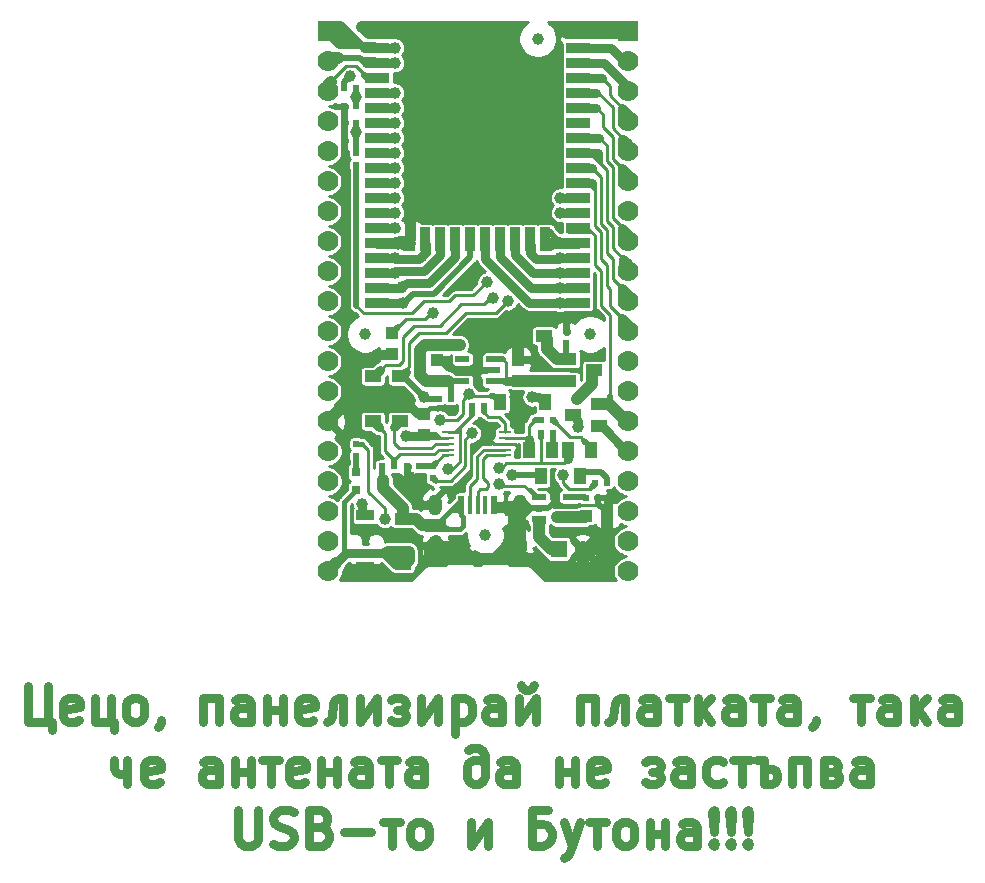
<source format=gbr>
G04 #@! TF.GenerationSoftware,KiCad,Pcbnew,5.1.0-rc2-unknown-036be7d~80~ubuntu16.04.1*
G04 #@! TF.CreationDate,2023-10-02T14:06:35+03:00*
G04 #@! TF.ProjectId,ESP32-DevKit-Lipo_Rev_D,45535033-322d-4446-9576-4b69742d4c69,D*
G04 #@! TF.SameCoordinates,Original*
G04 #@! TF.FileFunction,Copper,L1,Top*
G04 #@! TF.FilePolarity,Positive*
%FSLAX46Y46*%
G04 Gerber Fmt 4.6, Leading zero omitted, Abs format (unit mm)*
G04 Created by KiCad (PCBNEW 5.1.0-rc2-unknown-036be7d~80~ubuntu16.04.1) date 2023-10-02 14:06:35*
%MOMM*%
%LPD*%
G04 APERTURE LIST*
%ADD10C,0.750000*%
%ADD11R,1.016000X1.016000*%
%ADD12R,1.400000X1.000000*%
%ADD13R,1.000000X0.250000*%
%ADD14R,1.000000X1.400000*%
%ADD15R,0.500000X0.550000*%
%ADD16R,2.000000X0.900000*%
%ADD17C,1.300000*%
%ADD18R,0.900000X2.000000*%
%ADD19R,5.000000X5.000000*%
%ADD20C,2.000000*%
%ADD21C,1.400000*%
%ADD22R,1.400000X1.400000*%
%ADD23R,0.800000X0.800000*%
%ADD24C,1.000000*%
%ADD25C,1.778000*%
%ADD26R,1.778000X1.778000*%
%ADD27R,1.200000X0.550000*%
%ADD28R,0.500000X1.650000*%
%ADD29R,0.325000X1.650000*%
%ADD30R,1.100000X1.000000*%
%ADD31O,1.200000X1.800000*%
%ADD32R,1.500000X0.900000*%
%ADD33R,0.550000X0.500000*%
%ADD34C,1.016000*%
%ADD35C,0.762000*%
%ADD36C,0.508000*%
%ADD37C,0.406400*%
%ADD38C,0.254000*%
%ADD39C,0.914400*%
%ADD40C,0.584200*%
%ADD41C,1.270000*%
%ADD42C,0.127000*%
G04 APERTURE END LIST*
D10*
X107137155Y-127854144D02*
X107137155Y-130854143D01*
X105422870Y-127854144D02*
X105422870Y-130854143D01*
X107422869Y-130854143D01*
X107422869Y-131568428D01*
X109708583Y-130711286D02*
X109422868Y-130854143D01*
X108851440Y-130854143D01*
X108565726Y-130711286D01*
X108422869Y-130425572D01*
X108422869Y-129282715D01*
X108565726Y-128997001D01*
X108851440Y-128854144D01*
X109422868Y-128854144D01*
X109708583Y-128997001D01*
X109851440Y-129282715D01*
X109851440Y-129568429D01*
X108422869Y-129854143D01*
X112422867Y-128854144D02*
X112422867Y-130854143D01*
X111137154Y-128854144D02*
X111137154Y-130854143D01*
X112708582Y-130854143D01*
X112708582Y-131568428D01*
X114280010Y-130854143D02*
X113994295Y-130711286D01*
X113851438Y-130568429D01*
X113708581Y-130282715D01*
X113708581Y-129425572D01*
X113851438Y-129139858D01*
X113994295Y-128997001D01*
X114280010Y-128854144D01*
X114708581Y-128854144D01*
X114994295Y-128997001D01*
X115137152Y-129139858D01*
X115280009Y-129425572D01*
X115280009Y-130282715D01*
X115137152Y-130568429D01*
X114994295Y-130711286D01*
X114708581Y-130854143D01*
X114280010Y-130854143D01*
X116708580Y-130711286D02*
X116708580Y-130854143D01*
X116565723Y-131139857D01*
X116422866Y-131282714D01*
X120280008Y-130854143D02*
X120280008Y-128854144D01*
X121565722Y-128854144D01*
X121565722Y-130854143D01*
X124280006Y-130854143D02*
X124280006Y-129282715D01*
X124137149Y-128997001D01*
X123851435Y-128854144D01*
X123280007Y-128854144D01*
X122994292Y-128997001D01*
X124280006Y-130711286D02*
X123994292Y-130854143D01*
X123280007Y-130854143D01*
X122994292Y-130711286D01*
X122851435Y-130425572D01*
X122851435Y-130139857D01*
X122994292Y-129854143D01*
X123280007Y-129711286D01*
X123994292Y-129711286D01*
X124280006Y-129568429D01*
X125708577Y-129854143D02*
X126994291Y-129854143D01*
X125708577Y-128854144D02*
X125708577Y-130854143D01*
X126994291Y-128854144D02*
X126994291Y-130854143D01*
X129565719Y-130711286D02*
X129280005Y-130854143D01*
X128708576Y-130854143D01*
X128422862Y-130711286D01*
X128280005Y-130425572D01*
X128280005Y-129282715D01*
X128422862Y-128997001D01*
X128708576Y-128854144D01*
X129280005Y-128854144D01*
X129565719Y-128997001D01*
X129708576Y-129282715D01*
X129708576Y-129568429D01*
X128280005Y-129854143D01*
X132137147Y-130854143D02*
X132137147Y-128854144D01*
X131708575Y-128854144D01*
X131422861Y-128997001D01*
X131280004Y-129282715D01*
X131137147Y-130425572D01*
X130994290Y-130711286D01*
X130708576Y-130854143D01*
X133565718Y-128854144D02*
X133565718Y-130854143D01*
X134994288Y-128854144D01*
X134994288Y-130854143D01*
X136708574Y-129854143D02*
X136994288Y-129854143D01*
X136137145Y-128997001D02*
X136422859Y-128854144D01*
X136994288Y-128854144D01*
X137280002Y-128997001D01*
X137422859Y-129282715D01*
X137422859Y-129425572D01*
X137280002Y-129711286D01*
X136994288Y-129854143D01*
X137280002Y-129997000D01*
X137422859Y-130282715D01*
X137422859Y-130425572D01*
X137280002Y-130711286D01*
X136994288Y-130854143D01*
X136422859Y-130854143D01*
X136137145Y-130711286D01*
X138708573Y-128854144D02*
X138708573Y-130854143D01*
X140137144Y-128854144D01*
X140137144Y-130854143D01*
X141565715Y-128854144D02*
X141565715Y-131854143D01*
X141565715Y-128997001D02*
X141851429Y-128854144D01*
X142422857Y-128854144D01*
X142708572Y-128997001D01*
X142851429Y-129139858D01*
X142994286Y-129425572D01*
X142994286Y-130282715D01*
X142851429Y-130568429D01*
X142708572Y-130711286D01*
X142422857Y-130854143D01*
X141851429Y-130854143D01*
X141565715Y-130711286D01*
X145565714Y-130854143D02*
X145565714Y-129282715D01*
X145422856Y-128997001D01*
X145137142Y-128854144D01*
X144565714Y-128854144D01*
X144280000Y-128997001D01*
X145565714Y-130711286D02*
X145279999Y-130854143D01*
X144565714Y-130854143D01*
X144280000Y-130711286D01*
X144137143Y-130425572D01*
X144137143Y-130139857D01*
X144280000Y-129854143D01*
X144565714Y-129711286D01*
X145279999Y-129711286D01*
X145565714Y-129568429D01*
X146994284Y-128854144D02*
X146994284Y-130854143D01*
X148422855Y-128854144D01*
X148422855Y-130854143D01*
X147137142Y-127711287D02*
X147279999Y-127997001D01*
X147565713Y-128139858D01*
X147851427Y-128139858D01*
X148137141Y-127997001D01*
X148279998Y-127711287D01*
X152137140Y-130854143D02*
X152137140Y-128854144D01*
X153422854Y-128854144D01*
X153422854Y-130854143D01*
X155994281Y-130854143D02*
X155994281Y-128854144D01*
X155565710Y-128854144D01*
X155279996Y-128997001D01*
X155137139Y-129282715D01*
X154994282Y-130425572D01*
X154851425Y-130711286D01*
X154565711Y-130854143D01*
X158708566Y-130854143D02*
X158708566Y-129282715D01*
X158565709Y-128997001D01*
X158279995Y-128854144D01*
X157708567Y-128854144D01*
X157422852Y-128997001D01*
X158708566Y-130711286D02*
X158422852Y-130854143D01*
X157708567Y-130854143D01*
X157422852Y-130711286D01*
X157279995Y-130425572D01*
X157279995Y-130139857D01*
X157422852Y-129854143D01*
X157708567Y-129711286D01*
X158422852Y-129711286D01*
X158708566Y-129568429D01*
X159708566Y-128854144D02*
X161137137Y-128854144D01*
X160422851Y-128854144D02*
X160422851Y-130854143D01*
X162137137Y-128854144D02*
X162137137Y-130854143D01*
X162422851Y-129711286D02*
X163279993Y-130854143D01*
X163279993Y-128854144D02*
X162137137Y-129997000D01*
X165851421Y-130854143D02*
X165851421Y-129282715D01*
X165708564Y-128997001D01*
X165422850Y-128854144D01*
X164851421Y-128854144D01*
X164565707Y-128997001D01*
X165851421Y-130711286D02*
X165565707Y-130854143D01*
X164851421Y-130854143D01*
X164565707Y-130711286D01*
X164422850Y-130425572D01*
X164422850Y-130139857D01*
X164565707Y-129854143D01*
X164851421Y-129711286D01*
X165565707Y-129711286D01*
X165851421Y-129568429D01*
X166851421Y-128854144D02*
X168279992Y-128854144D01*
X167565706Y-128854144D02*
X167565706Y-130854143D01*
X170565705Y-130854143D02*
X170565705Y-129282715D01*
X170422848Y-128997001D01*
X170137134Y-128854144D01*
X169565706Y-128854144D01*
X169279991Y-128997001D01*
X170565705Y-130711286D02*
X170279991Y-130854143D01*
X169565706Y-130854143D01*
X169279991Y-130711286D01*
X169137134Y-130425572D01*
X169137134Y-130139857D01*
X169279991Y-129854143D01*
X169565706Y-129711286D01*
X170279991Y-129711286D01*
X170565705Y-129568429D01*
X172137133Y-130711286D02*
X172137133Y-130854143D01*
X171994276Y-131139857D01*
X171851419Y-131282714D01*
X175279989Y-128854144D02*
X176708560Y-128854144D01*
X175994275Y-128854144D02*
X175994275Y-130854143D01*
X178994274Y-130854143D02*
X178994274Y-129282715D01*
X178851417Y-128997001D01*
X178565703Y-128854144D01*
X177994274Y-128854144D01*
X177708560Y-128997001D01*
X178994274Y-130711286D02*
X178708560Y-130854143D01*
X177994274Y-130854143D01*
X177708560Y-130711286D01*
X177565703Y-130425572D01*
X177565703Y-130139857D01*
X177708560Y-129854143D01*
X177994274Y-129711286D01*
X178708560Y-129711286D01*
X178994274Y-129568429D01*
X180422845Y-128854144D02*
X180422845Y-130854143D01*
X180708559Y-129711286D02*
X181565702Y-130854143D01*
X181565702Y-128854144D02*
X180422845Y-129997000D01*
X184137129Y-130854143D02*
X184137129Y-129282715D01*
X183994272Y-128997001D01*
X183708558Y-128854144D01*
X183137130Y-128854144D01*
X182851415Y-128997001D01*
X184137129Y-130711286D02*
X183851415Y-130854143D01*
X183137130Y-130854143D01*
X182851415Y-130711286D01*
X182708558Y-130425572D01*
X182708558Y-130139857D01*
X182851415Y-129854143D01*
X183137130Y-129711286D01*
X183851415Y-129711286D01*
X184137129Y-129568429D01*
X113851438Y-134104143D02*
X113851438Y-136104142D01*
X112708582Y-134104143D02*
X112708582Y-134818428D01*
X112851439Y-135104142D01*
X113137153Y-135246999D01*
X113851438Y-135246999D01*
X116565723Y-135961285D02*
X116280009Y-136104142D01*
X115708581Y-136104142D01*
X115422866Y-135961285D01*
X115280009Y-135675571D01*
X115280009Y-134532714D01*
X115422866Y-134247000D01*
X115708581Y-134104143D01*
X116280009Y-134104143D01*
X116565723Y-134247000D01*
X116708580Y-134532714D01*
X116708580Y-134818428D01*
X115280009Y-135104142D01*
X121565722Y-136104142D02*
X121565722Y-134532714D01*
X121422864Y-134247000D01*
X121137150Y-134104143D01*
X120565722Y-134104143D01*
X120280008Y-134247000D01*
X121565722Y-135961285D02*
X121280007Y-136104142D01*
X120565722Y-136104142D01*
X120280008Y-135961285D01*
X120137151Y-135675571D01*
X120137151Y-135389856D01*
X120280008Y-135104142D01*
X120565722Y-134961285D01*
X121280007Y-134961285D01*
X121565722Y-134818428D01*
X122994292Y-135104142D02*
X124280006Y-135104142D01*
X122994292Y-134104143D02*
X122994292Y-136104142D01*
X124280006Y-134104143D02*
X124280006Y-136104142D01*
X125280006Y-134104143D02*
X126708577Y-134104143D01*
X125994291Y-134104143D02*
X125994291Y-136104142D01*
X128851433Y-135961285D02*
X128565719Y-136104142D01*
X127994291Y-136104142D01*
X127708577Y-135961285D01*
X127565720Y-135675571D01*
X127565720Y-134532714D01*
X127708577Y-134247000D01*
X127994291Y-134104143D01*
X128565719Y-134104143D01*
X128851433Y-134247000D01*
X128994290Y-134532714D01*
X128994290Y-134818428D01*
X127565720Y-135104142D01*
X130280004Y-135104142D02*
X131565718Y-135104142D01*
X130280004Y-134104143D02*
X130280004Y-136104142D01*
X131565718Y-134104143D02*
X131565718Y-136104142D01*
X134280003Y-136104142D02*
X134280003Y-134532714D01*
X134137146Y-134247000D01*
X133851432Y-134104143D01*
X133280003Y-134104143D01*
X132994289Y-134247000D01*
X134280003Y-135961285D02*
X133994289Y-136104142D01*
X133280003Y-136104142D01*
X132994289Y-135961285D01*
X132851432Y-135675571D01*
X132851432Y-135389856D01*
X132994289Y-135104142D01*
X133280003Y-134961285D01*
X133994289Y-134961285D01*
X134280003Y-134818428D01*
X135280003Y-134104143D02*
X136708574Y-134104143D01*
X135994288Y-134104143D02*
X135994288Y-136104142D01*
X138994287Y-136104142D02*
X138994287Y-134532714D01*
X138851430Y-134247000D01*
X138565716Y-134104143D01*
X137994287Y-134104143D01*
X137708573Y-134247000D01*
X138994287Y-135961285D02*
X138708573Y-136104142D01*
X137994287Y-136104142D01*
X137708573Y-135961285D01*
X137565716Y-135675571D01*
X137565716Y-135389856D01*
X137708573Y-135104142D01*
X137994287Y-134961285D01*
X138708573Y-134961285D01*
X138994287Y-134818428D01*
X144137143Y-134389857D02*
X143994285Y-134247000D01*
X143708571Y-134104143D01*
X143137143Y-134104143D01*
X142851429Y-134247000D01*
X142708572Y-134389857D01*
X142565715Y-134675571D01*
X142565715Y-135532714D01*
X142708572Y-135818428D01*
X142851429Y-135961285D01*
X143137143Y-136104142D01*
X143565714Y-136104142D01*
X143851428Y-135961285D01*
X143994285Y-135818428D01*
X144137143Y-135532714D01*
X144137143Y-133675571D01*
X143994285Y-133389857D01*
X143851428Y-133247000D01*
X143565714Y-133104143D01*
X142994286Y-133104143D01*
X142708572Y-133247000D01*
X146708570Y-136104142D02*
X146708570Y-134532714D01*
X146565713Y-134247000D01*
X146279999Y-134104143D01*
X145708571Y-134104143D01*
X145422856Y-134247000D01*
X146708570Y-135961285D02*
X146422856Y-136104142D01*
X145708571Y-136104142D01*
X145422856Y-135961285D01*
X145279999Y-135675571D01*
X145279999Y-135389856D01*
X145422856Y-135104142D01*
X145708571Y-134961285D01*
X146422856Y-134961285D01*
X146708570Y-134818428D01*
X150422855Y-135104142D02*
X151708569Y-135104142D01*
X150422855Y-134104143D02*
X150422855Y-136104142D01*
X151708569Y-134104143D02*
X151708569Y-136104142D01*
X154279996Y-135961285D02*
X153994282Y-136104142D01*
X153422854Y-136104142D01*
X153137140Y-135961285D01*
X152994282Y-135675571D01*
X152994282Y-134532714D01*
X153137140Y-134247000D01*
X153422854Y-134104143D01*
X153994282Y-134104143D01*
X154279996Y-134247000D01*
X154422853Y-134532714D01*
X154422853Y-134818428D01*
X152994282Y-135104142D01*
X158279995Y-135104142D02*
X158565709Y-135104142D01*
X157708567Y-134247000D02*
X157994281Y-134104143D01*
X158565709Y-134104143D01*
X158851423Y-134247000D01*
X158994280Y-134532714D01*
X158994280Y-134675571D01*
X158851423Y-134961285D01*
X158565709Y-135104142D01*
X158851423Y-135246999D01*
X158994280Y-135532714D01*
X158994280Y-135675571D01*
X158851423Y-135961285D01*
X158565709Y-136104142D01*
X157994281Y-136104142D01*
X157708567Y-135961285D01*
X161565708Y-136104142D02*
X161565708Y-134532714D01*
X161422851Y-134247000D01*
X161137137Y-134104143D01*
X160565709Y-134104143D01*
X160279994Y-134247000D01*
X161565708Y-135961285D02*
X161279994Y-136104142D01*
X160565709Y-136104142D01*
X160279994Y-135961285D01*
X160137137Y-135675571D01*
X160137137Y-135389856D01*
X160279994Y-135104142D01*
X160565709Y-134961285D01*
X161279994Y-134961285D01*
X161565708Y-134818428D01*
X164279993Y-135961285D02*
X163994279Y-136104142D01*
X163422850Y-136104142D01*
X163137136Y-135961285D01*
X162994279Y-135818428D01*
X162851422Y-135532714D01*
X162851422Y-134675571D01*
X162994279Y-134389857D01*
X163137136Y-134247000D01*
X163422850Y-134104143D01*
X163994279Y-134104143D01*
X164279993Y-134247000D01*
X165137136Y-134104143D02*
X166565707Y-134104143D01*
X165851421Y-134104143D02*
X165851421Y-136104142D01*
X167137135Y-134104143D02*
X167708563Y-134104143D01*
X167708563Y-136104142D01*
X168422849Y-136104142D01*
X168708563Y-135961285D01*
X168851420Y-135675571D01*
X168851420Y-135246999D01*
X168708563Y-134961285D01*
X168422849Y-134818428D01*
X167708563Y-134818428D01*
X170137134Y-136104142D02*
X170137134Y-134104143D01*
X171422848Y-134104143D01*
X171422848Y-136104142D01*
X173565704Y-135104142D02*
X173994275Y-135246999D01*
X174137133Y-135532714D01*
X174137133Y-135675571D01*
X173994275Y-135961285D01*
X173708561Y-136104142D01*
X172851419Y-136104142D01*
X172851419Y-134104143D01*
X173565704Y-134104143D01*
X173851418Y-134247000D01*
X173994275Y-134532714D01*
X173994275Y-134675571D01*
X173851418Y-134961285D01*
X173565704Y-135104142D01*
X172851419Y-135104142D01*
X176708560Y-136104142D02*
X176708560Y-134532714D01*
X176565703Y-134247000D01*
X176279989Y-134104143D01*
X175708561Y-134104143D01*
X175422846Y-134247000D01*
X176708560Y-135961285D02*
X176422846Y-136104142D01*
X175708561Y-136104142D01*
X175422846Y-135961285D01*
X175279989Y-135675571D01*
X175279989Y-135389856D01*
X175422846Y-135104142D01*
X175708561Y-134961285D01*
X176422846Y-134961285D01*
X176708560Y-134818428D01*
X123208578Y-138354142D02*
X123208578Y-140782713D01*
X123351435Y-141068427D01*
X123494292Y-141211284D01*
X123780006Y-141354141D01*
X124351435Y-141354141D01*
X124637149Y-141211284D01*
X124780006Y-141068427D01*
X124922863Y-140782713D01*
X124922863Y-138354142D01*
X126208577Y-141211284D02*
X126637148Y-141354141D01*
X127351434Y-141354141D01*
X127637148Y-141211284D01*
X127780005Y-141068427D01*
X127922862Y-140782713D01*
X127922862Y-140496998D01*
X127780005Y-140211284D01*
X127637148Y-140068427D01*
X127351434Y-139925570D01*
X126780005Y-139782713D01*
X126494291Y-139639856D01*
X126351434Y-139496999D01*
X126208577Y-139211284D01*
X126208577Y-138925570D01*
X126351434Y-138639856D01*
X126494291Y-138496999D01*
X126780005Y-138354142D01*
X127494291Y-138354142D01*
X127922862Y-138496999D01*
X130208576Y-139782713D02*
X130637147Y-139925570D01*
X130780004Y-140068427D01*
X130922861Y-140354141D01*
X130922861Y-140782713D01*
X130780004Y-141068427D01*
X130637147Y-141211284D01*
X130351433Y-141354141D01*
X129208576Y-141354141D01*
X129208576Y-138354142D01*
X130208576Y-138354142D01*
X130494290Y-138496999D01*
X130637147Y-138639856D01*
X130780004Y-138925570D01*
X130780004Y-139211284D01*
X130637147Y-139496999D01*
X130494290Y-139639856D01*
X130208576Y-139782713D01*
X129208576Y-139782713D01*
X132208575Y-140211284D02*
X134494289Y-140211284D01*
X135494288Y-139354142D02*
X136922859Y-139354142D01*
X136208574Y-139354142D02*
X136208574Y-141354141D01*
X138351430Y-141354141D02*
X138065716Y-141211284D01*
X137922859Y-141068427D01*
X137780002Y-140782713D01*
X137780002Y-139925570D01*
X137922859Y-139639856D01*
X138065716Y-139496999D01*
X138351430Y-139354142D01*
X138780002Y-139354142D01*
X139065716Y-139496999D01*
X139208573Y-139639856D01*
X139351430Y-139925570D01*
X139351430Y-140782713D01*
X139208573Y-141068427D01*
X139065716Y-141211284D01*
X138780002Y-141354141D01*
X138351430Y-141354141D01*
X142922857Y-139354142D02*
X142922857Y-141354141D01*
X144351428Y-139354142D01*
X144351428Y-141354141D01*
X149494284Y-138354142D02*
X148065713Y-138354142D01*
X148065713Y-141354141D01*
X148922855Y-141354141D01*
X149351427Y-141211284D01*
X149637141Y-140925570D01*
X149779998Y-140639855D01*
X149779998Y-140211284D01*
X149637141Y-139925570D01*
X149351427Y-139639856D01*
X148922855Y-139496999D01*
X148065713Y-139496999D01*
X150779998Y-139354142D02*
X151494283Y-141354141D01*
X152208568Y-139354142D02*
X151494283Y-141354141D01*
X151208569Y-142068426D01*
X151065712Y-142211283D01*
X150779998Y-142354141D01*
X152922854Y-139354142D02*
X154351425Y-139354142D01*
X153637139Y-139354142D02*
X153637139Y-141354141D01*
X155779996Y-141354141D02*
X155494282Y-141211284D01*
X155351425Y-141068427D01*
X155208567Y-140782713D01*
X155208567Y-139925570D01*
X155351425Y-139639856D01*
X155494282Y-139496999D01*
X155779996Y-139354142D01*
X156208567Y-139354142D01*
X156494281Y-139496999D01*
X156637138Y-139639856D01*
X156779995Y-139925570D01*
X156779995Y-140782713D01*
X156637138Y-141068427D01*
X156494281Y-141211284D01*
X156208567Y-141354141D01*
X155779996Y-141354141D01*
X158065709Y-140354141D02*
X159351423Y-140354141D01*
X158065709Y-139354142D02*
X158065709Y-141354141D01*
X159351423Y-139354142D02*
X159351423Y-141354141D01*
X162065708Y-141354141D02*
X162065708Y-139782713D01*
X161922851Y-139496999D01*
X161637137Y-139354142D01*
X161065708Y-139354142D01*
X160779994Y-139496999D01*
X162065708Y-141211284D02*
X161779994Y-141354141D01*
X161065708Y-141354141D01*
X160779994Y-141211284D01*
X160637137Y-140925570D01*
X160637137Y-140639855D01*
X160779994Y-140354141D01*
X161065708Y-140211284D01*
X161779994Y-140211284D01*
X162065708Y-140068427D01*
X163494279Y-141068427D02*
X163637136Y-141211284D01*
X163494279Y-141354141D01*
X163351422Y-141211284D01*
X163494279Y-141068427D01*
X163494279Y-141354141D01*
X163494279Y-140211284D02*
X163351422Y-138496999D01*
X163494279Y-138354142D01*
X163637136Y-138496999D01*
X163494279Y-140211284D01*
X163494279Y-138354142D01*
X164922850Y-141068427D02*
X165065707Y-141211284D01*
X164922850Y-141354141D01*
X164779993Y-141211284D01*
X164922850Y-141068427D01*
X164922850Y-141354141D01*
X164922850Y-140211284D02*
X164779993Y-138496999D01*
X164922850Y-138354142D01*
X165065707Y-138496999D01*
X164922850Y-140211284D01*
X164922850Y-138354142D01*
X166351421Y-141068427D02*
X166494278Y-141211284D01*
X166351421Y-141354141D01*
X166208564Y-141211284D01*
X166351421Y-141068427D01*
X166351421Y-141354141D01*
X166351421Y-140211284D02*
X166208564Y-138496999D01*
X166351421Y-138354142D01*
X166494278Y-138496999D01*
X166351421Y-140211284D01*
X166351421Y-138354142D01*
D11*
X154495500Y-113411000D03*
X152717500Y-113411000D03*
D12*
X134620000Y-105405000D03*
X134620000Y-101605000D03*
D13*
X140983000Y-108315000D03*
X140983000Y-107815000D03*
X140983000Y-107315000D03*
X140983000Y-106815000D03*
X140983000Y-106315000D03*
X145783000Y-106315000D03*
X145783000Y-106815000D03*
X145783000Y-107315000D03*
X145783000Y-107815000D03*
X145783000Y-108315000D03*
D14*
X153095960Y-107858560D03*
X151193500Y-107858560D03*
X152148540Y-110068360D03*
D15*
X149860000Y-105283000D03*
X148844000Y-105283000D03*
D12*
X136906000Y-101605000D03*
X136906000Y-105405000D03*
D11*
X138938000Y-104775000D03*
X138938000Y-106553000D03*
D15*
X141224000Y-103505000D03*
X140208000Y-103505000D03*
D16*
X152010000Y-94102000D03*
X152010000Y-92832000D03*
X152010000Y-91562000D03*
X152010000Y-90292000D03*
X152010000Y-95372000D03*
X135010000Y-95372000D03*
X135010000Y-90292000D03*
X135010000Y-91562000D03*
X135010000Y-92832000D03*
X135010000Y-94102000D03*
D17*
X144310000Y-80022000D03*
X140710000Y-80022000D03*
X142510000Y-81822000D03*
X142510000Y-78222000D03*
X144310000Y-78222000D03*
X140710000Y-78222000D03*
X144310000Y-81822000D03*
D16*
X135010000Y-72512000D03*
X135010000Y-73782000D03*
X135010000Y-75052000D03*
X135010000Y-76322000D03*
X135010000Y-77592000D03*
X135010000Y-78862000D03*
X135010000Y-80132000D03*
X135010000Y-81402000D03*
X135010000Y-82672000D03*
X135010000Y-83942000D03*
X135010000Y-85212000D03*
X135010000Y-86482000D03*
X135010000Y-87752000D03*
X135010000Y-89022000D03*
D18*
X137810000Y-90022000D03*
X139080000Y-90022000D03*
X140350000Y-90022000D03*
X141620000Y-90022000D03*
X142890000Y-90022000D03*
X144160000Y-90022000D03*
X145430000Y-90022000D03*
X146700000Y-90022000D03*
X147970000Y-90022000D03*
X149240000Y-90022000D03*
D16*
X152010000Y-89022000D03*
X152010000Y-87752000D03*
X152010000Y-86482000D03*
X152010000Y-85212000D03*
X152010000Y-83942000D03*
X152010000Y-82672000D03*
X152010000Y-81402000D03*
X152010000Y-80132000D03*
X152010000Y-78862000D03*
X152010000Y-77592000D03*
X152010000Y-76322000D03*
X152010000Y-75052000D03*
X152010000Y-73782000D03*
X152010000Y-72512000D03*
D19*
X142510000Y-80022000D03*
D20*
X142510000Y-80022000D03*
D17*
X140710000Y-81822000D03*
D21*
X152384760Y-116222780D03*
D22*
X150355300Y-116225320D03*
D23*
X133223000Y-109728000D03*
X133223000Y-111252000D03*
D24*
X154305000Y-72390000D03*
D25*
X130810000Y-80010000D03*
X130810000Y-77470000D03*
X130810000Y-74930000D03*
D26*
X130810000Y-72390000D03*
D25*
X130810000Y-82550000D03*
X130810000Y-85090000D03*
X130810000Y-90170000D03*
X130810000Y-87630000D03*
X130810000Y-92710000D03*
X130810000Y-95250000D03*
X130810000Y-100330000D03*
X130810000Y-97790000D03*
X130810000Y-102870000D03*
X130810000Y-105410000D03*
X130810000Y-110490000D03*
X130810000Y-107950000D03*
X130810000Y-118110000D03*
X130810000Y-115570000D03*
X130810000Y-113030000D03*
X156210000Y-80010000D03*
X156210000Y-77470000D03*
X156210000Y-74930000D03*
D26*
X156210000Y-72390000D03*
D25*
X156210000Y-82550000D03*
X156210000Y-85090000D03*
X156210000Y-90170000D03*
X156210000Y-87630000D03*
X156210000Y-92710000D03*
X156210000Y-95250000D03*
X156210000Y-100330000D03*
X156210000Y-97790000D03*
X156210000Y-102870000D03*
X156210000Y-105410000D03*
X156210000Y-110490000D03*
X156210000Y-107950000D03*
X156210000Y-118110000D03*
X156210000Y-115570000D03*
X156210000Y-113030000D03*
D12*
X151165560Y-100142040D03*
X151165560Y-102044500D03*
X153375360Y-101089460D03*
D24*
X133985000Y-98044000D03*
X148590000Y-73025000D03*
D14*
X149793960Y-107858560D03*
X147891500Y-107858560D03*
X148846540Y-110068360D03*
D27*
X148687000Y-111826000D03*
X148687000Y-112776000D03*
X148687000Y-113726000D03*
X151287000Y-111826000D03*
X151287000Y-113726000D03*
D12*
X151554000Y-104902000D03*
X153754000Y-103952000D03*
X153754000Y-105852000D03*
D28*
X142122500Y-112547000D03*
D29*
X142860000Y-112547000D03*
X143510000Y-112547000D03*
X144160000Y-112547000D03*
D28*
X144897500Y-112547000D03*
D30*
X142010000Y-117097000D03*
X145010000Y-117097000D03*
D31*
X139910000Y-115947000D03*
X139910000Y-112477000D03*
X147110000Y-112477000D03*
X147110000Y-115947000D03*
D32*
X133985000Y-113393000D03*
X133985000Y-117747000D03*
D12*
X137160000Y-113670000D03*
X137160000Y-117470000D03*
X149098000Y-98176000D03*
X149098000Y-101976000D03*
D11*
X146939000Y-100203000D03*
X146939000Y-101981000D03*
X140081000Y-100203000D03*
X140081000Y-101981000D03*
D33*
X151003000Y-97790000D03*
X151003000Y-98806000D03*
X133223000Y-82677000D03*
X133223000Y-83693000D03*
X133223000Y-107315000D03*
X133223000Y-108331000D03*
D15*
X153670000Y-111887000D03*
X152654000Y-111887000D03*
X132207000Y-80137001D03*
X133223000Y-80137001D03*
X136398000Y-109220000D03*
X135382000Y-109220000D03*
X149860000Y-106426000D03*
X148844000Y-106426000D03*
X153416000Y-110617000D03*
X154432000Y-110617000D03*
D33*
X133223000Y-74676000D03*
X133223000Y-73660000D03*
D15*
X133223000Y-77216000D03*
X132207000Y-77216000D03*
X132207000Y-78740000D03*
X133223000Y-78740000D03*
D33*
X139700000Y-110236000D03*
X139700000Y-109220000D03*
D15*
X137541000Y-109220000D03*
X138557000Y-109220000D03*
X133222999Y-81661000D03*
X132206999Y-81661000D03*
D24*
X144145000Y-115062000D03*
D11*
X136271000Y-97917000D03*
X136271000Y-99695000D03*
D14*
X145420000Y-103759000D03*
X149220000Y-103759000D03*
D15*
X144018000Y-104140000D03*
X143002000Y-104140000D03*
D27*
X142210000Y-100142000D03*
X142210000Y-102042000D03*
X144810000Y-100142000D03*
X144810000Y-101092000D03*
X144810000Y-102042000D03*
D24*
X153035000Y-98044000D03*
X136525000Y-116459000D03*
X137668000Y-116459000D03*
X150241000Y-113538000D03*
X132715000Y-76200000D03*
X149352000Y-99314000D03*
X135255000Y-118364000D03*
X143510000Y-117094000D03*
X154304598Y-118236598D03*
X146558000Y-72009000D03*
X150495000Y-72009000D03*
X131953000Y-83820000D03*
X136525000Y-90297000D03*
X132842000Y-103251000D03*
X137810000Y-88504000D03*
X137810000Y-87107000D03*
X137810000Y-85852000D03*
X144145000Y-72009000D03*
X141605000Y-72009000D03*
X139065000Y-72009000D03*
X136525000Y-72009000D03*
X140335000Y-73025000D03*
X142875000Y-73025000D03*
X145415000Y-73025000D03*
X146558000Y-74295000D03*
X144145000Y-74295000D03*
X141605000Y-74295000D03*
X142875000Y-75565000D03*
X145415000Y-75565000D03*
X149860000Y-75565000D03*
X150114000Y-85090000D03*
X149987000Y-96774000D03*
X149860000Y-78105000D03*
X149860000Y-80645000D03*
X148590000Y-76835000D03*
X148590000Y-79375000D03*
X146050000Y-79375000D03*
X146050000Y-81915000D03*
X146050000Y-76835000D03*
X146050000Y-83820000D03*
X146050000Y-86995000D03*
X144780000Y-98933000D03*
X144399000Y-106807000D03*
X137731500Y-111315500D03*
X137795000Y-110109000D03*
X143510000Y-101092000D03*
X137414000Y-103759000D03*
X146939000Y-98933000D03*
X146685000Y-103378000D03*
X147320000Y-80645000D03*
X147320000Y-78105000D03*
X144780000Y-85725000D03*
X147320000Y-85725000D03*
X147320000Y-75565000D03*
X142367000Y-88138000D03*
X141478000Y-87122000D03*
X150114000Y-83820000D03*
X148590000Y-81661000D03*
X142240000Y-93726000D03*
X144780000Y-97663000D03*
X132588000Y-118110000D03*
X147320000Y-83820000D03*
X136525000Y-75057000D03*
X140335000Y-105283000D03*
X133731000Y-112395000D03*
X142748000Y-103124000D03*
X139700000Y-96266000D03*
X135509000Y-110363000D03*
X137414000Y-106680000D03*
X152019000Y-105918000D03*
X150749000Y-109982000D03*
X136525000Y-91567000D03*
X136525000Y-89027000D03*
X136525000Y-86487000D03*
X136525000Y-87757000D03*
X136525000Y-85217000D03*
X136525000Y-83947000D03*
X136525000Y-81407000D03*
X136525000Y-82677000D03*
X136525000Y-80137000D03*
X136525000Y-78867000D03*
X150495000Y-86487000D03*
X150495000Y-87757000D03*
X150495000Y-91567000D03*
X150495000Y-90297000D03*
X140970000Y-109474000D03*
X145288000Y-109347000D03*
X145288000Y-110744000D03*
X135636000Y-113665000D03*
X151892000Y-103505000D03*
X133223000Y-80899000D03*
X143002000Y-106426000D03*
X138938000Y-103378000D03*
X146050000Y-95250000D03*
X144780000Y-94996000D03*
X136525000Y-77597000D03*
X136517042Y-92832000D03*
X137160000Y-95377000D03*
X137129768Y-94077599D03*
X150495000Y-95377000D03*
X150495000Y-94107000D03*
X150495000Y-92837000D03*
X133223000Y-77978000D03*
X144272000Y-93599000D03*
X136525000Y-73787000D03*
X140843000Y-98933000D03*
X141986000Y-98933000D03*
X146431000Y-109982000D03*
X148082000Y-103378000D03*
D34*
X137160000Y-116967010D02*
X137151989Y-116958999D01*
X137160000Y-117470000D02*
X137160000Y-116967010D01*
X137151989Y-116958999D02*
X136651990Y-116459000D01*
X136651990Y-116459000D02*
X137668000Y-116459000D01*
X137668000Y-117166106D02*
X137359106Y-117475000D01*
X137668000Y-116459000D02*
X137668000Y-117166106D01*
X137359106Y-117475000D02*
X137033000Y-117475000D01*
D35*
X136524990Y-116586000D02*
X136651990Y-116459000D01*
X135763000Y-116586000D02*
X135890000Y-116586000D01*
X135890000Y-116586000D02*
X136906000Y-117602000D01*
D34*
X135890000Y-116459000D02*
X136651990Y-116459000D01*
X135763000Y-116586000D02*
X135890000Y-116459000D01*
X135890000Y-116459000D02*
X135890000Y-116522500D01*
X135763000Y-116586000D02*
X136652000Y-117475000D01*
X136652000Y-117475000D02*
X137033000Y-117475000D01*
X130810000Y-118110000D02*
X131508500Y-117411500D01*
D35*
X131508500Y-117411500D02*
X132334000Y-116586000D01*
X132842000Y-116586000D02*
X136524990Y-116586000D01*
X132334000Y-116586000D02*
X132842000Y-116586000D01*
D36*
X132207000Y-77216000D02*
X132207000Y-76708000D01*
X132207000Y-76708000D02*
X132715000Y-76200000D01*
D34*
X151384000Y-113538000D02*
X150241000Y-113538000D01*
X152717500Y-113411000D02*
X152590500Y-113538000D01*
X152590500Y-113538000D02*
X151384000Y-113538000D01*
X150180040Y-100142040D02*
X151165560Y-100142040D01*
X149352000Y-99314000D02*
X150180040Y-100142040D01*
X149352000Y-98430000D02*
X149352000Y-99314000D01*
X149098000Y-98176000D02*
X149352000Y-98430000D01*
D36*
X151165560Y-100142040D02*
X151003000Y-99979480D01*
X151003000Y-99979480D02*
X151003000Y-98806000D01*
D37*
X133181761Y-111252000D02*
X133223000Y-111252000D01*
X132207000Y-112226761D02*
X133181761Y-111252000D01*
X132207000Y-116459000D02*
X132207000Y-112226761D01*
X132334000Y-116586000D02*
X132207000Y-116459000D01*
D38*
X139890500Y-112077500D02*
X139890500Y-112204500D01*
D34*
X145031000Y-117097000D02*
X145034000Y-117094000D01*
D37*
X133985000Y-117947000D02*
X134656000Y-118618000D01*
X134656000Y-118618000D02*
X137922000Y-118618000D01*
X137922000Y-118618000D02*
X138747500Y-117792500D01*
D34*
X139910000Y-115947000D02*
X139910000Y-117094000D01*
X139910000Y-117094000D02*
X139446000Y-117094000D01*
D37*
X138747500Y-117792500D02*
X139446000Y-117094000D01*
D34*
X139446000Y-117094000D02*
X139446000Y-116078000D01*
X139446000Y-116078000D02*
X139954000Y-115570000D01*
X139910000Y-117094000D02*
X141414500Y-117094000D01*
X141414500Y-117094000D02*
X141986000Y-117094000D01*
X134048500Y-117919500D02*
X133985000Y-117983000D01*
X133921500Y-117919500D02*
X133985000Y-117983000D01*
X141986000Y-116078000D02*
X141986000Y-116967000D01*
X141986000Y-116078000D02*
X140462000Y-116078000D01*
X140462000Y-116078000D02*
X140430250Y-116109750D01*
X141414500Y-117094000D02*
X140430250Y-116109750D01*
X140430250Y-116109750D02*
X139954000Y-115633500D01*
X143005000Y-117097000D02*
X143386000Y-117097000D01*
X141986000Y-116078000D02*
X143005000Y-117097000D01*
X142010000Y-117097000D02*
X143386000Y-117097000D01*
X143386000Y-117097000D02*
X145031000Y-117097000D01*
X145923000Y-116840000D02*
X146177000Y-117094000D01*
X145923000Y-116078000D02*
X145923000Y-116840000D01*
X145923000Y-116785106D02*
X145614106Y-117094000D01*
X145923000Y-116078000D02*
X145923000Y-116785106D01*
X145614106Y-117094000D02*
X145034000Y-117094000D01*
X146422999Y-115578001D02*
X147110000Y-114891000D01*
X147110000Y-115947000D02*
X147110000Y-114891000D01*
X145923000Y-116078000D02*
X146422999Y-115578001D01*
X147110000Y-114891000D02*
X147110000Y-114217000D01*
X145923000Y-116078000D02*
X146630106Y-116078000D01*
X146630106Y-116078000D02*
X147066000Y-116078000D01*
X147574000Y-117094000D02*
X145034000Y-117094000D01*
X147110000Y-115947000D02*
X147110000Y-116630000D01*
X147110000Y-116630000D02*
X147574000Y-117094000D01*
X145923000Y-116184000D02*
X145923000Y-116078000D01*
X145010000Y-117097000D02*
X145923000Y-116184000D01*
D36*
X144907000Y-112903000D02*
X144897500Y-112893500D01*
X144897500Y-112893500D02*
X144897500Y-112547000D01*
X147110000Y-112477000D02*
X147110000Y-112859000D01*
X147110000Y-112859000D02*
X147066000Y-112903000D01*
X145923000Y-112903000D02*
X146050000Y-112903000D01*
D34*
X147110000Y-113963000D02*
X147110000Y-114217000D01*
X147110000Y-112477000D02*
X147110000Y-113963000D01*
D36*
X147066000Y-112903000D02*
X145923000Y-112903000D01*
X145923000Y-112903000D02*
X144907000Y-112903000D01*
X147110000Y-112477000D02*
X147409000Y-112776000D01*
X147409000Y-112776000D02*
X148717000Y-112776000D01*
D34*
X147574000Y-117094000D02*
X148209000Y-117094000D01*
X148209000Y-117094000D02*
X149352000Y-118237000D01*
X149352000Y-118237000D02*
X152400000Y-118237000D01*
X152400000Y-118237000D02*
X152400000Y-116205000D01*
D36*
X144897500Y-112547000D02*
X144897500Y-112087000D01*
X147129500Y-112141000D02*
X147129500Y-112522000D01*
D34*
X154449780Y-116222780D02*
X154495500Y-116268500D01*
X152384760Y-116222780D02*
X154449780Y-116222780D01*
X154304195Y-118237000D02*
X152400000Y-118237000D01*
X154495500Y-118045695D02*
X154304598Y-118236598D01*
X154304598Y-118236598D02*
X154304195Y-118237000D01*
D36*
X132207000Y-78740000D02*
X132207000Y-80137000D01*
X132207000Y-80137001D02*
X132207000Y-81661000D01*
D34*
X140711000Y-72512000D02*
X140716000Y-72517000D01*
X140716000Y-76454000D02*
X140716000Y-78105000D01*
D39*
X135010000Y-72512000D02*
X134234000Y-72512000D01*
X134234000Y-72512000D02*
X133731010Y-72009010D01*
D34*
X133731010Y-72009010D02*
X146557990Y-72009010D01*
X146557990Y-72009010D02*
X146558000Y-72009000D01*
X140711000Y-72512000D02*
X146553000Y-72512000D01*
X146558000Y-72507000D02*
X146558000Y-72009000D01*
X146553000Y-72512000D02*
X146558000Y-72507000D01*
D39*
X152010000Y-72512000D02*
X150998000Y-72512000D01*
X150998000Y-72512000D02*
X150495000Y-72009000D01*
D34*
X150495000Y-72009000D02*
X155829000Y-72009000D01*
X155829000Y-72009000D02*
X156210000Y-72390000D01*
D39*
X152010000Y-72512000D02*
X156205000Y-72512000D01*
D34*
X156205000Y-72512000D02*
X156210000Y-72517000D01*
D36*
X132207000Y-103759000D02*
X132334000Y-103886000D01*
X132206999Y-81661000D02*
X132207000Y-82444001D01*
D34*
X130810000Y-105410000D02*
X132334000Y-103886000D01*
D36*
X132207000Y-102997000D02*
X132207000Y-103759000D01*
X132207000Y-102235000D02*
X132207000Y-102489000D01*
X132207000Y-102235000D02*
X132207000Y-102997000D01*
X132207000Y-83820000D02*
X131953000Y-83820000D01*
X132207000Y-82444001D02*
X132207000Y-83820000D01*
D39*
X135010000Y-90292000D02*
X136520000Y-90292000D01*
X136525000Y-90297000D02*
X137795000Y-90297000D01*
D35*
X137795000Y-90297000D02*
X137535000Y-90297000D01*
D34*
X137810000Y-81788000D02*
X140716000Y-81788000D01*
D39*
X137810000Y-90022000D02*
X137810000Y-88504000D01*
D34*
X137810000Y-88504000D02*
X137810000Y-87107000D01*
D39*
X135010000Y-72512000D02*
X137790000Y-72512000D01*
D34*
X137810000Y-72532000D02*
X137790000Y-72512000D01*
X137790000Y-72512000D02*
X140711000Y-72512000D01*
X137932000Y-78222000D02*
X137810000Y-78344000D01*
X140710000Y-78222000D02*
X137932000Y-78222000D01*
X137810000Y-81788000D02*
X137810000Y-78344000D01*
X137810000Y-78344000D02*
X137810000Y-72532000D01*
X149860000Y-75565000D02*
X147955000Y-75565000D01*
X147955000Y-75565000D02*
X145415000Y-75565000D01*
X145415000Y-75565000D02*
X142875000Y-75565000D01*
X140970000Y-75565000D02*
X140716000Y-75819000D01*
X142875000Y-75565000D02*
X140970000Y-75565000D01*
X140716000Y-75819000D02*
X140716000Y-76454000D01*
X146558000Y-74295000D02*
X144145000Y-74295000D01*
X144145000Y-74295000D02*
X141605000Y-74295000D01*
X140897894Y-74295000D02*
X140716000Y-74295000D01*
X141605000Y-74295000D02*
X140897894Y-74295000D01*
X140716000Y-72517000D02*
X140716000Y-74295000D01*
X140716000Y-74295000D02*
X140716000Y-75819000D01*
X137810000Y-87107000D02*
X137810000Y-85202000D01*
X137810000Y-85202000D02*
X137810000Y-81788000D01*
X137922000Y-85090000D02*
X137810000Y-85202000D01*
X150114000Y-85090000D02*
X137922000Y-85090000D01*
D36*
X137363200Y-90779600D02*
X137795000Y-90779600D01*
X137229442Y-90779600D02*
X137363200Y-90779600D01*
X136525000Y-90297000D02*
X136746842Y-90297000D01*
X136746842Y-90297000D02*
X137229442Y-90779600D01*
X148687000Y-112776000D02*
X148005800Y-112776000D01*
X148005800Y-112776000D02*
X147624800Y-112395000D01*
X147624800Y-112395000D02*
X147358100Y-112128300D01*
X147358100Y-112128300D02*
X147129500Y-112128300D01*
X147110000Y-113671800D02*
X147110000Y-113963000D01*
X148005800Y-112776000D02*
X147110000Y-113671800D01*
D34*
X143510000Y-83820000D02*
X146050000Y-83820000D01*
D36*
X146630106Y-116078000D02*
X146630106Y-113347500D01*
X146318001Y-115682999D02*
X146318001Y-113171001D01*
X145923000Y-116078000D02*
X146318001Y-115682999D01*
X146318001Y-113171001D02*
X146304000Y-113157000D01*
X146050000Y-112903000D02*
X146304000Y-113157000D01*
X146304000Y-113157000D02*
X147110000Y-113963000D01*
X132207000Y-83820000D02*
X132207000Y-99314000D01*
D34*
X139865000Y-112522000D02*
X139573000Y-112522000D01*
D36*
X137731500Y-111315500D02*
X138938000Y-112522000D01*
D35*
X138938000Y-112522000D02*
X139319000Y-112522000D01*
D36*
X137541000Y-109855000D02*
X137541000Y-109220000D01*
X137795000Y-110109000D02*
X137541000Y-109855000D01*
D34*
X154495500Y-113538000D02*
X154495500Y-118045695D01*
D38*
X144907000Y-107315000D02*
X144399000Y-106807000D01*
X145783000Y-107315000D02*
X144907000Y-107315000D01*
D36*
X136271000Y-99695000D02*
X136017000Y-99949000D01*
X132207000Y-99949000D02*
X132207000Y-102235000D01*
X136017000Y-99949000D02*
X132207000Y-99949000D01*
X132207000Y-99314000D02*
X132207000Y-99949000D01*
X144810000Y-101092000D02*
X143510000Y-101092000D01*
D35*
X143510000Y-101092000D02*
X143510000Y-98933000D01*
X143510000Y-98933000D02*
X144780000Y-98933000D01*
D34*
X146939000Y-98933000D02*
X146939000Y-100203000D01*
X137414000Y-103759000D02*
X136906000Y-103251000D01*
D36*
X132207000Y-102489000D02*
X132969000Y-103251000D01*
D34*
X144780000Y-85725000D02*
X147320000Y-85725000D01*
X142875000Y-85725000D02*
X141478000Y-87122000D01*
X144780000Y-85725000D02*
X142875000Y-85725000D01*
D36*
X143383000Y-100965000D02*
X143510000Y-101092000D01*
X141097000Y-100965000D02*
X143383000Y-100965000D01*
X140335000Y-100203000D02*
X141097000Y-100965000D01*
X140081000Y-100203000D02*
X140335000Y-100203000D01*
D35*
X138430000Y-104775000D02*
X137414000Y-103759000D01*
X138938000Y-104775000D02*
X138430000Y-104775000D01*
D34*
X132842000Y-103378000D02*
X132842000Y-103251000D01*
X132334000Y-103886000D02*
X132842000Y-103378000D01*
X132842000Y-103251000D02*
X136906000Y-103251000D01*
D36*
X140843000Y-111125000D02*
X141732000Y-111125000D01*
X139910000Y-112058000D02*
X140843000Y-111125000D01*
X139910000Y-112477000D02*
X139910000Y-112058000D01*
D38*
X142960489Y-107864511D02*
X143357600Y-107467400D01*
X142960489Y-109896511D02*
X142960489Y-107864511D01*
X141732000Y-111125000D02*
X142960489Y-109896511D01*
D37*
X138938000Y-104775000D02*
X139446000Y-104267000D01*
X139446000Y-104267000D02*
X141097000Y-104267000D01*
D36*
X148687000Y-112776000D02*
X149479000Y-112776000D01*
X149479000Y-112776000D02*
X149860000Y-112395000D01*
X153670000Y-112425037D02*
X153670000Y-111887000D01*
X153957463Y-112712500D02*
X153670000Y-112425037D01*
X154495500Y-112712500D02*
X153957463Y-112712500D01*
D38*
X153670000Y-112425037D02*
X153573037Y-112522000D01*
X149987000Y-112522000D02*
X149860000Y-112395000D01*
X153573037Y-112522000D02*
X149987000Y-112522000D01*
D35*
X154559000Y-113284000D02*
X154559000Y-112014000D01*
X154559000Y-113347500D02*
X154559000Y-113284000D01*
X154495500Y-113411000D02*
X154559000Y-113347500D01*
D34*
X143513000Y-117097000D02*
X143510000Y-117094000D01*
X145010000Y-117097000D02*
X143513000Y-117097000D01*
X144780000Y-97663000D02*
X146812000Y-97663000D01*
X146812000Y-97663000D02*
X147701000Y-96774000D01*
X147701000Y-96774000D02*
X149987000Y-96774000D01*
D38*
X146685000Y-103378000D02*
X146685000Y-103251000D01*
X146685000Y-107315000D02*
X146939000Y-107569000D01*
X145783000Y-107315000D02*
X146685000Y-107315000D01*
D36*
X151003000Y-96774000D02*
X149987000Y-96774000D01*
X151003000Y-97790000D02*
X151003000Y-96774000D01*
D34*
X132588000Y-118110000D02*
X132842000Y-118364000D01*
X132842000Y-118364000D02*
X135255000Y-118364000D01*
D36*
X133223000Y-74676000D02*
X133527800Y-74676000D01*
X133527800Y-74676000D02*
X133705600Y-74853800D01*
X133705600Y-74853800D02*
X134112000Y-74853800D01*
X134112000Y-74853800D02*
X134620000Y-74853800D01*
X135010000Y-75052000D02*
X134811800Y-74853800D01*
X134811800Y-74853800D02*
X134620000Y-74853800D01*
X133705600Y-74853800D02*
X134086600Y-75234800D01*
X134086600Y-75234800D02*
X134747000Y-75234800D01*
X133223000Y-74676000D02*
X131699000Y-74676000D01*
D34*
X131064000Y-74676000D02*
X131699000Y-74676000D01*
X130810000Y-74930000D02*
X131064000Y-74676000D01*
D35*
X136520000Y-75052000D02*
X136525000Y-75057000D01*
X135010000Y-75052000D02*
X136520000Y-75052000D01*
X133731000Y-113139000D02*
X133731000Y-112395000D01*
X133985000Y-113393000D02*
X133731000Y-113139000D01*
D36*
X136271000Y-97917000D02*
X136779000Y-97409000D01*
D38*
X137414000Y-96774000D02*
X136779000Y-97409000D01*
X139065000Y-96774000D02*
X137414000Y-96774000D01*
X139573000Y-96266000D02*
X139065000Y-96774000D01*
X139700000Y-96266000D02*
X139573000Y-96266000D01*
X142240000Y-103632000D02*
X142748000Y-103124000D01*
X142240000Y-104775000D02*
X142240000Y-103632000D01*
X141732000Y-105283000D02*
X142240000Y-104775000D01*
X140335000Y-105283000D02*
X141732000Y-105283000D01*
D36*
X145420000Y-103759000D02*
X144912000Y-103251000D01*
X144912000Y-103251000D02*
X144653000Y-103251000D01*
D38*
X142875000Y-103251000D02*
X144653000Y-103251000D01*
X142748000Y-103124000D02*
X142875000Y-103251000D01*
D36*
X149793960Y-107858560D02*
X149860000Y-107792520D01*
X149860000Y-107792520D02*
X149860000Y-106426000D01*
X133223000Y-108331000D02*
X133223000Y-109728000D01*
D34*
X137160000Y-113670000D02*
X138244500Y-113670000D01*
X138244500Y-113670000D02*
X138811000Y-114236500D01*
X138811000Y-114236500D02*
X140208000Y-114236500D01*
D37*
X142122500Y-112547000D02*
X141643500Y-112547000D01*
X140589000Y-114173000D02*
X140970201Y-114554201D01*
X140589000Y-113601500D02*
X140589000Y-114173000D01*
X139128701Y-114554201D02*
X138811000Y-114236500D01*
X140970201Y-114554201D02*
X139128701Y-114554201D01*
X140208000Y-113982500D02*
X140208000Y-114236500D01*
X140589000Y-113601500D02*
X140208000Y-113982500D01*
X142122500Y-112547000D02*
X142122500Y-112830000D01*
X142122500Y-112830000D02*
X141986000Y-112966500D01*
X141224000Y-112966500D02*
X140589000Y-113601500D01*
X141446250Y-112744250D02*
X142017750Y-112744250D01*
X141643500Y-112547000D02*
X141446250Y-112744250D01*
X141446250Y-112744250D02*
X141224000Y-112966500D01*
X142017750Y-112744250D02*
X142049500Y-112712500D01*
X141541500Y-112966500D02*
X141795500Y-112966500D01*
X141986000Y-112966500D02*
X141541500Y-112966500D01*
X141541500Y-112966500D02*
X141224000Y-112966500D01*
X141643500Y-112547000D02*
X142113000Y-112077500D01*
D36*
X135382000Y-110236000D02*
X135382000Y-109220000D01*
X135509000Y-110363000D02*
X135382000Y-110236000D01*
D35*
X138811000Y-106680000D02*
X137414000Y-106680000D01*
X138938000Y-106553000D02*
X138811000Y-106680000D01*
D36*
X138938000Y-106553000D02*
X139065000Y-106680000D01*
D34*
X135509000Y-111102218D02*
X135509000Y-110363000D01*
X137160000Y-112753218D02*
X135509000Y-111102218D01*
X137160000Y-113670000D02*
X137160000Y-112753218D01*
D37*
X142122500Y-113369700D02*
X142122500Y-112547000D01*
X140970201Y-114554201D02*
X142011199Y-114554201D01*
X142011199Y-114554201D02*
X142290800Y-114274600D01*
X142290800Y-114274600D02*
X142290800Y-113538000D01*
X142290800Y-113538000D02*
X142122500Y-113369700D01*
D40*
X139145069Y-106599931D02*
X139873931Y-106599931D01*
X139065000Y-106680000D02*
X139145069Y-106599931D01*
D38*
X140983000Y-106815000D02*
X140335000Y-106815000D01*
X140335000Y-106815000D02*
X140081000Y-106561000D01*
X140081000Y-106561000D02*
X139912862Y-106561000D01*
X139912862Y-106561000D02*
X139873931Y-106599931D01*
X140335000Y-106815000D02*
X139361800Y-106815000D01*
D36*
X153416000Y-110617000D02*
X153416000Y-110744000D01*
X153416000Y-110744000D02*
X153162000Y-110998000D01*
D35*
X152019000Y-105367000D02*
X152019000Y-105918000D01*
X151554000Y-104902000D02*
X152019000Y-105367000D01*
D38*
X151224585Y-111146944D02*
X153013056Y-111146944D01*
X150749000Y-110671359D02*
X151224585Y-111146944D01*
X153013056Y-111146944D02*
X153162000Y-110998000D01*
X150749000Y-109982000D02*
X150749000Y-110671359D01*
D34*
X151165560Y-102044500D02*
X151102060Y-101981000D01*
X151102060Y-101981000D02*
X149733000Y-101981000D01*
X149098000Y-101976000D02*
X149728000Y-101976000D01*
X146954248Y-101965752D02*
X146939000Y-101981000D01*
X149087752Y-101965752D02*
X146954248Y-101965752D01*
X149098000Y-101976000D02*
X149087752Y-101965752D01*
D35*
X146939000Y-101981000D02*
X145923000Y-101981000D01*
D36*
X145862000Y-102042000D02*
X145923000Y-101981000D01*
X144810000Y-102042000D02*
X145862000Y-102042000D01*
X144810000Y-100142000D02*
X145608000Y-100142000D01*
D38*
X145923000Y-100457000D02*
X145923000Y-101981000D01*
X145608000Y-100142000D02*
X145923000Y-100457000D01*
D35*
X135010000Y-91562000D02*
X136520000Y-91562000D01*
X136520000Y-91562000D02*
X136525000Y-91567000D01*
X139080000Y-91139304D02*
X138562303Y-91657001D01*
X139080000Y-90022000D02*
X139080000Y-91139304D01*
D38*
X138760200Y-91459104D02*
X138760200Y-90347800D01*
X138562303Y-91657001D02*
X138760200Y-91459104D01*
X139080000Y-90022000D02*
X139395200Y-90337200D01*
X138924199Y-91657001D02*
X138562303Y-91657001D01*
X139395200Y-90337200D02*
X139395200Y-91186000D01*
X139395200Y-91186000D02*
X138924199Y-91657001D01*
D35*
X138562303Y-91657001D02*
X138550694Y-91668610D01*
X136626610Y-91668610D02*
X136525000Y-91567000D01*
X138550694Y-91668610D02*
X136626610Y-91668610D01*
X136600998Y-89022000D02*
X136605998Y-89027000D01*
X136520000Y-89022000D02*
X136525000Y-89027000D01*
X135010000Y-89022000D02*
X136520000Y-89022000D01*
X135010000Y-86482000D02*
X136520000Y-86482000D01*
X136520000Y-86482000D02*
X136525000Y-86487000D01*
X135010000Y-87752000D02*
X135015000Y-87757000D01*
X135015000Y-87757000D02*
X135945006Y-87757000D01*
X135945006Y-87757000D02*
X136525000Y-87757000D01*
X135010000Y-85212000D02*
X136520000Y-85212000D01*
X136520000Y-85212000D02*
X136525000Y-85217000D01*
X135010000Y-83942000D02*
X136520000Y-83942000D01*
X136520000Y-83942000D02*
X136525000Y-83947000D01*
X136520000Y-81402000D02*
X136525000Y-81407000D01*
X135010000Y-81402000D02*
X136520000Y-81402000D01*
X135010000Y-82672000D02*
X136520000Y-82672000D01*
X136520000Y-82672000D02*
X136525000Y-82677000D01*
X135010000Y-80132000D02*
X136520000Y-80132000D01*
X136520000Y-80132000D02*
X136525000Y-80137000D01*
X135010000Y-78862000D02*
X136520000Y-78862000D01*
X136520000Y-78862000D02*
X136525000Y-78867000D01*
X156210000Y-77089000D02*
X156210000Y-77470000D01*
X152010000Y-75052000D02*
X154173000Y-75052000D01*
X154173000Y-75052000D02*
X156210000Y-77089000D01*
X152010000Y-73782000D02*
X154808000Y-73782000D01*
X154808000Y-73782000D02*
X155575000Y-74549000D01*
X155575000Y-74549000D02*
X155956000Y-74930000D01*
X155956000Y-74930000D02*
X156210000Y-74930000D01*
X156210000Y-84455000D02*
X155765500Y-84010500D01*
X156210000Y-85090000D02*
X156210000Y-84455000D01*
X155765500Y-84010500D02*
X155765500Y-85026500D01*
X155765500Y-85026500D02*
X155829000Y-85090000D01*
X152010000Y-78862000D02*
X153538000Y-78862000D01*
D38*
X154940000Y-83185000D02*
X155765500Y-84010500D01*
X153538000Y-78862000D02*
X154100414Y-79424414D01*
X154100414Y-79424414D02*
X154100414Y-80498450D01*
X154100414Y-80498450D02*
X154940000Y-81338036D01*
X154940000Y-81338036D02*
X154940000Y-83185000D01*
D35*
X152010000Y-81402000D02*
X153792000Y-81402000D01*
X156210000Y-89535000D02*
X155765500Y-89090500D01*
X156210000Y-90170000D02*
X156210000Y-89535000D01*
X155765500Y-89090500D02*
X155765500Y-90233500D01*
X155765500Y-90233500D02*
X155829000Y-90297000D01*
D38*
X154940000Y-83903435D02*
X154940000Y-88181564D01*
X154940000Y-88181564D02*
X155765500Y-89007064D01*
X154431988Y-82041988D02*
X154431988Y-83395423D01*
X153792000Y-81402000D02*
X154431988Y-82041988D01*
X154431988Y-83395423D02*
X154940000Y-83903435D01*
X155765500Y-89007064D02*
X155765500Y-89090500D01*
X153923982Y-83605850D02*
X154432000Y-84113868D01*
X154431991Y-88054575D02*
X154431991Y-88475425D01*
X154432000Y-84113868D02*
X154432000Y-88054566D01*
X154432000Y-88054566D02*
X154431991Y-88054575D01*
X154431991Y-88475425D02*
X154856566Y-88900000D01*
X154856566Y-88900000D02*
X154940000Y-88983434D01*
X154940000Y-88983434D02*
X154940000Y-90297000D01*
X154940000Y-90297000D02*
X154939999Y-90779601D01*
D35*
X156210000Y-92049602D02*
X155841699Y-91681301D01*
X156210000Y-92710000D02*
X156210000Y-92049602D01*
D38*
X154939999Y-90779601D02*
X155841699Y-91681301D01*
D35*
X155841699Y-91681301D02*
X155841699Y-92595699D01*
X155841699Y-92595699D02*
X155956000Y-92710000D01*
D38*
X152990132Y-82672000D02*
X152903000Y-82672000D01*
D35*
X152010000Y-82672000D02*
X152903000Y-82672000D01*
X152903000Y-82672000D02*
X153665000Y-82672000D01*
D38*
X153670000Y-82677000D02*
X153923979Y-82677000D01*
X153665000Y-82672000D02*
X153670000Y-82677000D01*
X153923979Y-82677000D02*
X153923979Y-83580453D01*
X153923982Y-83580456D02*
X153923982Y-83605850D01*
X153923979Y-83580453D02*
X153923982Y-83580456D01*
X153713566Y-82720566D02*
X153665000Y-82672000D01*
X153713566Y-83395434D02*
X153713566Y-82720566D01*
X153923982Y-83605850D02*
X153713566Y-83395434D01*
X153523066Y-82813934D02*
X153665000Y-82672000D01*
X153523066Y-83204934D02*
X153523066Y-82813934D01*
X153713566Y-83395434D02*
X153523066Y-83204934D01*
X153523066Y-83204934D02*
X152990132Y-82672000D01*
D35*
X152010000Y-83942000D02*
X153167000Y-83942000D01*
X156210000Y-94615000D02*
X155765500Y-94170500D01*
X156210000Y-95250000D02*
X156210000Y-94615000D01*
X155765500Y-94170500D02*
X155765500Y-95186500D01*
X155765500Y-95186500D02*
X155829000Y-95250000D01*
D38*
X154939999Y-93344999D02*
X155765500Y-94170500D01*
X154940000Y-91694000D02*
X154939999Y-93344999D01*
X154431990Y-91185990D02*
X154940000Y-91694000D01*
X154431990Y-89193858D02*
X154431990Y-91185990D01*
X153923982Y-88685850D02*
X154431990Y-89193858D01*
X153167000Y-83942000D02*
X153923990Y-84698990D01*
X153923990Y-84698990D02*
X153923990Y-87844142D01*
X153923981Y-87844151D02*
X153923982Y-88685850D01*
X153923990Y-87844142D02*
X153923981Y-87844151D01*
D35*
X152010000Y-86482000D02*
X150500000Y-86482000D01*
X150500000Y-86482000D02*
X150495000Y-86487000D01*
X152010000Y-85212000D02*
X153157000Y-85212000D01*
X153161980Y-85216980D02*
X153157000Y-85212000D01*
X156210000Y-97155000D02*
X155765500Y-96710500D01*
X156210000Y-97790000D02*
X156210000Y-97155000D01*
X155765500Y-96710500D02*
X155765500Y-97853500D01*
X155765500Y-97853500D02*
X155829000Y-97917000D01*
D38*
X152010000Y-85212000D02*
X152750600Y-85212000D01*
X153415980Y-85877380D02*
X153415980Y-85902780D01*
X152750600Y-85212000D02*
X153415980Y-85877380D01*
X153415980Y-85216980D02*
X153415980Y-85902780D01*
X153161980Y-85216980D02*
X153415980Y-85216980D01*
X154686000Y-95631000D02*
X155765500Y-96710500D01*
X154686000Y-94234000D02*
X154686000Y-95631000D01*
X154431989Y-93979989D02*
X154686000Y-94234000D01*
X154431989Y-92201989D02*
X154431989Y-93979989D01*
X153415980Y-85902780D02*
X153415980Y-88899980D01*
X153415980Y-88899980D02*
X153923980Y-89407980D01*
X153923980Y-89407980D02*
X153923980Y-91693980D01*
X153923980Y-91693980D02*
X154431989Y-92201989D01*
D35*
X152010000Y-87752000D02*
X150500000Y-87752000D01*
X150500000Y-87752000D02*
X150495000Y-87757000D01*
D38*
X152776000Y-89022000D02*
X153415970Y-89661971D01*
X152010000Y-89022000D02*
X152776000Y-89022000D01*
X153111199Y-89357200D02*
X151155400Y-89357200D01*
X153415970Y-89661971D02*
X153111199Y-89357200D01*
D34*
X156083000Y-105410000D02*
X156210000Y-105410000D01*
X154625000Y-103952000D02*
X156083000Y-105410000D01*
X153754000Y-103952000D02*
X154625000Y-103952000D01*
D36*
X154686000Y-103891000D02*
X154686000Y-103251000D01*
X154625000Y-103952000D02*
X154686000Y-103891000D01*
D38*
X154686000Y-96393000D02*
X154686000Y-103251000D01*
X153415970Y-89661971D02*
X153415970Y-92201970D01*
X153415970Y-92201970D02*
X153923978Y-92709978D01*
X153923978Y-92709978D02*
X153923978Y-95630978D01*
X153923978Y-95630978D02*
X154686000Y-96393000D01*
D35*
X147970000Y-90022000D02*
X147970000Y-91179628D01*
X147970000Y-91179628D02*
X148447373Y-91657001D01*
D38*
X148447373Y-91657001D02*
X148285200Y-91494828D01*
X148285200Y-91494828D02*
X148285200Y-90373200D01*
D35*
X152010000Y-91562000D02*
X150500000Y-91562000D01*
X150404999Y-91657001D02*
X150495000Y-91567000D01*
X148447373Y-91657001D02*
X150404999Y-91657001D01*
X150500000Y-91562000D02*
X150495000Y-91567000D01*
D39*
X152010000Y-90292000D02*
X150500000Y-90292000D01*
D35*
X150500000Y-90292000D02*
X150495000Y-90297000D01*
X149240000Y-90022000D02*
X149240000Y-90282000D01*
D39*
X149255000Y-90297000D02*
X150495000Y-90297000D01*
D35*
X149240000Y-90282000D02*
X149255000Y-90297000D01*
D36*
X150164800Y-90297000D02*
X149707600Y-90754200D01*
X150495000Y-90297000D02*
X150164800Y-90297000D01*
X150495000Y-90297000D02*
X149504400Y-89306400D01*
X149504400Y-89306400D02*
X149225000Y-89306400D01*
D35*
X156103585Y-107950000D02*
X156210000Y-107950000D01*
X154005585Y-105852000D02*
X156103585Y-107950000D01*
X153754000Y-105852000D02*
X154005585Y-105852000D01*
D36*
X147891500Y-107858560D02*
X147828000Y-107795060D01*
D35*
X147828000Y-107795060D02*
X147828000Y-106934000D01*
D36*
X148844000Y-105283000D02*
X148336000Y-105283000D01*
D38*
X147828000Y-105791000D02*
X148336000Y-105283000D01*
X147828000Y-106934000D02*
X147828000Y-105791000D01*
X147701000Y-106934000D02*
X147828000Y-106934000D01*
X147582000Y-106815000D02*
X147701000Y-106934000D01*
X145783000Y-106815000D02*
X147582000Y-106815000D01*
D36*
X149860000Y-105283000D02*
X150114000Y-105537000D01*
D38*
X150114000Y-105537000D02*
X151360925Y-106783925D01*
D36*
X153095960Y-107858560D02*
X153095960Y-107629960D01*
X153095960Y-107629960D02*
X152527000Y-107061000D01*
D38*
X152249925Y-106783925D02*
X151360925Y-106783925D01*
X152527000Y-107061000D02*
X152249925Y-106783925D01*
D35*
X151193500Y-108572177D02*
X151193500Y-107858560D01*
D38*
X150799677Y-108966000D02*
X151193500Y-108572177D01*
D36*
X148844000Y-106426000D02*
X148844000Y-106807000D01*
D38*
X148844000Y-106807000D02*
X148844000Y-108966000D01*
X148844000Y-108966000D02*
X150799677Y-108966000D01*
X145923000Y-108966000D02*
X148844000Y-108966000D01*
X145542000Y-109347000D02*
X145923000Y-108966000D01*
X145288000Y-109347000D02*
X145542000Y-109347000D01*
X140983000Y-106315000D02*
X141589000Y-106315000D01*
D36*
X143002000Y-104140000D02*
X143002000Y-104902000D01*
D38*
X140970000Y-109474000D02*
X141351000Y-109474000D01*
X141351000Y-109474000D02*
X141986000Y-108839000D01*
X141589000Y-106315000D02*
X141732000Y-106172000D01*
X141986000Y-108839000D02*
X141986000Y-106426000D01*
X141868400Y-106315000D02*
X141871700Y-106311700D01*
X141589000Y-106315000D02*
X141868400Y-106315000D01*
X141871700Y-106311700D02*
X141732000Y-106172000D01*
X141986000Y-106426000D02*
X141871700Y-106311700D01*
X141986000Y-105943400D02*
X141973300Y-105930700D01*
X141973300Y-105930700D02*
X143002000Y-104902000D01*
X141986000Y-106426000D02*
X141986000Y-105943400D01*
X141732000Y-106172000D02*
X141973300Y-105930700D01*
D36*
X153924000Y-109728000D02*
X152488900Y-109728000D01*
X154432000Y-110236000D02*
X153924000Y-109728000D01*
X152488900Y-109728000D02*
X152148540Y-110068360D01*
X154432000Y-110617000D02*
X154432000Y-110236000D01*
X148687000Y-111826000D02*
X148362000Y-111826000D01*
D38*
X148362000Y-111826000D02*
X147724511Y-111188511D01*
X147724511Y-111188511D02*
X147955011Y-111188511D01*
X147955011Y-111188511D02*
X148488390Y-111721890D01*
X148488390Y-111721890D02*
X148526500Y-111721890D01*
D37*
X133731000Y-107315000D02*
X133223000Y-107315000D01*
D38*
X145288000Y-110744000D02*
X145415000Y-110871000D01*
X145415000Y-110871000D02*
X147407000Y-110871000D01*
X147407000Y-110871000D02*
X147724511Y-111188511D01*
X134239000Y-107823000D02*
X133731000Y-107315000D01*
X134239000Y-111379000D02*
X134239000Y-107823000D01*
X135636000Y-112776000D02*
X134239000Y-111379000D01*
X135636000Y-113665000D02*
X135636000Y-112776000D01*
D36*
X151287000Y-111826000D02*
X152593000Y-111826000D01*
X148687000Y-113726000D02*
X148717000Y-113756000D01*
X148717000Y-113756000D02*
X148717000Y-113919000D01*
X148767789Y-113969789D02*
X148717000Y-113919000D01*
D34*
X150355300Y-116225320D02*
X149735254Y-116225320D01*
X148716989Y-115207055D02*
X148716989Y-114020589D01*
X149735254Y-116225320D02*
X148716989Y-115207055D01*
X148716989Y-114020589D02*
X148767789Y-113969789D01*
X153162000Y-102294480D02*
X151951480Y-103505000D01*
X153162000Y-101302820D02*
X153162000Y-102294480D01*
X151951480Y-103505000D02*
X151892000Y-103505000D01*
X153375360Y-101089460D02*
X153162000Y-101302820D01*
D36*
X133222999Y-81026001D02*
X133223000Y-81026000D01*
X133223000Y-80137001D02*
X133223000Y-80899000D01*
X133222999Y-80899001D02*
X133223000Y-80899000D01*
X133222999Y-81661000D02*
X133222999Y-80899001D01*
X133222999Y-81661000D02*
X133223000Y-82444001D01*
X133223000Y-82444001D02*
X133223000Y-82550000D01*
X138557000Y-109220000D02*
X139700000Y-109220000D01*
X139700000Y-109220000D02*
X139954000Y-108966000D01*
D38*
X140605000Y-108315000D02*
X139954000Y-108966000D01*
X140983000Y-108315000D02*
X140605000Y-108315000D01*
D35*
X156210000Y-81889602D02*
X155809949Y-81489551D01*
X156210000Y-82550000D02*
X156210000Y-81889602D01*
X155809949Y-82594449D02*
X155829000Y-82613500D01*
X155809949Y-81489551D02*
X155765500Y-81534000D01*
X155765500Y-81534000D02*
X155765500Y-82613500D01*
X155765500Y-82613500D02*
X156210000Y-82613500D01*
D36*
X139954000Y-110490000D02*
X139700000Y-110236000D01*
D35*
X136906000Y-101605000D02*
X137028000Y-101605000D01*
X137028000Y-101605000D02*
X137414000Y-101219000D01*
D38*
X137718713Y-98755287D02*
X137718713Y-100734742D01*
X138557000Y-97917000D02*
X137718713Y-98755287D01*
X146050000Y-95250000D02*
X145034000Y-96266000D01*
X145034000Y-96266000D02*
X142494000Y-96266000D01*
X137414000Y-101039455D02*
X137414000Y-101219000D01*
X137718713Y-100734742D02*
X137414000Y-101039455D01*
X142494000Y-96266000D02*
X140843000Y-97917000D01*
X140843000Y-97917000D02*
X138557000Y-97917000D01*
D36*
X138938000Y-103378000D02*
X139065000Y-103505000D01*
X139065000Y-103505000D02*
X140208000Y-103505000D01*
X137165000Y-101605000D02*
X138938000Y-103378000D01*
X136906000Y-101605000D02*
X137165000Y-101605000D01*
D38*
X141224000Y-110490000D02*
X139954000Y-110490000D01*
X142472689Y-109241311D02*
X141224000Y-110490000D01*
X142472689Y-106955311D02*
X142472689Y-109241311D01*
X143002000Y-106426000D02*
X142472689Y-106955311D01*
D35*
X152010000Y-77592000D02*
X153548000Y-77592000D01*
D38*
X154939999Y-80619601D02*
X155809949Y-81489551D01*
X153685110Y-77592000D02*
X154940000Y-78846890D01*
X154940000Y-78846890D02*
X154939999Y-80619601D01*
X153548000Y-77592000D02*
X153685110Y-77592000D01*
D35*
X136906000Y-105405000D02*
X136906000Y-105410000D01*
X136906000Y-105410000D02*
X136398000Y-105918000D01*
D38*
X136398000Y-107236988D02*
X136398000Y-105918000D01*
X140983000Y-107315000D02*
X139954000Y-107315000D01*
X139954000Y-107315000D02*
X139573000Y-107696000D01*
X139573000Y-107696000D02*
X136857012Y-107696000D01*
X136857012Y-107696000D02*
X136398000Y-107236988D01*
D35*
X152010000Y-76322000D02*
X154006146Y-76322000D01*
X156210000Y-80010000D02*
X156210000Y-79375000D01*
X156210000Y-79375000D02*
X155765500Y-78930500D01*
X155765500Y-78930500D02*
X155765500Y-79946500D01*
X155765500Y-79946500D02*
X155829000Y-80010000D01*
X134620000Y-101605000D02*
X134742000Y-101605000D01*
X134742000Y-101605000D02*
X135255000Y-101092000D01*
D38*
X138129565Y-97328435D02*
X140288565Y-97328435D01*
X144038231Y-95504000D02*
X144546231Y-94996000D01*
X140288565Y-97328435D02*
X142113000Y-95504000D01*
X142113000Y-95504000D02*
X144038231Y-95504000D01*
X136861773Y-100628227D02*
X137171005Y-100318995D01*
X144546231Y-94996000D02*
X144780000Y-94996000D01*
X137171005Y-100318995D02*
X137171005Y-98286995D01*
X137171005Y-98286995D02*
X138129565Y-97328435D01*
X135718773Y-100628227D02*
X136861773Y-100628227D01*
X135255000Y-101092000D02*
X135718773Y-100628227D01*
X155765500Y-78876500D02*
X155765500Y-78930500D01*
X154686000Y-77797000D02*
X155765500Y-78876500D01*
X154686000Y-77001854D02*
X154686000Y-77797000D01*
X154006146Y-76322000D02*
X154686000Y-77001854D01*
X134493000Y-105278000D02*
X134615000Y-105278000D01*
D36*
X136398000Y-109220000D02*
X136398000Y-108712000D01*
D38*
X140983000Y-107815000D02*
X140216000Y-107815000D01*
X140216000Y-107815000D02*
X139827000Y-108204000D01*
X139827000Y-108204000D02*
X136906000Y-108204000D01*
X136906000Y-108204000D02*
X136398000Y-108712000D01*
X135636000Y-107950000D02*
X135636000Y-106426000D01*
X136398000Y-108712000D02*
X135636000Y-107950000D01*
D35*
X134620000Y-105405000D02*
X134620000Y-105410000D01*
X134620000Y-105410000D02*
X135128000Y-105918000D01*
D38*
X135636000Y-106426000D02*
X135128000Y-105918000D01*
D35*
X135010000Y-77592000D02*
X136520000Y-77592000D01*
X136520000Y-77592000D02*
X136525000Y-77597000D01*
D34*
X130810000Y-77470000D02*
X130810000Y-76962000D01*
X130810000Y-76962000D02*
X131064000Y-76708000D01*
D38*
X134239000Y-76327000D02*
X135001000Y-76327000D01*
X133858000Y-75946000D02*
X134239000Y-76327000D01*
X133858000Y-75946000D02*
X133921500Y-76009500D01*
X133921500Y-76009500D02*
X134937500Y-76009500D01*
X132334000Y-75311000D02*
X133223000Y-75311000D01*
X131064000Y-76708000D02*
X131064000Y-76581000D01*
X131064000Y-76581000D02*
X131572000Y-76073000D01*
X131572000Y-76073000D02*
X132334000Y-75311000D01*
X133731000Y-75819000D02*
X133858000Y-75946000D01*
X133223000Y-75311000D02*
X133731000Y-75819000D01*
X133731000Y-76167067D02*
X133731000Y-75819000D01*
X134017933Y-76454000D02*
X133731000Y-76167067D01*
X134878000Y-76454000D02*
X134017933Y-76454000D01*
X135010000Y-76322000D02*
X134878000Y-76454000D01*
D35*
X135010000Y-92832000D02*
X136517042Y-92832000D01*
X136639075Y-92709967D02*
X136517042Y-92832000D01*
X138948879Y-92709967D02*
X136639075Y-92709967D01*
X140350000Y-90022000D02*
X140350000Y-91308846D01*
X140350000Y-91308846D02*
X138948879Y-92709967D01*
X135010000Y-95372000D02*
X137155000Y-95372000D01*
X137155000Y-95372000D02*
X137160000Y-95377000D01*
D36*
X137259553Y-95377000D02*
X137160000Y-95377000D01*
X138021542Y-94615011D02*
X137259553Y-95377000D01*
X139804989Y-94615011D02*
X138021542Y-94615011D01*
X142890000Y-90022000D02*
X142890000Y-91530000D01*
X142890000Y-91530000D02*
X139804989Y-94615011D01*
D35*
X135010000Y-94102000D02*
X137105367Y-94102000D01*
X137105367Y-94102000D02*
X137129768Y-94077599D01*
X137481389Y-93725978D02*
X137129768Y-94077599D01*
X139369724Y-93725978D02*
X137481389Y-93725978D01*
X141620000Y-90022000D02*
X141620000Y-91475702D01*
X141620000Y-91475702D02*
X139369724Y-93725978D01*
X147856804Y-95377000D02*
X149787894Y-95377000D01*
X144160000Y-90022000D02*
X144160000Y-91680196D01*
X149787894Y-95377000D02*
X150495000Y-95377000D01*
X152010000Y-95372000D02*
X150500000Y-95372000D01*
X150500000Y-95372000D02*
X150495000Y-95377000D01*
X144160000Y-91680196D02*
X147856804Y-95377000D01*
X148023660Y-94107000D02*
X149787894Y-94107000D01*
X150500000Y-94102000D02*
X150495000Y-94107000D01*
X145430000Y-90022000D02*
X145430000Y-91513340D01*
X152010000Y-94102000D02*
X150500000Y-94102000D01*
X145430000Y-91513340D02*
X148023660Y-94107000D01*
X149787894Y-94107000D02*
X150495000Y-94107000D01*
X148190517Y-92837000D02*
X149787894Y-92837000D01*
X146700000Y-90022000D02*
X146700000Y-91346483D01*
X150500000Y-92832000D02*
X150495000Y-92837000D01*
X146700000Y-91346483D02*
X148190517Y-92837000D01*
X152010000Y-92832000D02*
X150500000Y-92832000D01*
X149787894Y-92837000D02*
X150495000Y-92837000D01*
D36*
X133223000Y-77216000D02*
X133223000Y-77978000D01*
X133223000Y-78740000D02*
X133223000Y-77978000D01*
X133223000Y-83693000D02*
X133223000Y-95631000D01*
D38*
X133857957Y-96265957D02*
X133223000Y-95631000D01*
X137922043Y-96265957D02*
X133857957Y-96265957D01*
X144272000Y-93599000D02*
X143129000Y-94742000D01*
X138937978Y-95250022D02*
X137922043Y-96265957D01*
X143129000Y-94742000D02*
X141605000Y-94742000D01*
X141605000Y-94742000D02*
X141096978Y-95250022D01*
X141096978Y-95250022D02*
X138937978Y-95250022D01*
D36*
X133223000Y-73660000D02*
X133540500Y-73660000D01*
D34*
X131826000Y-73406000D02*
X130810000Y-72390000D01*
X132969000Y-73406000D02*
X131826000Y-73406000D01*
D36*
X133223000Y-73660000D02*
X132969000Y-73406000D01*
D41*
X131953000Y-72390000D02*
X132461000Y-72898000D01*
X130810000Y-72390000D02*
X131953000Y-72390000D01*
D36*
X133286500Y-73596500D02*
X133223000Y-73660000D01*
X135010000Y-73782000D02*
X134824500Y-73596500D01*
X134824500Y-73596500D02*
X133286500Y-73596500D01*
X133896100Y-73977500D02*
X134429500Y-73977500D01*
X133413500Y-73596500D02*
X133515100Y-73596500D01*
X133515100Y-73596500D02*
X133896100Y-73977500D01*
X131953000Y-71755000D02*
X130810000Y-71755000D01*
X133896100Y-73977500D02*
X133896100Y-73698100D01*
X130810000Y-71755000D02*
X130810000Y-72390000D01*
X133896100Y-73698100D02*
X131953000Y-71755000D01*
D35*
X136520000Y-73782000D02*
X136525000Y-73787000D01*
X135010000Y-73782000D02*
X136520000Y-73782000D01*
D34*
X139138622Y-101981000D02*
X140081000Y-101981000D01*
X140843000Y-98933000D02*
X139065000Y-98933000D01*
X139065000Y-98933000D02*
X138653573Y-99344427D01*
X138653573Y-101495951D02*
X139138622Y-101981000D01*
X138653573Y-99344427D02*
X138653573Y-101495951D01*
X140843000Y-98933000D02*
X141986000Y-98933000D01*
X140081000Y-101981000D02*
X140970000Y-101981000D01*
D36*
X141031000Y-102042000D02*
X140970000Y-101981000D01*
X142210000Y-102042000D02*
X141031000Y-102042000D01*
X141224000Y-102235000D02*
X140970000Y-101981000D01*
X141224000Y-103505000D02*
X141224000Y-102235000D01*
X148760180Y-109982000D02*
X148846540Y-110068360D01*
X146431000Y-109982000D02*
X148760180Y-109982000D01*
D35*
X149098000Y-103759000D02*
X149220000Y-103759000D01*
X148717000Y-103378000D02*
X149098000Y-103759000D01*
X148082000Y-103378000D02*
X148717000Y-103378000D01*
D36*
X144018000Y-104140000D02*
X144018000Y-104648000D01*
D38*
X145783000Y-105524000D02*
X145783000Y-106315000D01*
X145288000Y-105029000D02*
X145783000Y-105524000D01*
X144399000Y-105029000D02*
X145288000Y-105029000D01*
X144018000Y-104648000D02*
X144399000Y-105029000D01*
X143968430Y-110186430D02*
X143968430Y-108610949D01*
X144399000Y-110617000D02*
X143968430Y-110186430D01*
X144399000Y-110998000D02*
X144399000Y-110617000D01*
X143968430Y-108610949D02*
X144264379Y-108315000D01*
X143510000Y-112522000D02*
X143510000Y-111386038D01*
X143510000Y-111386038D02*
X143702563Y-111193475D01*
X143702563Y-111193475D02*
X144203525Y-111193475D01*
X144264379Y-108315000D02*
X145783000Y-108315000D01*
X144203525Y-111193475D02*
X144399000Y-110998000D01*
X142860000Y-112547000D02*
X142860000Y-110886000D01*
X144026000Y-107815000D02*
X145783000Y-107815000D01*
X142860000Y-110886000D02*
X143457559Y-110288441D01*
X143457559Y-110288441D02*
X143457559Y-108383441D01*
X143457559Y-108383441D02*
X144026000Y-107815000D01*
G36*
X146122607Y-111413378D02*
G01*
X145992604Y-111620682D01*
X145905542Y-111849365D01*
X145864767Y-112090639D01*
X146025338Y-112286500D01*
X146919500Y-112286500D01*
X146919500Y-112266500D01*
X147300500Y-112266500D01*
X147300500Y-112286500D01*
X147320500Y-112286500D01*
X147320500Y-112667500D01*
X147300500Y-112667500D01*
X147300500Y-113836256D01*
X147489039Y-113952395D01*
X147704157Y-113870227D01*
X147704157Y-114001000D01*
X147711513Y-114075689D01*
X147733299Y-114147508D01*
X147768678Y-114213696D01*
X147816289Y-114271711D01*
X147827990Y-114281313D01*
X147827989Y-114633299D01*
X147730006Y-114563646D01*
X147489039Y-114471605D01*
X147300500Y-114587744D01*
X147300500Y-115756500D01*
X147320500Y-115756500D01*
X147320500Y-116137500D01*
X147300500Y-116137500D01*
X147300500Y-117306256D01*
X147489039Y-117422395D01*
X147730006Y-117330354D01*
X147929445Y-117188580D01*
X148097393Y-117010622D01*
X148227396Y-116803318D01*
X148314458Y-116574635D01*
X148355233Y-116333361D01*
X148194664Y-116137502D01*
X148345000Y-116137502D01*
X148345000Y-116092301D01*
X149075759Y-116823061D01*
X149103595Y-116856979D01*
X149238963Y-116968073D01*
X149278763Y-116989346D01*
X149279813Y-117000009D01*
X149301599Y-117071828D01*
X149336978Y-117138016D01*
X149384589Y-117196031D01*
X149442604Y-117243642D01*
X149508792Y-117279021D01*
X149580611Y-117300807D01*
X149655300Y-117308163D01*
X151055300Y-117308163D01*
X151129989Y-117300807D01*
X151201808Y-117279021D01*
X151267996Y-117243642D01*
X151326011Y-117196031D01*
X151336815Y-117182866D01*
X151694082Y-117182866D01*
X151758379Y-117409017D01*
X152001838Y-117508425D01*
X152260013Y-117558426D01*
X152522981Y-117557099D01*
X152780638Y-117504494D01*
X153011141Y-117409017D01*
X153075438Y-117182866D01*
X152384760Y-116492188D01*
X151694082Y-117182866D01*
X151336815Y-117182866D01*
X151373622Y-117138016D01*
X151409001Y-117071828D01*
X151430787Y-117000009D01*
X151438143Y-116925320D01*
X151438143Y-116899989D01*
X152115352Y-116222780D01*
X152654168Y-116222780D01*
X153344846Y-116913458D01*
X153570997Y-116849161D01*
X153670405Y-116605702D01*
X153720406Y-116347527D01*
X153719079Y-116084559D01*
X153666474Y-115826902D01*
X153570997Y-115596399D01*
X153344846Y-115532102D01*
X152654168Y-116222780D01*
X152115352Y-116222780D01*
X151438143Y-115545571D01*
X151438143Y-115525320D01*
X151430787Y-115450631D01*
X151409001Y-115378812D01*
X151373622Y-115312624D01*
X151332647Y-115262694D01*
X151694082Y-115262694D01*
X152384760Y-115953372D01*
X153075438Y-115262694D01*
X153011141Y-115036543D01*
X152767682Y-114937135D01*
X152509507Y-114887134D01*
X152246539Y-114888461D01*
X151988882Y-114941066D01*
X151758379Y-115036543D01*
X151694082Y-115262694D01*
X151332647Y-115262694D01*
X151326011Y-115254609D01*
X151267996Y-115206998D01*
X151201808Y-115171619D01*
X151129989Y-115149833D01*
X151055300Y-115142477D01*
X149909647Y-115142477D01*
X149605989Y-114838820D01*
X149605989Y-114269122D01*
X149630815Y-114187282D01*
X149744709Y-114280753D01*
X149899149Y-114363303D01*
X150066726Y-114414136D01*
X150197333Y-114427000D01*
X152546840Y-114427000D01*
X152590500Y-114431300D01*
X152634160Y-114427000D01*
X152634167Y-114427000D01*
X152764774Y-114414136D01*
X152932351Y-114363303D01*
X153047334Y-114301843D01*
X153225500Y-114301843D01*
X153300189Y-114294487D01*
X153372008Y-114272701D01*
X153436937Y-114237995D01*
X153494263Y-114323789D01*
X153582711Y-114412237D01*
X153686715Y-114481730D01*
X153802277Y-114529597D01*
X153924958Y-114554000D01*
X154146250Y-114554000D01*
X154305000Y-114395250D01*
X154305000Y-113601500D01*
X154285000Y-113601500D01*
X154285000Y-113220500D01*
X154305000Y-113220500D01*
X154305000Y-113200500D01*
X154686000Y-113200500D01*
X154686000Y-113220500D01*
X154706000Y-113220500D01*
X154706000Y-113601500D01*
X154686000Y-113601500D01*
X154686000Y-114395250D01*
X154844750Y-114554000D01*
X155066042Y-114554000D01*
X155188723Y-114529597D01*
X155304285Y-114481730D01*
X155408289Y-114412237D01*
X155496737Y-114323789D01*
X155566230Y-114219785D01*
X155596246Y-114147319D01*
X155608429Y-114155459D01*
X155839555Y-114251195D01*
X156084916Y-114300000D01*
X155839555Y-114348805D01*
X155608429Y-114444541D01*
X155400422Y-114583527D01*
X155223527Y-114760422D01*
X155084541Y-114968429D01*
X154988805Y-115199555D01*
X154940000Y-115444916D01*
X154940000Y-115695084D01*
X154988805Y-115940445D01*
X155084541Y-116171571D01*
X155223527Y-116379578D01*
X155400422Y-116556473D01*
X155608429Y-116695459D01*
X155839555Y-116791195D01*
X156084916Y-116840000D01*
X155839555Y-116888805D01*
X155608429Y-116984541D01*
X155400422Y-117123527D01*
X155223527Y-117300422D01*
X155084541Y-117508429D01*
X154988805Y-117739555D01*
X154940000Y-117984916D01*
X154940000Y-118235084D01*
X154988805Y-118480445D01*
X155084541Y-118711571D01*
X155191736Y-118872000D01*
X149181421Y-118872000D01*
X148077855Y-117768435D01*
X148061948Y-117749052D01*
X147984595Y-117685571D01*
X147896343Y-117638399D01*
X147800585Y-117609351D01*
X147725947Y-117602000D01*
X147725944Y-117602000D01*
X147701000Y-117599543D01*
X147676056Y-117602000D01*
X146195000Y-117602000D01*
X146195000Y-117446250D01*
X146036250Y-117287500D01*
X145200500Y-117287500D01*
X145200500Y-117307500D01*
X144819500Y-117307500D01*
X144819500Y-117287500D01*
X143983750Y-117287500D01*
X143825000Y-117446250D01*
X143825000Y-117602000D01*
X143195000Y-117602000D01*
X143195000Y-117446250D01*
X143036250Y-117287500D01*
X142200500Y-117287500D01*
X142200500Y-117307500D01*
X141819500Y-117307500D01*
X141819500Y-117287500D01*
X140983750Y-117287500D01*
X140825000Y-117446250D01*
X140825000Y-117602000D01*
X139343943Y-117602000D01*
X139318999Y-117599543D01*
X139294055Y-117602000D01*
X139294053Y-117602000D01*
X139219415Y-117609351D01*
X139123657Y-117638399D01*
X139123655Y-117638400D01*
X139035404Y-117685571D01*
X138980810Y-117730376D01*
X138958052Y-117749052D01*
X138942150Y-117768429D01*
X137838580Y-118872000D01*
X131828264Y-118872000D01*
X131935459Y-118711571D01*
X132031195Y-118480445D01*
X132080000Y-118235084D01*
X132080000Y-118097236D01*
X132080986Y-118096250D01*
X132600000Y-118096250D01*
X132600000Y-118259542D01*
X132624403Y-118382223D01*
X132672270Y-118497785D01*
X132741763Y-118601789D01*
X132830211Y-118690237D01*
X132934215Y-118759730D01*
X133049777Y-118807597D01*
X133172458Y-118832000D01*
X133635750Y-118832000D01*
X133794500Y-118673250D01*
X133794500Y-117937500D01*
X134175500Y-117937500D01*
X134175500Y-118673250D01*
X134334250Y-118832000D01*
X134797542Y-118832000D01*
X134920223Y-118807597D01*
X135035785Y-118759730D01*
X135139789Y-118690237D01*
X135228237Y-118601789D01*
X135297730Y-118497785D01*
X135345597Y-118382223D01*
X135370000Y-118259542D01*
X135370000Y-118096250D01*
X135211250Y-117937500D01*
X134175500Y-117937500D01*
X133794500Y-117937500D01*
X132758750Y-117937500D01*
X132600000Y-118096250D01*
X132080986Y-118096250D01*
X132167995Y-118009241D01*
X132251251Y-117907792D01*
X132333802Y-117753353D01*
X132372784Y-117624846D01*
X132600000Y-117397631D01*
X132600000Y-117397750D01*
X132758750Y-117556500D01*
X133794500Y-117556500D01*
X133794500Y-117536500D01*
X134175500Y-117536500D01*
X134175500Y-117556500D01*
X135211250Y-117556500D01*
X135343757Y-117423993D01*
X135992505Y-118072741D01*
X136020341Y-118106659D01*
X136155709Y-118217753D01*
X136181966Y-118231788D01*
X136189289Y-118240711D01*
X136247304Y-118288322D01*
X136313492Y-118323701D01*
X136385311Y-118345487D01*
X136460000Y-118352843D01*
X136495057Y-118352843D01*
X136608333Y-118364000D01*
X136608340Y-118364000D01*
X136652000Y-118368300D01*
X136695660Y-118364000D01*
X136868577Y-118364000D01*
X136906000Y-118367686D01*
X136943423Y-118364000D01*
X137315446Y-118364000D01*
X137359106Y-118368300D01*
X137402766Y-118364000D01*
X137402773Y-118364000D01*
X137516049Y-118352843D01*
X137860000Y-118352843D01*
X137934689Y-118345487D01*
X138006508Y-118323701D01*
X138072696Y-118288322D01*
X138130711Y-118240711D01*
X138178322Y-118182696D01*
X138213701Y-118116508D01*
X138235487Y-118044689D01*
X138242843Y-117970000D01*
X138242843Y-117848498D01*
X138265736Y-117825605D01*
X138299659Y-117797765D01*
X138410753Y-117662397D01*
X138493303Y-117507957D01*
X138526733Y-117397750D01*
X138544136Y-117340382D01*
X138550179Y-117279021D01*
X138557000Y-117209773D01*
X138557000Y-117209767D01*
X138561300Y-117166107D01*
X138557000Y-117122447D01*
X138557000Y-116502667D01*
X138561301Y-116459000D01*
X138548927Y-116333361D01*
X138664767Y-116333361D01*
X138705542Y-116574635D01*
X138792604Y-116803318D01*
X138922607Y-117010622D01*
X139090555Y-117188580D01*
X139289994Y-117330354D01*
X139530961Y-117422395D01*
X139719500Y-117306256D01*
X139719500Y-116137500D01*
X140100500Y-116137500D01*
X140100500Y-117306256D01*
X140289039Y-117422395D01*
X140530006Y-117330354D01*
X140729445Y-117188580D01*
X140897393Y-117010622D01*
X140970806Y-116893556D01*
X140983750Y-116906500D01*
X141819500Y-116906500D01*
X141819500Y-116120750D01*
X141660750Y-115962000D01*
X141397458Y-115962000D01*
X141274777Y-115986403D01*
X141159215Y-116034270D01*
X141055211Y-116103763D01*
X141006741Y-116152233D01*
X140994662Y-116137500D01*
X140100500Y-116137500D01*
X139719500Y-116137500D01*
X138825338Y-116137500D01*
X138664767Y-116333361D01*
X138548927Y-116333361D01*
X138544136Y-116284726D01*
X138493303Y-116117149D01*
X138410753Y-115962709D01*
X138299659Y-115827341D01*
X138164291Y-115716247D01*
X138009851Y-115633697D01*
X137842274Y-115582864D01*
X137711667Y-115570000D01*
X137668000Y-115565699D01*
X137624333Y-115570000D01*
X136695650Y-115570000D01*
X136651990Y-115565700D01*
X136608330Y-115570000D01*
X135933667Y-115570000D01*
X135890000Y-115565699D01*
X135846333Y-115570000D01*
X135734073Y-115581057D01*
X135715725Y-115582864D01*
X135680132Y-115593661D01*
X135616000Y-115613115D01*
X135616000Y-115498003D01*
X135587908Y-115356775D01*
X135532804Y-115223742D01*
X135452805Y-115104015D01*
X135350985Y-115002195D01*
X135231258Y-114922196D01*
X135098225Y-114867092D01*
X134956997Y-114839000D01*
X134813003Y-114839000D01*
X134671775Y-114867092D01*
X134538742Y-114922196D01*
X134419015Y-115002195D01*
X134317195Y-115104015D01*
X134237196Y-115223742D01*
X134182092Y-115356775D01*
X134154000Y-115498003D01*
X134154000Y-115641997D01*
X134182092Y-115783225D01*
X134198982Y-115824000D01*
X133771018Y-115824000D01*
X133787908Y-115783225D01*
X133816000Y-115641997D01*
X133816000Y-115498003D01*
X133787908Y-115356775D01*
X133732804Y-115223742D01*
X133652805Y-115104015D01*
X133550985Y-115002195D01*
X133431258Y-114922196D01*
X133298225Y-114867092D01*
X133156997Y-114839000D01*
X133013003Y-114839000D01*
X132871775Y-114867092D01*
X132791200Y-114900467D01*
X132791200Y-112468744D01*
X132850000Y-112409944D01*
X132850000Y-112481771D01*
X132883856Y-112651978D01*
X132916465Y-112730703D01*
X132881299Y-112796492D01*
X132859513Y-112868311D01*
X132852157Y-112943000D01*
X132852157Y-113843000D01*
X132859513Y-113917689D01*
X132881299Y-113989508D01*
X132916678Y-114055696D01*
X132964289Y-114113711D01*
X133022304Y-114161322D01*
X133088492Y-114196701D01*
X133160311Y-114218487D01*
X133235000Y-114225843D01*
X134735000Y-114225843D01*
X134809689Y-114218487D01*
X134881508Y-114196701D01*
X134918492Y-114176932D01*
X134951682Y-114226605D01*
X135074395Y-114349318D01*
X135218690Y-114445732D01*
X135379022Y-114512144D01*
X135549229Y-114546000D01*
X135722771Y-114546000D01*
X135892978Y-114512144D01*
X136053310Y-114445732D01*
X136143793Y-114385274D01*
X136189289Y-114440711D01*
X136247304Y-114488322D01*
X136313492Y-114523701D01*
X136385311Y-114545487D01*
X136460000Y-114552843D01*
X137053821Y-114552843D01*
X137160000Y-114563301D01*
X137203667Y-114559000D01*
X137876265Y-114559000D01*
X138151501Y-114834236D01*
X138179341Y-114868159D01*
X138314709Y-114979253D01*
X138469149Y-115061803D01*
X138563758Y-115090502D01*
X138636725Y-115112636D01*
X138653325Y-115114271D01*
X138767333Y-115125500D01*
X138767340Y-115125500D01*
X138778914Y-115126640D01*
X138705542Y-115319365D01*
X138664767Y-115560639D01*
X138825338Y-115756500D01*
X139719500Y-115756500D01*
X139719500Y-115736500D01*
X140100500Y-115736500D01*
X140100500Y-115756500D01*
X140994662Y-115756500D01*
X141155233Y-115560639D01*
X141114458Y-115319365D01*
X141045563Y-115138401D01*
X141982515Y-115138401D01*
X142011199Y-115141226D01*
X142039883Y-115138401D01*
X142039891Y-115138401D01*
X142125722Y-115129947D01*
X142235844Y-115096542D01*
X142337333Y-115042295D01*
X142426289Y-114969291D01*
X142444581Y-114947002D01*
X142504631Y-114886952D01*
X142502000Y-114900179D01*
X142502000Y-115223821D01*
X142565139Y-115541245D01*
X142688992Y-115840252D01*
X142802498Y-116010127D01*
X142745223Y-115986403D01*
X142622542Y-115962000D01*
X142359250Y-115962000D01*
X142200500Y-116120750D01*
X142200500Y-116906500D01*
X143036250Y-116906500D01*
X143195000Y-116747750D01*
X143195000Y-116534458D01*
X143170597Y-116411777D01*
X143156375Y-116377442D01*
X143366748Y-116518008D01*
X143665755Y-116641861D01*
X143825000Y-116673537D01*
X143825000Y-116747750D01*
X143983750Y-116906500D01*
X144819500Y-116906500D01*
X144819500Y-116886500D01*
X145200500Y-116886500D01*
X145200500Y-116906500D01*
X146036250Y-116906500D01*
X146049194Y-116893556D01*
X146122607Y-117010622D01*
X146290555Y-117188580D01*
X146489994Y-117330354D01*
X146730961Y-117422395D01*
X146919500Y-117306256D01*
X146919500Y-116137500D01*
X146025338Y-116137500D01*
X146013259Y-116152233D01*
X145964789Y-116103763D01*
X145860785Y-116034270D01*
X145745223Y-115986403D01*
X145622542Y-115962000D01*
X145519659Y-115962000D01*
X145601008Y-115840252D01*
X145716827Y-115560639D01*
X145864767Y-115560639D01*
X146025338Y-115756500D01*
X146919500Y-115756500D01*
X146919500Y-114587744D01*
X146730961Y-114471605D01*
X146489994Y-114563646D01*
X146290555Y-114705420D01*
X146122607Y-114883378D01*
X145992604Y-115090682D01*
X145905542Y-115319365D01*
X145864767Y-115560639D01*
X145716827Y-115560639D01*
X145724861Y-115541245D01*
X145788000Y-115223821D01*
X145788000Y-114900179D01*
X145724861Y-114582755D01*
X145673523Y-114458814D01*
X145708640Y-114451829D01*
X145832574Y-114400494D01*
X145944112Y-114325967D01*
X146038967Y-114231112D01*
X146113494Y-114119574D01*
X146164829Y-113995640D01*
X146191000Y-113864073D01*
X146191000Y-113729927D01*
X146164829Y-113598360D01*
X146155233Y-113575192D01*
X146290555Y-113718580D01*
X146489994Y-113860354D01*
X146730961Y-113952395D01*
X146919500Y-113836256D01*
X146919500Y-112667500D01*
X146025338Y-112667500D01*
X145864767Y-112863361D01*
X145905542Y-113104635D01*
X145982280Y-113306201D01*
X145944112Y-113268033D01*
X145832574Y-113193506D01*
X145782500Y-113172765D01*
X145782500Y-112896250D01*
X145623750Y-112737500D01*
X145022500Y-112737500D01*
X145022500Y-112757500D01*
X144772500Y-112757500D01*
X144772500Y-112737500D01*
X144767300Y-112737500D01*
X144767300Y-112356500D01*
X144772500Y-112356500D01*
X144772500Y-112336500D01*
X145022500Y-112336500D01*
X145022500Y-112356500D01*
X145623750Y-112356500D01*
X145782500Y-112197750D01*
X145782500Y-111659458D01*
X145758097Y-111536777D01*
X145742747Y-111499718D01*
X145849605Y-111428318D01*
X145898923Y-111379000D01*
X146155051Y-111379000D01*
X146122607Y-111413378D01*
X146122607Y-111413378D01*
G37*
X146122607Y-111413378D02*
X145992604Y-111620682D01*
X145905542Y-111849365D01*
X145864767Y-112090639D01*
X146025338Y-112286500D01*
X146919500Y-112286500D01*
X146919500Y-112266500D01*
X147300500Y-112266500D01*
X147300500Y-112286500D01*
X147320500Y-112286500D01*
X147320500Y-112667500D01*
X147300500Y-112667500D01*
X147300500Y-113836256D01*
X147489039Y-113952395D01*
X147704157Y-113870227D01*
X147704157Y-114001000D01*
X147711513Y-114075689D01*
X147733299Y-114147508D01*
X147768678Y-114213696D01*
X147816289Y-114271711D01*
X147827990Y-114281313D01*
X147827989Y-114633299D01*
X147730006Y-114563646D01*
X147489039Y-114471605D01*
X147300500Y-114587744D01*
X147300500Y-115756500D01*
X147320500Y-115756500D01*
X147320500Y-116137500D01*
X147300500Y-116137500D01*
X147300500Y-117306256D01*
X147489039Y-117422395D01*
X147730006Y-117330354D01*
X147929445Y-117188580D01*
X148097393Y-117010622D01*
X148227396Y-116803318D01*
X148314458Y-116574635D01*
X148355233Y-116333361D01*
X148194664Y-116137502D01*
X148345000Y-116137502D01*
X148345000Y-116092301D01*
X149075759Y-116823061D01*
X149103595Y-116856979D01*
X149238963Y-116968073D01*
X149278763Y-116989346D01*
X149279813Y-117000009D01*
X149301599Y-117071828D01*
X149336978Y-117138016D01*
X149384589Y-117196031D01*
X149442604Y-117243642D01*
X149508792Y-117279021D01*
X149580611Y-117300807D01*
X149655300Y-117308163D01*
X151055300Y-117308163D01*
X151129989Y-117300807D01*
X151201808Y-117279021D01*
X151267996Y-117243642D01*
X151326011Y-117196031D01*
X151336815Y-117182866D01*
X151694082Y-117182866D01*
X151758379Y-117409017D01*
X152001838Y-117508425D01*
X152260013Y-117558426D01*
X152522981Y-117557099D01*
X152780638Y-117504494D01*
X153011141Y-117409017D01*
X153075438Y-117182866D01*
X152384760Y-116492188D01*
X151694082Y-117182866D01*
X151336815Y-117182866D01*
X151373622Y-117138016D01*
X151409001Y-117071828D01*
X151430787Y-117000009D01*
X151438143Y-116925320D01*
X151438143Y-116899989D01*
X152115352Y-116222780D01*
X152654168Y-116222780D01*
X153344846Y-116913458D01*
X153570997Y-116849161D01*
X153670405Y-116605702D01*
X153720406Y-116347527D01*
X153719079Y-116084559D01*
X153666474Y-115826902D01*
X153570997Y-115596399D01*
X153344846Y-115532102D01*
X152654168Y-116222780D01*
X152115352Y-116222780D01*
X151438143Y-115545571D01*
X151438143Y-115525320D01*
X151430787Y-115450631D01*
X151409001Y-115378812D01*
X151373622Y-115312624D01*
X151332647Y-115262694D01*
X151694082Y-115262694D01*
X152384760Y-115953372D01*
X153075438Y-115262694D01*
X153011141Y-115036543D01*
X152767682Y-114937135D01*
X152509507Y-114887134D01*
X152246539Y-114888461D01*
X151988882Y-114941066D01*
X151758379Y-115036543D01*
X151694082Y-115262694D01*
X151332647Y-115262694D01*
X151326011Y-115254609D01*
X151267996Y-115206998D01*
X151201808Y-115171619D01*
X151129989Y-115149833D01*
X151055300Y-115142477D01*
X149909647Y-115142477D01*
X149605989Y-114838820D01*
X149605989Y-114269122D01*
X149630815Y-114187282D01*
X149744709Y-114280753D01*
X149899149Y-114363303D01*
X150066726Y-114414136D01*
X150197333Y-114427000D01*
X152546840Y-114427000D01*
X152590500Y-114431300D01*
X152634160Y-114427000D01*
X152634167Y-114427000D01*
X152764774Y-114414136D01*
X152932351Y-114363303D01*
X153047334Y-114301843D01*
X153225500Y-114301843D01*
X153300189Y-114294487D01*
X153372008Y-114272701D01*
X153436937Y-114237995D01*
X153494263Y-114323789D01*
X153582711Y-114412237D01*
X153686715Y-114481730D01*
X153802277Y-114529597D01*
X153924958Y-114554000D01*
X154146250Y-114554000D01*
X154305000Y-114395250D01*
X154305000Y-113601500D01*
X154285000Y-113601500D01*
X154285000Y-113220500D01*
X154305000Y-113220500D01*
X154305000Y-113200500D01*
X154686000Y-113200500D01*
X154686000Y-113220500D01*
X154706000Y-113220500D01*
X154706000Y-113601500D01*
X154686000Y-113601500D01*
X154686000Y-114395250D01*
X154844750Y-114554000D01*
X155066042Y-114554000D01*
X155188723Y-114529597D01*
X155304285Y-114481730D01*
X155408289Y-114412237D01*
X155496737Y-114323789D01*
X155566230Y-114219785D01*
X155596246Y-114147319D01*
X155608429Y-114155459D01*
X155839555Y-114251195D01*
X156084916Y-114300000D01*
X155839555Y-114348805D01*
X155608429Y-114444541D01*
X155400422Y-114583527D01*
X155223527Y-114760422D01*
X155084541Y-114968429D01*
X154988805Y-115199555D01*
X154940000Y-115444916D01*
X154940000Y-115695084D01*
X154988805Y-115940445D01*
X155084541Y-116171571D01*
X155223527Y-116379578D01*
X155400422Y-116556473D01*
X155608429Y-116695459D01*
X155839555Y-116791195D01*
X156084916Y-116840000D01*
X155839555Y-116888805D01*
X155608429Y-116984541D01*
X155400422Y-117123527D01*
X155223527Y-117300422D01*
X155084541Y-117508429D01*
X154988805Y-117739555D01*
X154940000Y-117984916D01*
X154940000Y-118235084D01*
X154988805Y-118480445D01*
X155084541Y-118711571D01*
X155191736Y-118872000D01*
X149181421Y-118872000D01*
X148077855Y-117768435D01*
X148061948Y-117749052D01*
X147984595Y-117685571D01*
X147896343Y-117638399D01*
X147800585Y-117609351D01*
X147725947Y-117602000D01*
X147725944Y-117602000D01*
X147701000Y-117599543D01*
X147676056Y-117602000D01*
X146195000Y-117602000D01*
X146195000Y-117446250D01*
X146036250Y-117287500D01*
X145200500Y-117287500D01*
X145200500Y-117307500D01*
X144819500Y-117307500D01*
X144819500Y-117287500D01*
X143983750Y-117287500D01*
X143825000Y-117446250D01*
X143825000Y-117602000D01*
X143195000Y-117602000D01*
X143195000Y-117446250D01*
X143036250Y-117287500D01*
X142200500Y-117287500D01*
X142200500Y-117307500D01*
X141819500Y-117307500D01*
X141819500Y-117287500D01*
X140983750Y-117287500D01*
X140825000Y-117446250D01*
X140825000Y-117602000D01*
X139343943Y-117602000D01*
X139318999Y-117599543D01*
X139294055Y-117602000D01*
X139294053Y-117602000D01*
X139219415Y-117609351D01*
X139123657Y-117638399D01*
X139123655Y-117638400D01*
X139035404Y-117685571D01*
X138980810Y-117730376D01*
X138958052Y-117749052D01*
X138942150Y-117768429D01*
X137838580Y-118872000D01*
X131828264Y-118872000D01*
X131935459Y-118711571D01*
X132031195Y-118480445D01*
X132080000Y-118235084D01*
X132080000Y-118097236D01*
X132080986Y-118096250D01*
X132600000Y-118096250D01*
X132600000Y-118259542D01*
X132624403Y-118382223D01*
X132672270Y-118497785D01*
X132741763Y-118601789D01*
X132830211Y-118690237D01*
X132934215Y-118759730D01*
X133049777Y-118807597D01*
X133172458Y-118832000D01*
X133635750Y-118832000D01*
X133794500Y-118673250D01*
X133794500Y-117937500D01*
X134175500Y-117937500D01*
X134175500Y-118673250D01*
X134334250Y-118832000D01*
X134797542Y-118832000D01*
X134920223Y-118807597D01*
X135035785Y-118759730D01*
X135139789Y-118690237D01*
X135228237Y-118601789D01*
X135297730Y-118497785D01*
X135345597Y-118382223D01*
X135370000Y-118259542D01*
X135370000Y-118096250D01*
X135211250Y-117937500D01*
X134175500Y-117937500D01*
X133794500Y-117937500D01*
X132758750Y-117937500D01*
X132600000Y-118096250D01*
X132080986Y-118096250D01*
X132167995Y-118009241D01*
X132251251Y-117907792D01*
X132333802Y-117753353D01*
X132372784Y-117624846D01*
X132600000Y-117397631D01*
X132600000Y-117397750D01*
X132758750Y-117556500D01*
X133794500Y-117556500D01*
X133794500Y-117536500D01*
X134175500Y-117536500D01*
X134175500Y-117556500D01*
X135211250Y-117556500D01*
X135343757Y-117423993D01*
X135992505Y-118072741D01*
X136020341Y-118106659D01*
X136155709Y-118217753D01*
X136181966Y-118231788D01*
X136189289Y-118240711D01*
X136247304Y-118288322D01*
X136313492Y-118323701D01*
X136385311Y-118345487D01*
X136460000Y-118352843D01*
X136495057Y-118352843D01*
X136608333Y-118364000D01*
X136608340Y-118364000D01*
X136652000Y-118368300D01*
X136695660Y-118364000D01*
X136868577Y-118364000D01*
X136906000Y-118367686D01*
X136943423Y-118364000D01*
X137315446Y-118364000D01*
X137359106Y-118368300D01*
X137402766Y-118364000D01*
X137402773Y-118364000D01*
X137516049Y-118352843D01*
X137860000Y-118352843D01*
X137934689Y-118345487D01*
X138006508Y-118323701D01*
X138072696Y-118288322D01*
X138130711Y-118240711D01*
X138178322Y-118182696D01*
X138213701Y-118116508D01*
X138235487Y-118044689D01*
X138242843Y-117970000D01*
X138242843Y-117848498D01*
X138265736Y-117825605D01*
X138299659Y-117797765D01*
X138410753Y-117662397D01*
X138493303Y-117507957D01*
X138526733Y-117397750D01*
X138544136Y-117340382D01*
X138550179Y-117279021D01*
X138557000Y-117209773D01*
X138557000Y-117209767D01*
X138561300Y-117166107D01*
X138557000Y-117122447D01*
X138557000Y-116502667D01*
X138561301Y-116459000D01*
X138548927Y-116333361D01*
X138664767Y-116333361D01*
X138705542Y-116574635D01*
X138792604Y-116803318D01*
X138922607Y-117010622D01*
X139090555Y-117188580D01*
X139289994Y-117330354D01*
X139530961Y-117422395D01*
X139719500Y-117306256D01*
X139719500Y-116137500D01*
X140100500Y-116137500D01*
X140100500Y-117306256D01*
X140289039Y-117422395D01*
X140530006Y-117330354D01*
X140729445Y-117188580D01*
X140897393Y-117010622D01*
X140970806Y-116893556D01*
X140983750Y-116906500D01*
X141819500Y-116906500D01*
X141819500Y-116120750D01*
X141660750Y-115962000D01*
X141397458Y-115962000D01*
X141274777Y-115986403D01*
X141159215Y-116034270D01*
X141055211Y-116103763D01*
X141006741Y-116152233D01*
X140994662Y-116137500D01*
X140100500Y-116137500D01*
X139719500Y-116137500D01*
X138825338Y-116137500D01*
X138664767Y-116333361D01*
X138548927Y-116333361D01*
X138544136Y-116284726D01*
X138493303Y-116117149D01*
X138410753Y-115962709D01*
X138299659Y-115827341D01*
X138164291Y-115716247D01*
X138009851Y-115633697D01*
X137842274Y-115582864D01*
X137711667Y-115570000D01*
X137668000Y-115565699D01*
X137624333Y-115570000D01*
X136695650Y-115570000D01*
X136651990Y-115565700D01*
X136608330Y-115570000D01*
X135933667Y-115570000D01*
X135890000Y-115565699D01*
X135846333Y-115570000D01*
X135734073Y-115581057D01*
X135715725Y-115582864D01*
X135680132Y-115593661D01*
X135616000Y-115613115D01*
X135616000Y-115498003D01*
X135587908Y-115356775D01*
X135532804Y-115223742D01*
X135452805Y-115104015D01*
X135350985Y-115002195D01*
X135231258Y-114922196D01*
X135098225Y-114867092D01*
X134956997Y-114839000D01*
X134813003Y-114839000D01*
X134671775Y-114867092D01*
X134538742Y-114922196D01*
X134419015Y-115002195D01*
X134317195Y-115104015D01*
X134237196Y-115223742D01*
X134182092Y-115356775D01*
X134154000Y-115498003D01*
X134154000Y-115641997D01*
X134182092Y-115783225D01*
X134198982Y-115824000D01*
X133771018Y-115824000D01*
X133787908Y-115783225D01*
X133816000Y-115641997D01*
X133816000Y-115498003D01*
X133787908Y-115356775D01*
X133732804Y-115223742D01*
X133652805Y-115104015D01*
X133550985Y-115002195D01*
X133431258Y-114922196D01*
X133298225Y-114867092D01*
X133156997Y-114839000D01*
X133013003Y-114839000D01*
X132871775Y-114867092D01*
X132791200Y-114900467D01*
X132791200Y-112468744D01*
X132850000Y-112409944D01*
X132850000Y-112481771D01*
X132883856Y-112651978D01*
X132916465Y-112730703D01*
X132881299Y-112796492D01*
X132859513Y-112868311D01*
X132852157Y-112943000D01*
X132852157Y-113843000D01*
X132859513Y-113917689D01*
X132881299Y-113989508D01*
X132916678Y-114055696D01*
X132964289Y-114113711D01*
X133022304Y-114161322D01*
X133088492Y-114196701D01*
X133160311Y-114218487D01*
X133235000Y-114225843D01*
X134735000Y-114225843D01*
X134809689Y-114218487D01*
X134881508Y-114196701D01*
X134918492Y-114176932D01*
X134951682Y-114226605D01*
X135074395Y-114349318D01*
X135218690Y-114445732D01*
X135379022Y-114512144D01*
X135549229Y-114546000D01*
X135722771Y-114546000D01*
X135892978Y-114512144D01*
X136053310Y-114445732D01*
X136143793Y-114385274D01*
X136189289Y-114440711D01*
X136247304Y-114488322D01*
X136313492Y-114523701D01*
X136385311Y-114545487D01*
X136460000Y-114552843D01*
X137053821Y-114552843D01*
X137160000Y-114563301D01*
X137203667Y-114559000D01*
X137876265Y-114559000D01*
X138151501Y-114834236D01*
X138179341Y-114868159D01*
X138314709Y-114979253D01*
X138469149Y-115061803D01*
X138563758Y-115090502D01*
X138636725Y-115112636D01*
X138653325Y-115114271D01*
X138767333Y-115125500D01*
X138767340Y-115125500D01*
X138778914Y-115126640D01*
X138705542Y-115319365D01*
X138664767Y-115560639D01*
X138825338Y-115756500D01*
X139719500Y-115756500D01*
X139719500Y-115736500D01*
X140100500Y-115736500D01*
X140100500Y-115756500D01*
X140994662Y-115756500D01*
X141155233Y-115560639D01*
X141114458Y-115319365D01*
X141045563Y-115138401D01*
X141982515Y-115138401D01*
X142011199Y-115141226D01*
X142039883Y-115138401D01*
X142039891Y-115138401D01*
X142125722Y-115129947D01*
X142235844Y-115096542D01*
X142337333Y-115042295D01*
X142426289Y-114969291D01*
X142444581Y-114947002D01*
X142504631Y-114886952D01*
X142502000Y-114900179D01*
X142502000Y-115223821D01*
X142565139Y-115541245D01*
X142688992Y-115840252D01*
X142802498Y-116010127D01*
X142745223Y-115986403D01*
X142622542Y-115962000D01*
X142359250Y-115962000D01*
X142200500Y-116120750D01*
X142200500Y-116906500D01*
X143036250Y-116906500D01*
X143195000Y-116747750D01*
X143195000Y-116534458D01*
X143170597Y-116411777D01*
X143156375Y-116377442D01*
X143366748Y-116518008D01*
X143665755Y-116641861D01*
X143825000Y-116673537D01*
X143825000Y-116747750D01*
X143983750Y-116906500D01*
X144819500Y-116906500D01*
X144819500Y-116886500D01*
X145200500Y-116886500D01*
X145200500Y-116906500D01*
X146036250Y-116906500D01*
X146049194Y-116893556D01*
X146122607Y-117010622D01*
X146290555Y-117188580D01*
X146489994Y-117330354D01*
X146730961Y-117422395D01*
X146919500Y-117306256D01*
X146919500Y-116137500D01*
X146025338Y-116137500D01*
X146013259Y-116152233D01*
X145964789Y-116103763D01*
X145860785Y-116034270D01*
X145745223Y-115986403D01*
X145622542Y-115962000D01*
X145519659Y-115962000D01*
X145601008Y-115840252D01*
X145716827Y-115560639D01*
X145864767Y-115560639D01*
X146025338Y-115756500D01*
X146919500Y-115756500D01*
X146919500Y-114587744D01*
X146730961Y-114471605D01*
X146489994Y-114563646D01*
X146290555Y-114705420D01*
X146122607Y-114883378D01*
X145992604Y-115090682D01*
X145905542Y-115319365D01*
X145864767Y-115560639D01*
X145716827Y-115560639D01*
X145724861Y-115541245D01*
X145788000Y-115223821D01*
X145788000Y-114900179D01*
X145724861Y-114582755D01*
X145673523Y-114458814D01*
X145708640Y-114451829D01*
X145832574Y-114400494D01*
X145944112Y-114325967D01*
X146038967Y-114231112D01*
X146113494Y-114119574D01*
X146164829Y-113995640D01*
X146191000Y-113864073D01*
X146191000Y-113729927D01*
X146164829Y-113598360D01*
X146155233Y-113575192D01*
X146290555Y-113718580D01*
X146489994Y-113860354D01*
X146730961Y-113952395D01*
X146919500Y-113836256D01*
X146919500Y-112667500D01*
X146025338Y-112667500D01*
X145864767Y-112863361D01*
X145905542Y-113104635D01*
X145982280Y-113306201D01*
X145944112Y-113268033D01*
X145832574Y-113193506D01*
X145782500Y-113172765D01*
X145782500Y-112896250D01*
X145623750Y-112737500D01*
X145022500Y-112737500D01*
X145022500Y-112757500D01*
X144772500Y-112757500D01*
X144772500Y-112737500D01*
X144767300Y-112737500D01*
X144767300Y-112356500D01*
X144772500Y-112356500D01*
X144772500Y-112336500D01*
X145022500Y-112336500D01*
X145022500Y-112356500D01*
X145623750Y-112356500D01*
X145782500Y-112197750D01*
X145782500Y-111659458D01*
X145758097Y-111536777D01*
X145742747Y-111499718D01*
X145849605Y-111428318D01*
X145898923Y-111379000D01*
X146155051Y-111379000D01*
X146122607Y-111413378D01*
G36*
X148877500Y-112638500D02*
G01*
X148897500Y-112638500D01*
X148897500Y-112913500D01*
X148877500Y-112913500D01*
X148877500Y-112928400D01*
X148496500Y-112928400D01*
X148496500Y-112913500D01*
X148476500Y-112913500D01*
X148476500Y-112638500D01*
X148496500Y-112638500D01*
X148496500Y-112623600D01*
X148877500Y-112623600D01*
X148877500Y-112638500D01*
X148877500Y-112638500D01*
G37*
X148877500Y-112638500D02*
X148897500Y-112638500D01*
X148897500Y-112913500D01*
X148877500Y-112913500D01*
X148877500Y-112928400D01*
X148496500Y-112928400D01*
X148496500Y-112913500D01*
X148476500Y-112913500D01*
X148476500Y-112638500D01*
X148496500Y-112638500D01*
X148496500Y-112623600D01*
X148877500Y-112623600D01*
X148877500Y-112638500D01*
G36*
X137666000Y-109082500D02*
G01*
X137751500Y-109082500D01*
X137751500Y-109357500D01*
X137666000Y-109357500D01*
X137666000Y-109971250D01*
X137824750Y-110130000D01*
X137853542Y-110130000D01*
X137976223Y-110105597D01*
X138091785Y-110057730D01*
X138195789Y-109988237D01*
X138284237Y-109899789D01*
X138299401Y-109877095D01*
X138307000Y-109877843D01*
X138807000Y-109877843D01*
X138881689Y-109870487D01*
X138932743Y-109855000D01*
X139066595Y-109855000D01*
X139049513Y-109911311D01*
X139042157Y-109986000D01*
X139042157Y-110486000D01*
X139049513Y-110560689D01*
X139071299Y-110632508D01*
X139106678Y-110698696D01*
X139154289Y-110756711D01*
X139212304Y-110804322D01*
X139278492Y-110839701D01*
X139350311Y-110861487D01*
X139425000Y-110868843D01*
X139434819Y-110868843D01*
X139527044Y-110961068D01*
X139599506Y-111020537D01*
X139709820Y-111079502D01*
X139719498Y-111082438D01*
X139719498Y-111117743D01*
X139530961Y-111001605D01*
X139289994Y-111093646D01*
X139090555Y-111235420D01*
X138922607Y-111413378D01*
X138792604Y-111620682D01*
X138705542Y-111849365D01*
X138664767Y-112090639D01*
X138825338Y-112286500D01*
X139719500Y-112286500D01*
X139719500Y-112266500D01*
X140100500Y-112266500D01*
X140100500Y-112286500D01*
X140120500Y-112286500D01*
X140120500Y-112667500D01*
X140100500Y-112667500D01*
X140100500Y-112687500D01*
X139719500Y-112687500D01*
X139719500Y-112667500D01*
X138825338Y-112667500D01*
X138664767Y-112863361D01*
X138669086Y-112888920D01*
X138586351Y-112844697D01*
X138418774Y-112793864D01*
X138288167Y-112781000D01*
X138288160Y-112781000D01*
X138244500Y-112776700D01*
X138200840Y-112781000D01*
X138050565Y-112781000D01*
X138053301Y-112753218D01*
X138036136Y-112578943D01*
X138011646Y-112498211D01*
X137985303Y-112411367D01*
X137902753Y-112256927D01*
X137840026Y-112180494D01*
X137819495Y-112155477D01*
X137819494Y-112155476D01*
X137791659Y-112121559D01*
X137757742Y-112093724D01*
X136398000Y-110733983D01*
X136398000Y-110319333D01*
X136385136Y-110188726D01*
X136334303Y-110021149D01*
X136257704Y-109877843D01*
X136648000Y-109877843D01*
X136722689Y-109870487D01*
X136768832Y-109856490D01*
X136797763Y-109899789D01*
X136886211Y-109988237D01*
X136990215Y-110057730D01*
X137105777Y-110105597D01*
X137228458Y-110130000D01*
X137257250Y-110130000D01*
X137416000Y-109971250D01*
X137416000Y-109357500D01*
X137330500Y-109357500D01*
X137330500Y-109082500D01*
X137416000Y-109082500D01*
X137416000Y-109009500D01*
X137666000Y-109009500D01*
X137666000Y-109082500D01*
X137666000Y-109082500D01*
G37*
X137666000Y-109082500D02*
X137751500Y-109082500D01*
X137751500Y-109357500D01*
X137666000Y-109357500D01*
X137666000Y-109971250D01*
X137824750Y-110130000D01*
X137853542Y-110130000D01*
X137976223Y-110105597D01*
X138091785Y-110057730D01*
X138195789Y-109988237D01*
X138284237Y-109899789D01*
X138299401Y-109877095D01*
X138307000Y-109877843D01*
X138807000Y-109877843D01*
X138881689Y-109870487D01*
X138932743Y-109855000D01*
X139066595Y-109855000D01*
X139049513Y-109911311D01*
X139042157Y-109986000D01*
X139042157Y-110486000D01*
X139049513Y-110560689D01*
X139071299Y-110632508D01*
X139106678Y-110698696D01*
X139154289Y-110756711D01*
X139212304Y-110804322D01*
X139278492Y-110839701D01*
X139350311Y-110861487D01*
X139425000Y-110868843D01*
X139434819Y-110868843D01*
X139527044Y-110961068D01*
X139599506Y-111020537D01*
X139709820Y-111079502D01*
X139719498Y-111082438D01*
X139719498Y-111117743D01*
X139530961Y-111001605D01*
X139289994Y-111093646D01*
X139090555Y-111235420D01*
X138922607Y-111413378D01*
X138792604Y-111620682D01*
X138705542Y-111849365D01*
X138664767Y-112090639D01*
X138825338Y-112286500D01*
X139719500Y-112286500D01*
X139719500Y-112266500D01*
X140100500Y-112266500D01*
X140100500Y-112286500D01*
X140120500Y-112286500D01*
X140120500Y-112667500D01*
X140100500Y-112667500D01*
X140100500Y-112687500D01*
X139719500Y-112687500D01*
X139719500Y-112667500D01*
X138825338Y-112667500D01*
X138664767Y-112863361D01*
X138669086Y-112888920D01*
X138586351Y-112844697D01*
X138418774Y-112793864D01*
X138288167Y-112781000D01*
X138288160Y-112781000D01*
X138244500Y-112776700D01*
X138200840Y-112781000D01*
X138050565Y-112781000D01*
X138053301Y-112753218D01*
X138036136Y-112578943D01*
X138011646Y-112498211D01*
X137985303Y-112411367D01*
X137902753Y-112256927D01*
X137840026Y-112180494D01*
X137819495Y-112155477D01*
X137819494Y-112155476D01*
X137791659Y-112121559D01*
X137757742Y-112093724D01*
X136398000Y-110733983D01*
X136398000Y-110319333D01*
X136385136Y-110188726D01*
X136334303Y-110021149D01*
X136257704Y-109877843D01*
X136648000Y-109877843D01*
X136722689Y-109870487D01*
X136768832Y-109856490D01*
X136797763Y-109899789D01*
X136886211Y-109988237D01*
X136990215Y-110057730D01*
X137105777Y-110105597D01*
X137228458Y-110130000D01*
X137257250Y-110130000D01*
X137416000Y-109971250D01*
X137416000Y-109357500D01*
X137330500Y-109357500D01*
X137330500Y-109082500D01*
X137416000Y-109082500D01*
X137416000Y-109009500D01*
X137666000Y-109009500D01*
X137666000Y-109082500D01*
G36*
X149968268Y-109564690D02*
G01*
X149901856Y-109725022D01*
X149868000Y-109895229D01*
X149868000Y-110068771D01*
X149901856Y-110238978D01*
X149968268Y-110399310D01*
X150064682Y-110543605D01*
X150187395Y-110666318D01*
X150241615Y-110702546D01*
X150246950Y-110756711D01*
X150248352Y-110770944D01*
X150267033Y-110832527D01*
X150277400Y-110866702D01*
X150324571Y-110954954D01*
X150362691Y-111001403D01*
X150388053Y-111032307D01*
X150407430Y-111048209D01*
X150552790Y-111193569D01*
X150540492Y-111197299D01*
X150474304Y-111232678D01*
X150416289Y-111280289D01*
X150368678Y-111338304D01*
X150333299Y-111404492D01*
X150311513Y-111476311D01*
X150304157Y-111551000D01*
X150304157Y-112101000D01*
X150311513Y-112175689D01*
X150333299Y-112247508D01*
X150368678Y-112313696D01*
X150416289Y-112371711D01*
X150474304Y-112419322D01*
X150540492Y-112454701D01*
X150612311Y-112476487D01*
X150687000Y-112483843D01*
X151887000Y-112483843D01*
X151961689Y-112476487D01*
X152012743Y-112461000D01*
X152167760Y-112461000D01*
X152191304Y-112480322D01*
X152257492Y-112515701D01*
X152272182Y-112520157D01*
X152209500Y-112520157D01*
X152134811Y-112527513D01*
X152062992Y-112549299D01*
X151996804Y-112584678D01*
X151938789Y-112632289D01*
X151925075Y-112649000D01*
X150197333Y-112649000D01*
X150066726Y-112661864D01*
X149922000Y-112705765D01*
X149922000Y-112585498D01*
X149816252Y-112585498D01*
X149922000Y-112479750D01*
X149922000Y-112438458D01*
X149897597Y-112315777D01*
X149849730Y-112200215D01*
X149780237Y-112096211D01*
X149691789Y-112007763D01*
X149669843Y-111993099D01*
X149669843Y-111551000D01*
X149662487Y-111476311D01*
X149640701Y-111404492D01*
X149605322Y-111338304D01*
X149557711Y-111280289D01*
X149499696Y-111232678D01*
X149433508Y-111197299D01*
X149361689Y-111175513D01*
X149287000Y-111168157D01*
X148653077Y-111168157D01*
X148636123Y-111151203D01*
X149346540Y-111151203D01*
X149421229Y-111143847D01*
X149493048Y-111122061D01*
X149559236Y-111086682D01*
X149617251Y-111039071D01*
X149664862Y-110981056D01*
X149700241Y-110914868D01*
X149722027Y-110843049D01*
X149729383Y-110768360D01*
X149729383Y-109474000D01*
X150028865Y-109474000D01*
X149968268Y-109564690D01*
X149968268Y-109564690D01*
G37*
X149968268Y-109564690D02*
X149901856Y-109725022D01*
X149868000Y-109895229D01*
X149868000Y-110068771D01*
X149901856Y-110238978D01*
X149968268Y-110399310D01*
X150064682Y-110543605D01*
X150187395Y-110666318D01*
X150241615Y-110702546D01*
X150246950Y-110756711D01*
X150248352Y-110770944D01*
X150267033Y-110832527D01*
X150277400Y-110866702D01*
X150324571Y-110954954D01*
X150362691Y-111001403D01*
X150388053Y-111032307D01*
X150407430Y-111048209D01*
X150552790Y-111193569D01*
X150540492Y-111197299D01*
X150474304Y-111232678D01*
X150416289Y-111280289D01*
X150368678Y-111338304D01*
X150333299Y-111404492D01*
X150311513Y-111476311D01*
X150304157Y-111551000D01*
X150304157Y-112101000D01*
X150311513Y-112175689D01*
X150333299Y-112247508D01*
X150368678Y-112313696D01*
X150416289Y-112371711D01*
X150474304Y-112419322D01*
X150540492Y-112454701D01*
X150612311Y-112476487D01*
X150687000Y-112483843D01*
X151887000Y-112483843D01*
X151961689Y-112476487D01*
X152012743Y-112461000D01*
X152167760Y-112461000D01*
X152191304Y-112480322D01*
X152257492Y-112515701D01*
X152272182Y-112520157D01*
X152209500Y-112520157D01*
X152134811Y-112527513D01*
X152062992Y-112549299D01*
X151996804Y-112584678D01*
X151938789Y-112632289D01*
X151925075Y-112649000D01*
X150197333Y-112649000D01*
X150066726Y-112661864D01*
X149922000Y-112705765D01*
X149922000Y-112585498D01*
X149816252Y-112585498D01*
X149922000Y-112479750D01*
X149922000Y-112438458D01*
X149897597Y-112315777D01*
X149849730Y-112200215D01*
X149780237Y-112096211D01*
X149691789Y-112007763D01*
X149669843Y-111993099D01*
X149669843Y-111551000D01*
X149662487Y-111476311D01*
X149640701Y-111404492D01*
X149605322Y-111338304D01*
X149557711Y-111280289D01*
X149499696Y-111232678D01*
X149433508Y-111197299D01*
X149361689Y-111175513D01*
X149287000Y-111168157D01*
X148653077Y-111168157D01*
X148636123Y-111151203D01*
X149346540Y-111151203D01*
X149421229Y-111143847D01*
X149493048Y-111122061D01*
X149559236Y-111086682D01*
X149617251Y-111039071D01*
X149664862Y-110981056D01*
X149700241Y-110914868D01*
X149722027Y-110843049D01*
X149729383Y-110768360D01*
X149729383Y-109474000D01*
X150028865Y-109474000D01*
X149968268Y-109564690D01*
G36*
X155084541Y-111091571D02*
G01*
X155223527Y-111299578D01*
X155400422Y-111476473D01*
X155608429Y-111615459D01*
X155839555Y-111711195D01*
X156084916Y-111760000D01*
X155839555Y-111808805D01*
X155608429Y-111904541D01*
X155400422Y-112043527D01*
X155223527Y-112220422D01*
X155176990Y-112290069D01*
X155066042Y-112268000D01*
X154844750Y-112268000D01*
X154686002Y-112426748D01*
X154686002Y-112268000D01*
X154546356Y-112268000D01*
X154555000Y-112224542D01*
X154555000Y-112183250D01*
X154396250Y-112024500D01*
X153795000Y-112024500D01*
X153795000Y-112097500D01*
X153545000Y-112097500D01*
X153545000Y-112024500D01*
X153459500Y-112024500D01*
X153459500Y-111749500D01*
X153545000Y-111749500D01*
X153545000Y-111676500D01*
X153795000Y-111676500D01*
X153795000Y-111749500D01*
X154396250Y-111749500D01*
X154555000Y-111590750D01*
X154555000Y-111549458D01*
X154530597Y-111426777D01*
X154482730Y-111311215D01*
X154458427Y-111274843D01*
X154682000Y-111274843D01*
X154756689Y-111267487D01*
X154828508Y-111245701D01*
X154894696Y-111210322D01*
X154952711Y-111162711D01*
X155000322Y-111104696D01*
X155035701Y-111038508D01*
X155047056Y-111001075D01*
X155084541Y-111091571D01*
X155084541Y-111091571D01*
G37*
X155084541Y-111091571D02*
X155223527Y-111299578D01*
X155400422Y-111476473D01*
X155608429Y-111615459D01*
X155839555Y-111711195D01*
X156084916Y-111760000D01*
X155839555Y-111808805D01*
X155608429Y-111904541D01*
X155400422Y-112043527D01*
X155223527Y-112220422D01*
X155176990Y-112290069D01*
X155066042Y-112268000D01*
X154844750Y-112268000D01*
X154686002Y-112426748D01*
X154686002Y-112268000D01*
X154546356Y-112268000D01*
X154555000Y-112224542D01*
X154555000Y-112183250D01*
X154396250Y-112024500D01*
X153795000Y-112024500D01*
X153795000Y-112097500D01*
X153545000Y-112097500D01*
X153545000Y-112024500D01*
X153459500Y-112024500D01*
X153459500Y-111749500D01*
X153545000Y-111749500D01*
X153545000Y-111676500D01*
X153795000Y-111676500D01*
X153795000Y-111749500D01*
X154396250Y-111749500D01*
X154555000Y-111590750D01*
X154555000Y-111549458D01*
X154530597Y-111426777D01*
X154482730Y-111311215D01*
X154458427Y-111274843D01*
X154682000Y-111274843D01*
X154756689Y-111267487D01*
X154828508Y-111245701D01*
X154894696Y-111210322D01*
X154952711Y-111162711D01*
X155000322Y-111104696D01*
X155035701Y-111038508D01*
X155047056Y-111001075D01*
X155084541Y-111091571D01*
G36*
X142949559Y-110078020D02*
G01*
X142518430Y-110509150D01*
X142499053Y-110525052D01*
X142483151Y-110544429D01*
X142483150Y-110544430D01*
X142435571Y-110602405D01*
X142396098Y-110676255D01*
X142388400Y-110690657D01*
X142362757Y-110775192D01*
X142359352Y-110786416D01*
X142349543Y-110886000D01*
X142352001Y-110910954D01*
X142352001Y-111339157D01*
X141872500Y-111339157D01*
X141797811Y-111346513D01*
X141725992Y-111368299D01*
X141659804Y-111403678D01*
X141601789Y-111451289D01*
X141554178Y-111509304D01*
X141518799Y-111575492D01*
X141497013Y-111647311D01*
X141489657Y-111722000D01*
X141489657Y-111874660D01*
X141250699Y-112113618D01*
X141228410Y-112131910D01*
X141210120Y-112154197D01*
X141077819Y-112286498D01*
X140994664Y-112286498D01*
X141155233Y-112090639D01*
X141114458Y-111849365D01*
X141027396Y-111620682D01*
X140897393Y-111413378D01*
X140729445Y-111235420D01*
X140530006Y-111093646D01*
X140318056Y-111012689D01*
X140335954Y-110998000D01*
X141199056Y-110998000D01*
X141224000Y-111000457D01*
X141248944Y-110998000D01*
X141248947Y-110998000D01*
X141323585Y-110990649D01*
X141419343Y-110961601D01*
X141507595Y-110914429D01*
X141584948Y-110850948D01*
X141600855Y-110831565D01*
X142814254Y-109618166D01*
X142833637Y-109602259D01*
X142892269Y-109530815D01*
X142897118Y-109524907D01*
X142936374Y-109451463D01*
X142944290Y-109436654D01*
X142949559Y-109419283D01*
X142949559Y-110078020D01*
X142949559Y-110078020D01*
G37*
X142949559Y-110078020D02*
X142518430Y-110509150D01*
X142499053Y-110525052D01*
X142483151Y-110544429D01*
X142483150Y-110544430D01*
X142435571Y-110602405D01*
X142396098Y-110676255D01*
X142388400Y-110690657D01*
X142362757Y-110775192D01*
X142359352Y-110786416D01*
X142349543Y-110886000D01*
X142352001Y-110910954D01*
X142352001Y-111339157D01*
X141872500Y-111339157D01*
X141797811Y-111346513D01*
X141725992Y-111368299D01*
X141659804Y-111403678D01*
X141601789Y-111451289D01*
X141554178Y-111509304D01*
X141518799Y-111575492D01*
X141497013Y-111647311D01*
X141489657Y-111722000D01*
X141489657Y-111874660D01*
X141250699Y-112113618D01*
X141228410Y-112131910D01*
X141210120Y-112154197D01*
X141077819Y-112286498D01*
X140994664Y-112286498D01*
X141155233Y-112090639D01*
X141114458Y-111849365D01*
X141027396Y-111620682D01*
X140897393Y-111413378D01*
X140729445Y-111235420D01*
X140530006Y-111093646D01*
X140318056Y-111012689D01*
X140335954Y-110998000D01*
X141199056Y-110998000D01*
X141224000Y-111000457D01*
X141248944Y-110998000D01*
X141248947Y-110998000D01*
X141323585Y-110990649D01*
X141419343Y-110961601D01*
X141507595Y-110914429D01*
X141584948Y-110850948D01*
X141600855Y-110831565D01*
X142814254Y-109618166D01*
X142833637Y-109602259D01*
X142892269Y-109530815D01*
X142897118Y-109524907D01*
X142936374Y-109451463D01*
X142944290Y-109436654D01*
X142949559Y-109419283D01*
X142949559Y-110078020D01*
G36*
X132332000Y-78602500D02*
G01*
X132417500Y-78602500D01*
X132417500Y-78877500D01*
X132332000Y-78877500D01*
X132332000Y-79999501D01*
X132417500Y-79999501D01*
X132417500Y-80274501D01*
X132332000Y-80274501D01*
X132332000Y-80888251D01*
X132342000Y-80898251D01*
X132342000Y-80899749D01*
X132331999Y-80909750D01*
X132331999Y-81523500D01*
X132417499Y-81523500D01*
X132417499Y-81798500D01*
X132331999Y-81798500D01*
X132331999Y-82412250D01*
X132490749Y-82571000D01*
X132519541Y-82571000D01*
X132565157Y-82561926D01*
X132565157Y-82927000D01*
X132572513Y-83001689D01*
X132594299Y-83073508D01*
X132629678Y-83139696D01*
X132666858Y-83185000D01*
X132629678Y-83230304D01*
X132594299Y-83296492D01*
X132572513Y-83368311D01*
X132565157Y-83443000D01*
X132565157Y-83943000D01*
X132572513Y-84017689D01*
X132588000Y-84068743D01*
X132588001Y-95662192D01*
X132597189Y-95755482D01*
X132633499Y-95875180D01*
X132692464Y-95985494D01*
X132771816Y-96082185D01*
X132868507Y-96161537D01*
X132978821Y-96220502D01*
X133098519Y-96256812D01*
X133133874Y-96260294D01*
X133386936Y-96513356D01*
X133206748Y-96587992D01*
X132937648Y-96767798D01*
X132708798Y-96996648D01*
X132528992Y-97265748D01*
X132405139Y-97564755D01*
X132342000Y-97882179D01*
X132342000Y-98205821D01*
X132405139Y-98523245D01*
X132528992Y-98822252D01*
X132708798Y-99091352D01*
X132937648Y-99320202D01*
X133206748Y-99500008D01*
X133505755Y-99623861D01*
X133823179Y-99687000D01*
X134146821Y-99687000D01*
X134464245Y-99623861D01*
X134763252Y-99500008D01*
X135032352Y-99320202D01*
X135128000Y-99224554D01*
X135128000Y-99345750D01*
X135286750Y-99504500D01*
X136080500Y-99504500D01*
X136080500Y-99484500D01*
X136461500Y-99484500D01*
X136461500Y-99504500D01*
X136481500Y-99504500D01*
X136481500Y-99885500D01*
X136461500Y-99885500D01*
X136461500Y-99905500D01*
X136080500Y-99905500D01*
X136080500Y-99885500D01*
X135286750Y-99885500D01*
X135128000Y-100044250D01*
X135128000Y-100265542D01*
X135142296Y-100337415D01*
X135105621Y-100341027D01*
X134961984Y-100384599D01*
X134829607Y-100455355D01*
X134742649Y-100526721D01*
X134547213Y-100722157D01*
X133920000Y-100722157D01*
X133845311Y-100729513D01*
X133773492Y-100751299D01*
X133707304Y-100786678D01*
X133649289Y-100834289D01*
X133601678Y-100892304D01*
X133566299Y-100958492D01*
X133544513Y-101030311D01*
X133537157Y-101105000D01*
X133537157Y-102105000D01*
X133544513Y-102179689D01*
X133566299Y-102251508D01*
X133601678Y-102317696D01*
X133649289Y-102375711D01*
X133707304Y-102423322D01*
X133773492Y-102458701D01*
X133845311Y-102480487D01*
X133920000Y-102487843D01*
X135320000Y-102487843D01*
X135394689Y-102480487D01*
X135466508Y-102458701D01*
X135532696Y-102423322D01*
X135590711Y-102375711D01*
X135638322Y-102317696D01*
X135673701Y-102251508D01*
X135695487Y-102179689D01*
X135702843Y-102105000D01*
X135702843Y-101721787D01*
X135820279Y-101604351D01*
X135823157Y-101600844D01*
X135823157Y-102105000D01*
X135830513Y-102179689D01*
X135852299Y-102251508D01*
X135887678Y-102317696D01*
X135935289Y-102375711D01*
X135993304Y-102423322D01*
X136059492Y-102458701D01*
X136131311Y-102480487D01*
X136206000Y-102487843D01*
X137149818Y-102487843D01*
X138057000Y-103395026D01*
X138057000Y-103464771D01*
X138090856Y-103634978D01*
X138121651Y-103709324D01*
X138025211Y-103773763D01*
X137936763Y-103862211D01*
X137867270Y-103966215D01*
X137819403Y-104081777D01*
X137795000Y-104204458D01*
X137795000Y-104425750D01*
X137953748Y-104584498D01*
X137814618Y-104584498D01*
X137752508Y-104551299D01*
X137680689Y-104529513D01*
X137606000Y-104522157D01*
X136206000Y-104522157D01*
X136131311Y-104529513D01*
X136059492Y-104551299D01*
X135993304Y-104586678D01*
X135935289Y-104634289D01*
X135887678Y-104692304D01*
X135852299Y-104758492D01*
X135830513Y-104830311D01*
X135823157Y-104905000D01*
X135823157Y-105417303D01*
X135763000Y-105490604D01*
X135702843Y-105417303D01*
X135702843Y-104905000D01*
X135695487Y-104830311D01*
X135673701Y-104758492D01*
X135638322Y-104692304D01*
X135590711Y-104634289D01*
X135532696Y-104586678D01*
X135466508Y-104551299D01*
X135394689Y-104529513D01*
X135320000Y-104522157D01*
X133920000Y-104522157D01*
X133845311Y-104529513D01*
X133773492Y-104551299D01*
X133707304Y-104586678D01*
X133649289Y-104634289D01*
X133601678Y-104692304D01*
X133566299Y-104758492D01*
X133544513Y-104830311D01*
X133537157Y-104905000D01*
X133537157Y-105905000D01*
X133544513Y-105979689D01*
X133566299Y-106051508D01*
X133601678Y-106117696D01*
X133649289Y-106175711D01*
X133707304Y-106223322D01*
X133773492Y-106258701D01*
X133845311Y-106280487D01*
X133920000Y-106287843D01*
X134420213Y-106287843D01*
X134615649Y-106483279D01*
X134702607Y-106554644D01*
X134834983Y-106625401D01*
X134978621Y-106668973D01*
X135127999Y-106683685D01*
X135128001Y-106683685D01*
X135128000Y-107925055D01*
X135125543Y-107950000D01*
X135128000Y-107974944D01*
X135128000Y-107974946D01*
X135135351Y-108049584D01*
X135164399Y-108145342D01*
X135211571Y-108233595D01*
X135275052Y-108310948D01*
X135294435Y-108326855D01*
X135529737Y-108562157D01*
X135132000Y-108562157D01*
X135057311Y-108569513D01*
X134985492Y-108591299D01*
X134919304Y-108626678D01*
X134861289Y-108674289D01*
X134813678Y-108732304D01*
X134778299Y-108798492D01*
X134756513Y-108870311D01*
X134749157Y-108945000D01*
X134749157Y-109166917D01*
X134747001Y-109188808D01*
X134747000Y-109410502D01*
X134747000Y-107847943D01*
X134749457Y-107822999D01*
X134745872Y-107786601D01*
X134739649Y-107723415D01*
X134710601Y-107627657D01*
X134695160Y-107598769D01*
X134663429Y-107539404D01*
X134615850Y-107481429D01*
X134599948Y-107462052D01*
X134580570Y-107446149D01*
X134294488Y-107160068D01*
X134273341Y-107090355D01*
X134219094Y-106988866D01*
X134146090Y-106899910D01*
X134057134Y-106826906D01*
X133955645Y-106772659D01*
X133845523Y-106739254D01*
X133759692Y-106730800D01*
X133680991Y-106730800D01*
X133644508Y-106711299D01*
X133572689Y-106689513D01*
X133498000Y-106682157D01*
X132948000Y-106682157D01*
X132873311Y-106689513D01*
X132801492Y-106711299D01*
X132735304Y-106746678D01*
X132677289Y-106794289D01*
X132629678Y-106852304D01*
X132594299Y-106918492D01*
X132572513Y-106990311D01*
X132565157Y-107065000D01*
X132565157Y-107565000D01*
X132572513Y-107639689D01*
X132594299Y-107711508D01*
X132629678Y-107777696D01*
X132666858Y-107823000D01*
X132629678Y-107868304D01*
X132594299Y-107934492D01*
X132572513Y-108006311D01*
X132565157Y-108081000D01*
X132565157Y-108581000D01*
X132572513Y-108655689D01*
X132588000Y-108706744D01*
X132588000Y-109027982D01*
X132552289Y-109057289D01*
X132504678Y-109115304D01*
X132469299Y-109181492D01*
X132447513Y-109253311D01*
X132440157Y-109328000D01*
X132440157Y-110128000D01*
X132447513Y-110202689D01*
X132469299Y-110274508D01*
X132504678Y-110340696D01*
X132552289Y-110398711D01*
X132610304Y-110446322D01*
X132676492Y-110481701D01*
X132703850Y-110490000D01*
X132676492Y-110498299D01*
X132610304Y-110533678D01*
X132552289Y-110581289D01*
X132504678Y-110639304D01*
X132469299Y-110705492D01*
X132447513Y-110777311D01*
X132440157Y-110852000D01*
X132440157Y-111167421D01*
X131814195Y-111793383D01*
X131791911Y-111811671D01*
X131773623Y-111833955D01*
X131773620Y-111833958D01*
X131760976Y-111849365D01*
X131718907Y-111900627D01*
X131692259Y-111950482D01*
X131664659Y-112002117D01*
X131644529Y-112068478D01*
X131619578Y-112043527D01*
X131411571Y-111904541D01*
X131180445Y-111808805D01*
X130935084Y-111760000D01*
X131180445Y-111711195D01*
X131411571Y-111615459D01*
X131619578Y-111476473D01*
X131796473Y-111299578D01*
X131935459Y-111091571D01*
X132031195Y-110860445D01*
X132080000Y-110615084D01*
X132080000Y-110364916D01*
X132031195Y-110119555D01*
X131935459Y-109888429D01*
X131796473Y-109680422D01*
X131619578Y-109503527D01*
X131411571Y-109364541D01*
X131180445Y-109268805D01*
X130935084Y-109220000D01*
X131180445Y-109171195D01*
X131411571Y-109075459D01*
X131619578Y-108936473D01*
X131796473Y-108759578D01*
X131935459Y-108551571D01*
X132031195Y-108320445D01*
X132080000Y-108075084D01*
X132080000Y-107824916D01*
X132031195Y-107579555D01*
X131935459Y-107348429D01*
X131796473Y-107140422D01*
X131619578Y-106963527D01*
X131411571Y-106824541D01*
X131394673Y-106817541D01*
X131514644Y-106769627D01*
X131549009Y-106751258D01*
X131636495Y-106505902D01*
X130810000Y-105679408D01*
X130795858Y-105693550D01*
X130526450Y-105424142D01*
X130540592Y-105410000D01*
X131079408Y-105410000D01*
X131905902Y-106236495D01*
X132151258Y-106149009D01*
X132269660Y-105873143D01*
X132331968Y-105579478D01*
X132335787Y-105279301D01*
X132280971Y-104984146D01*
X132169627Y-104705356D01*
X132151258Y-104670991D01*
X131905902Y-104583505D01*
X131079408Y-105410000D01*
X130540592Y-105410000D01*
X130526450Y-105395858D01*
X130795858Y-105126450D01*
X130810000Y-105140592D01*
X131636495Y-104314098D01*
X131549009Y-104068742D01*
X131394623Y-104002479D01*
X131411571Y-103995459D01*
X131619578Y-103856473D01*
X131796473Y-103679578D01*
X131935459Y-103471571D01*
X132031195Y-103240445D01*
X132080000Y-102995084D01*
X132080000Y-102744916D01*
X132031195Y-102499555D01*
X131935459Y-102268429D01*
X131796473Y-102060422D01*
X131619578Y-101883527D01*
X131411571Y-101744541D01*
X131180445Y-101648805D01*
X130935084Y-101600000D01*
X131180445Y-101551195D01*
X131411571Y-101455459D01*
X131619578Y-101316473D01*
X131796473Y-101139578D01*
X131935459Y-100931571D01*
X132031195Y-100700445D01*
X132080000Y-100455084D01*
X132080000Y-100204916D01*
X132031195Y-99959555D01*
X131935459Y-99728429D01*
X131796473Y-99520422D01*
X131619578Y-99343527D01*
X131411571Y-99204541D01*
X131180445Y-99108805D01*
X130935084Y-99060000D01*
X131180445Y-99011195D01*
X131411571Y-98915459D01*
X131619578Y-98776473D01*
X131796473Y-98599578D01*
X131935459Y-98391571D01*
X132031195Y-98160445D01*
X132080000Y-97915084D01*
X132080000Y-97664916D01*
X132031195Y-97419555D01*
X131935459Y-97188429D01*
X131796473Y-96980422D01*
X131619578Y-96803527D01*
X131411571Y-96664541D01*
X131180445Y-96568805D01*
X130935084Y-96520000D01*
X131180445Y-96471195D01*
X131411571Y-96375459D01*
X131619578Y-96236473D01*
X131796473Y-96059578D01*
X131935459Y-95851571D01*
X132031195Y-95620445D01*
X132080000Y-95375084D01*
X132080000Y-95124916D01*
X132031195Y-94879555D01*
X131935459Y-94648429D01*
X131796473Y-94440422D01*
X131619578Y-94263527D01*
X131411571Y-94124541D01*
X131180445Y-94028805D01*
X130935084Y-93980000D01*
X131180445Y-93931195D01*
X131411571Y-93835459D01*
X131619578Y-93696473D01*
X131796473Y-93519578D01*
X131935459Y-93311571D01*
X132031195Y-93080445D01*
X132080000Y-92835084D01*
X132080000Y-92584916D01*
X132031195Y-92339555D01*
X131935459Y-92108429D01*
X131796473Y-91900422D01*
X131619578Y-91723527D01*
X131411571Y-91584541D01*
X131180445Y-91488805D01*
X130935084Y-91440000D01*
X131180445Y-91391195D01*
X131411571Y-91295459D01*
X131619578Y-91156473D01*
X131796473Y-90979578D01*
X131935459Y-90771571D01*
X132031195Y-90540445D01*
X132080000Y-90295084D01*
X132080000Y-90044916D01*
X132031195Y-89799555D01*
X131935459Y-89568429D01*
X131796473Y-89360422D01*
X131619578Y-89183527D01*
X131411571Y-89044541D01*
X131180445Y-88948805D01*
X130935084Y-88900000D01*
X131180445Y-88851195D01*
X131411571Y-88755459D01*
X131619578Y-88616473D01*
X131796473Y-88439578D01*
X131935459Y-88231571D01*
X132031195Y-88000445D01*
X132080000Y-87755084D01*
X132080000Y-87504916D01*
X132031195Y-87259555D01*
X131935459Y-87028429D01*
X131796473Y-86820422D01*
X131619578Y-86643527D01*
X131411571Y-86504541D01*
X131180445Y-86408805D01*
X130935084Y-86360000D01*
X131180445Y-86311195D01*
X131411571Y-86215459D01*
X131619578Y-86076473D01*
X131796473Y-85899578D01*
X131935459Y-85691571D01*
X132031195Y-85460445D01*
X132080000Y-85215084D01*
X132080000Y-84964916D01*
X132031195Y-84719555D01*
X131935459Y-84488429D01*
X131796473Y-84280422D01*
X131619578Y-84103527D01*
X131411571Y-83964541D01*
X131180445Y-83868805D01*
X130935084Y-83820000D01*
X131180445Y-83771195D01*
X131411571Y-83675459D01*
X131619578Y-83536473D01*
X131796473Y-83359578D01*
X131935459Y-83151571D01*
X132031195Y-82920445D01*
X132080000Y-82675084D01*
X132080000Y-82424916D01*
X132078230Y-82416019D01*
X132081999Y-82412250D01*
X132081999Y-81798500D01*
X131996499Y-81798500D01*
X131996499Y-81523500D01*
X132081999Y-81523500D01*
X132081999Y-80909750D01*
X132071250Y-80899001D01*
X132082000Y-80888251D01*
X132082000Y-80274501D01*
X132052268Y-80274501D01*
X132080000Y-80135084D01*
X132080000Y-79999501D01*
X132082000Y-79999501D01*
X132082000Y-78877500D01*
X131480750Y-78877500D01*
X131448820Y-78909430D01*
X131411571Y-78884541D01*
X131180445Y-78788805D01*
X130935084Y-78740000D01*
X131180445Y-78691195D01*
X131411571Y-78595459D01*
X131448820Y-78570570D01*
X131480750Y-78602500D01*
X132082000Y-78602500D01*
X132082000Y-78529500D01*
X132332000Y-78529500D01*
X132332000Y-78602500D01*
X132332000Y-78602500D01*
G37*
X132332000Y-78602500D02*
X132417500Y-78602500D01*
X132417500Y-78877500D01*
X132332000Y-78877500D01*
X132332000Y-79999501D01*
X132417500Y-79999501D01*
X132417500Y-80274501D01*
X132332000Y-80274501D01*
X132332000Y-80888251D01*
X132342000Y-80898251D01*
X132342000Y-80899749D01*
X132331999Y-80909750D01*
X132331999Y-81523500D01*
X132417499Y-81523500D01*
X132417499Y-81798500D01*
X132331999Y-81798500D01*
X132331999Y-82412250D01*
X132490749Y-82571000D01*
X132519541Y-82571000D01*
X132565157Y-82561926D01*
X132565157Y-82927000D01*
X132572513Y-83001689D01*
X132594299Y-83073508D01*
X132629678Y-83139696D01*
X132666858Y-83185000D01*
X132629678Y-83230304D01*
X132594299Y-83296492D01*
X132572513Y-83368311D01*
X132565157Y-83443000D01*
X132565157Y-83943000D01*
X132572513Y-84017689D01*
X132588000Y-84068743D01*
X132588001Y-95662192D01*
X132597189Y-95755482D01*
X132633499Y-95875180D01*
X132692464Y-95985494D01*
X132771816Y-96082185D01*
X132868507Y-96161537D01*
X132978821Y-96220502D01*
X133098519Y-96256812D01*
X133133874Y-96260294D01*
X133386936Y-96513356D01*
X133206748Y-96587992D01*
X132937648Y-96767798D01*
X132708798Y-96996648D01*
X132528992Y-97265748D01*
X132405139Y-97564755D01*
X132342000Y-97882179D01*
X132342000Y-98205821D01*
X132405139Y-98523245D01*
X132528992Y-98822252D01*
X132708798Y-99091352D01*
X132937648Y-99320202D01*
X133206748Y-99500008D01*
X133505755Y-99623861D01*
X133823179Y-99687000D01*
X134146821Y-99687000D01*
X134464245Y-99623861D01*
X134763252Y-99500008D01*
X135032352Y-99320202D01*
X135128000Y-99224554D01*
X135128000Y-99345750D01*
X135286750Y-99504500D01*
X136080500Y-99504500D01*
X136080500Y-99484500D01*
X136461500Y-99484500D01*
X136461500Y-99504500D01*
X136481500Y-99504500D01*
X136481500Y-99885500D01*
X136461500Y-99885500D01*
X136461500Y-99905500D01*
X136080500Y-99905500D01*
X136080500Y-99885500D01*
X135286750Y-99885500D01*
X135128000Y-100044250D01*
X135128000Y-100265542D01*
X135142296Y-100337415D01*
X135105621Y-100341027D01*
X134961984Y-100384599D01*
X134829607Y-100455355D01*
X134742649Y-100526721D01*
X134547213Y-100722157D01*
X133920000Y-100722157D01*
X133845311Y-100729513D01*
X133773492Y-100751299D01*
X133707304Y-100786678D01*
X133649289Y-100834289D01*
X133601678Y-100892304D01*
X133566299Y-100958492D01*
X133544513Y-101030311D01*
X133537157Y-101105000D01*
X133537157Y-102105000D01*
X133544513Y-102179689D01*
X133566299Y-102251508D01*
X133601678Y-102317696D01*
X133649289Y-102375711D01*
X133707304Y-102423322D01*
X133773492Y-102458701D01*
X133845311Y-102480487D01*
X133920000Y-102487843D01*
X135320000Y-102487843D01*
X135394689Y-102480487D01*
X135466508Y-102458701D01*
X135532696Y-102423322D01*
X135590711Y-102375711D01*
X135638322Y-102317696D01*
X135673701Y-102251508D01*
X135695487Y-102179689D01*
X135702843Y-102105000D01*
X135702843Y-101721787D01*
X135820279Y-101604351D01*
X135823157Y-101600844D01*
X135823157Y-102105000D01*
X135830513Y-102179689D01*
X135852299Y-102251508D01*
X135887678Y-102317696D01*
X135935289Y-102375711D01*
X135993304Y-102423322D01*
X136059492Y-102458701D01*
X136131311Y-102480487D01*
X136206000Y-102487843D01*
X137149818Y-102487843D01*
X138057000Y-103395026D01*
X138057000Y-103464771D01*
X138090856Y-103634978D01*
X138121651Y-103709324D01*
X138025211Y-103773763D01*
X137936763Y-103862211D01*
X137867270Y-103966215D01*
X137819403Y-104081777D01*
X137795000Y-104204458D01*
X137795000Y-104425750D01*
X137953748Y-104584498D01*
X137814618Y-104584498D01*
X137752508Y-104551299D01*
X137680689Y-104529513D01*
X137606000Y-104522157D01*
X136206000Y-104522157D01*
X136131311Y-104529513D01*
X136059492Y-104551299D01*
X135993304Y-104586678D01*
X135935289Y-104634289D01*
X135887678Y-104692304D01*
X135852299Y-104758492D01*
X135830513Y-104830311D01*
X135823157Y-104905000D01*
X135823157Y-105417303D01*
X135763000Y-105490604D01*
X135702843Y-105417303D01*
X135702843Y-104905000D01*
X135695487Y-104830311D01*
X135673701Y-104758492D01*
X135638322Y-104692304D01*
X135590711Y-104634289D01*
X135532696Y-104586678D01*
X135466508Y-104551299D01*
X135394689Y-104529513D01*
X135320000Y-104522157D01*
X133920000Y-104522157D01*
X133845311Y-104529513D01*
X133773492Y-104551299D01*
X133707304Y-104586678D01*
X133649289Y-104634289D01*
X133601678Y-104692304D01*
X133566299Y-104758492D01*
X133544513Y-104830311D01*
X133537157Y-104905000D01*
X133537157Y-105905000D01*
X133544513Y-105979689D01*
X133566299Y-106051508D01*
X133601678Y-106117696D01*
X133649289Y-106175711D01*
X133707304Y-106223322D01*
X133773492Y-106258701D01*
X133845311Y-106280487D01*
X133920000Y-106287843D01*
X134420213Y-106287843D01*
X134615649Y-106483279D01*
X134702607Y-106554644D01*
X134834983Y-106625401D01*
X134978621Y-106668973D01*
X135127999Y-106683685D01*
X135128001Y-106683685D01*
X135128000Y-107925055D01*
X135125543Y-107950000D01*
X135128000Y-107974944D01*
X135128000Y-107974946D01*
X135135351Y-108049584D01*
X135164399Y-108145342D01*
X135211571Y-108233595D01*
X135275052Y-108310948D01*
X135294435Y-108326855D01*
X135529737Y-108562157D01*
X135132000Y-108562157D01*
X135057311Y-108569513D01*
X134985492Y-108591299D01*
X134919304Y-108626678D01*
X134861289Y-108674289D01*
X134813678Y-108732304D01*
X134778299Y-108798492D01*
X134756513Y-108870311D01*
X134749157Y-108945000D01*
X134749157Y-109166917D01*
X134747001Y-109188808D01*
X134747000Y-109410502D01*
X134747000Y-107847943D01*
X134749457Y-107822999D01*
X134745872Y-107786601D01*
X134739649Y-107723415D01*
X134710601Y-107627657D01*
X134695160Y-107598769D01*
X134663429Y-107539404D01*
X134615850Y-107481429D01*
X134599948Y-107462052D01*
X134580570Y-107446149D01*
X134294488Y-107160068D01*
X134273341Y-107090355D01*
X134219094Y-106988866D01*
X134146090Y-106899910D01*
X134057134Y-106826906D01*
X133955645Y-106772659D01*
X133845523Y-106739254D01*
X133759692Y-106730800D01*
X133680991Y-106730800D01*
X133644508Y-106711299D01*
X133572689Y-106689513D01*
X133498000Y-106682157D01*
X132948000Y-106682157D01*
X132873311Y-106689513D01*
X132801492Y-106711299D01*
X132735304Y-106746678D01*
X132677289Y-106794289D01*
X132629678Y-106852304D01*
X132594299Y-106918492D01*
X132572513Y-106990311D01*
X132565157Y-107065000D01*
X132565157Y-107565000D01*
X132572513Y-107639689D01*
X132594299Y-107711508D01*
X132629678Y-107777696D01*
X132666858Y-107823000D01*
X132629678Y-107868304D01*
X132594299Y-107934492D01*
X132572513Y-108006311D01*
X132565157Y-108081000D01*
X132565157Y-108581000D01*
X132572513Y-108655689D01*
X132588000Y-108706744D01*
X132588000Y-109027982D01*
X132552289Y-109057289D01*
X132504678Y-109115304D01*
X132469299Y-109181492D01*
X132447513Y-109253311D01*
X132440157Y-109328000D01*
X132440157Y-110128000D01*
X132447513Y-110202689D01*
X132469299Y-110274508D01*
X132504678Y-110340696D01*
X132552289Y-110398711D01*
X132610304Y-110446322D01*
X132676492Y-110481701D01*
X132703850Y-110490000D01*
X132676492Y-110498299D01*
X132610304Y-110533678D01*
X132552289Y-110581289D01*
X132504678Y-110639304D01*
X132469299Y-110705492D01*
X132447513Y-110777311D01*
X132440157Y-110852000D01*
X132440157Y-111167421D01*
X131814195Y-111793383D01*
X131791911Y-111811671D01*
X131773623Y-111833955D01*
X131773620Y-111833958D01*
X131760976Y-111849365D01*
X131718907Y-111900627D01*
X131692259Y-111950482D01*
X131664659Y-112002117D01*
X131644529Y-112068478D01*
X131619578Y-112043527D01*
X131411571Y-111904541D01*
X131180445Y-111808805D01*
X130935084Y-111760000D01*
X131180445Y-111711195D01*
X131411571Y-111615459D01*
X131619578Y-111476473D01*
X131796473Y-111299578D01*
X131935459Y-111091571D01*
X132031195Y-110860445D01*
X132080000Y-110615084D01*
X132080000Y-110364916D01*
X132031195Y-110119555D01*
X131935459Y-109888429D01*
X131796473Y-109680422D01*
X131619578Y-109503527D01*
X131411571Y-109364541D01*
X131180445Y-109268805D01*
X130935084Y-109220000D01*
X131180445Y-109171195D01*
X131411571Y-109075459D01*
X131619578Y-108936473D01*
X131796473Y-108759578D01*
X131935459Y-108551571D01*
X132031195Y-108320445D01*
X132080000Y-108075084D01*
X132080000Y-107824916D01*
X132031195Y-107579555D01*
X131935459Y-107348429D01*
X131796473Y-107140422D01*
X131619578Y-106963527D01*
X131411571Y-106824541D01*
X131394673Y-106817541D01*
X131514644Y-106769627D01*
X131549009Y-106751258D01*
X131636495Y-106505902D01*
X130810000Y-105679408D01*
X130795858Y-105693550D01*
X130526450Y-105424142D01*
X130540592Y-105410000D01*
X131079408Y-105410000D01*
X131905902Y-106236495D01*
X132151258Y-106149009D01*
X132269660Y-105873143D01*
X132331968Y-105579478D01*
X132335787Y-105279301D01*
X132280971Y-104984146D01*
X132169627Y-104705356D01*
X132151258Y-104670991D01*
X131905902Y-104583505D01*
X131079408Y-105410000D01*
X130540592Y-105410000D01*
X130526450Y-105395858D01*
X130795858Y-105126450D01*
X130810000Y-105140592D01*
X131636495Y-104314098D01*
X131549009Y-104068742D01*
X131394623Y-104002479D01*
X131411571Y-103995459D01*
X131619578Y-103856473D01*
X131796473Y-103679578D01*
X131935459Y-103471571D01*
X132031195Y-103240445D01*
X132080000Y-102995084D01*
X132080000Y-102744916D01*
X132031195Y-102499555D01*
X131935459Y-102268429D01*
X131796473Y-102060422D01*
X131619578Y-101883527D01*
X131411571Y-101744541D01*
X131180445Y-101648805D01*
X130935084Y-101600000D01*
X131180445Y-101551195D01*
X131411571Y-101455459D01*
X131619578Y-101316473D01*
X131796473Y-101139578D01*
X131935459Y-100931571D01*
X132031195Y-100700445D01*
X132080000Y-100455084D01*
X132080000Y-100204916D01*
X132031195Y-99959555D01*
X131935459Y-99728429D01*
X131796473Y-99520422D01*
X131619578Y-99343527D01*
X131411571Y-99204541D01*
X131180445Y-99108805D01*
X130935084Y-99060000D01*
X131180445Y-99011195D01*
X131411571Y-98915459D01*
X131619578Y-98776473D01*
X131796473Y-98599578D01*
X131935459Y-98391571D01*
X132031195Y-98160445D01*
X132080000Y-97915084D01*
X132080000Y-97664916D01*
X132031195Y-97419555D01*
X131935459Y-97188429D01*
X131796473Y-96980422D01*
X131619578Y-96803527D01*
X131411571Y-96664541D01*
X131180445Y-96568805D01*
X130935084Y-96520000D01*
X131180445Y-96471195D01*
X131411571Y-96375459D01*
X131619578Y-96236473D01*
X131796473Y-96059578D01*
X131935459Y-95851571D01*
X132031195Y-95620445D01*
X132080000Y-95375084D01*
X132080000Y-95124916D01*
X132031195Y-94879555D01*
X131935459Y-94648429D01*
X131796473Y-94440422D01*
X131619578Y-94263527D01*
X131411571Y-94124541D01*
X131180445Y-94028805D01*
X130935084Y-93980000D01*
X131180445Y-93931195D01*
X131411571Y-93835459D01*
X131619578Y-93696473D01*
X131796473Y-93519578D01*
X131935459Y-93311571D01*
X132031195Y-93080445D01*
X132080000Y-92835084D01*
X132080000Y-92584916D01*
X132031195Y-92339555D01*
X131935459Y-92108429D01*
X131796473Y-91900422D01*
X131619578Y-91723527D01*
X131411571Y-91584541D01*
X131180445Y-91488805D01*
X130935084Y-91440000D01*
X131180445Y-91391195D01*
X131411571Y-91295459D01*
X131619578Y-91156473D01*
X131796473Y-90979578D01*
X131935459Y-90771571D01*
X132031195Y-90540445D01*
X132080000Y-90295084D01*
X132080000Y-90044916D01*
X132031195Y-89799555D01*
X131935459Y-89568429D01*
X131796473Y-89360422D01*
X131619578Y-89183527D01*
X131411571Y-89044541D01*
X131180445Y-88948805D01*
X130935084Y-88900000D01*
X131180445Y-88851195D01*
X131411571Y-88755459D01*
X131619578Y-88616473D01*
X131796473Y-88439578D01*
X131935459Y-88231571D01*
X132031195Y-88000445D01*
X132080000Y-87755084D01*
X132080000Y-87504916D01*
X132031195Y-87259555D01*
X131935459Y-87028429D01*
X131796473Y-86820422D01*
X131619578Y-86643527D01*
X131411571Y-86504541D01*
X131180445Y-86408805D01*
X130935084Y-86360000D01*
X131180445Y-86311195D01*
X131411571Y-86215459D01*
X131619578Y-86076473D01*
X131796473Y-85899578D01*
X131935459Y-85691571D01*
X132031195Y-85460445D01*
X132080000Y-85215084D01*
X132080000Y-84964916D01*
X132031195Y-84719555D01*
X131935459Y-84488429D01*
X131796473Y-84280422D01*
X131619578Y-84103527D01*
X131411571Y-83964541D01*
X131180445Y-83868805D01*
X130935084Y-83820000D01*
X131180445Y-83771195D01*
X131411571Y-83675459D01*
X131619578Y-83536473D01*
X131796473Y-83359578D01*
X131935459Y-83151571D01*
X132031195Y-82920445D01*
X132080000Y-82675084D01*
X132080000Y-82424916D01*
X132078230Y-82416019D01*
X132081999Y-82412250D01*
X132081999Y-81798500D01*
X131996499Y-81798500D01*
X131996499Y-81523500D01*
X132081999Y-81523500D01*
X132081999Y-80909750D01*
X132071250Y-80899001D01*
X132082000Y-80888251D01*
X132082000Y-80274501D01*
X132052268Y-80274501D01*
X132080000Y-80135084D01*
X132080000Y-79999501D01*
X132082000Y-79999501D01*
X132082000Y-78877500D01*
X131480750Y-78877500D01*
X131448820Y-78909430D01*
X131411571Y-78884541D01*
X131180445Y-78788805D01*
X130935084Y-78740000D01*
X131180445Y-78691195D01*
X131411571Y-78595459D01*
X131448820Y-78570570D01*
X131480750Y-78602500D01*
X132082000Y-78602500D01*
X132082000Y-78529500D01*
X132332000Y-78529500D01*
X132332000Y-78602500D01*
G36*
X147008657Y-108458000D02*
G01*
X146664070Y-108458000D01*
X146665843Y-108440000D01*
X146665843Y-108190000D01*
X146658487Y-108115311D01*
X146643225Y-108065000D01*
X146658487Y-108014689D01*
X146665010Y-107948457D01*
X146687789Y-107933237D01*
X146776237Y-107844789D01*
X146845730Y-107740785D01*
X146893597Y-107625223D01*
X146912407Y-107530657D01*
X146918000Y-107536250D01*
X146918000Y-107323000D01*
X147008657Y-107323000D01*
X147008657Y-108458000D01*
X147008657Y-108458000D01*
G37*
X147008657Y-108458000D02*
X146664070Y-108458000D01*
X146665843Y-108440000D01*
X146665843Y-108190000D01*
X146658487Y-108115311D01*
X146643225Y-108065000D01*
X146658487Y-108014689D01*
X146665010Y-107948457D01*
X146687789Y-107933237D01*
X146776237Y-107844789D01*
X146845730Y-107740785D01*
X146893597Y-107625223D01*
X146912407Y-107530657D01*
X146918000Y-107536250D01*
X146918000Y-107323000D01*
X147008657Y-107323000D01*
X147008657Y-108458000D01*
G36*
X143663507Y-105178537D02*
G01*
X143773821Y-105237502D01*
X143893519Y-105273812D01*
X143928873Y-105277294D01*
X144022149Y-105370570D01*
X144038052Y-105389948D01*
X144057429Y-105405850D01*
X144115404Y-105453429D01*
X144152661Y-105473343D01*
X144203657Y-105500601D01*
X144299415Y-105529649D01*
X144374053Y-105537000D01*
X144374055Y-105537000D01*
X144398999Y-105539457D01*
X144423943Y-105537000D01*
X145077580Y-105537000D01*
X145275000Y-105734420D01*
X145275000Y-105807945D01*
X145208311Y-105814513D01*
X145136492Y-105836299D01*
X145070304Y-105871678D01*
X145012289Y-105919289D01*
X144964678Y-105977304D01*
X144929299Y-106043492D01*
X144907513Y-106115311D01*
X144900157Y-106190000D01*
X144900157Y-106440000D01*
X144907513Y-106514689D01*
X144922775Y-106565000D01*
X144907513Y-106615311D01*
X144900990Y-106681543D01*
X144878211Y-106696763D01*
X144789763Y-106785211D01*
X144720270Y-106889215D01*
X144672403Y-107004777D01*
X144653593Y-107099343D01*
X144648000Y-107093750D01*
X144648000Y-107307000D01*
X144050944Y-107307000D01*
X144026000Y-107304543D01*
X144001056Y-107307000D01*
X144001053Y-107307000D01*
X143926415Y-107314351D01*
X143830657Y-107343399D01*
X143802538Y-107358429D01*
X143742404Y-107390571D01*
X143690933Y-107432812D01*
X143665052Y-107454052D01*
X143649149Y-107473430D01*
X143115989Y-108006591D01*
X143096612Y-108022493D01*
X143080710Y-108041870D01*
X143080709Y-108041871D01*
X143033130Y-108099846D01*
X142988178Y-108183947D01*
X142985959Y-108188098D01*
X142980689Y-108205471D01*
X142980689Y-107307000D01*
X143088771Y-107307000D01*
X143258978Y-107273144D01*
X143419310Y-107206732D01*
X143563605Y-107110318D01*
X143686318Y-106987605D01*
X143782732Y-106843310D01*
X143849144Y-106682978D01*
X143883000Y-106512771D01*
X143883000Y-106339229D01*
X143849144Y-106169022D01*
X143782732Y-106008690D01*
X143686318Y-105864395D01*
X143563605Y-105741682D01*
X143419310Y-105645268D01*
X143258978Y-105578856D01*
X143088771Y-105545000D01*
X143077421Y-105545000D01*
X143091127Y-105531294D01*
X143126482Y-105527812D01*
X143246180Y-105491502D01*
X143356494Y-105432537D01*
X143453185Y-105353185D01*
X143532537Y-105256494D01*
X143591502Y-105146180D01*
X143597996Y-105124773D01*
X143663507Y-105178537D01*
X143663507Y-105178537D01*
G37*
X143663507Y-105178537D02*
X143773821Y-105237502D01*
X143893519Y-105273812D01*
X143928873Y-105277294D01*
X144022149Y-105370570D01*
X144038052Y-105389948D01*
X144057429Y-105405850D01*
X144115404Y-105453429D01*
X144152661Y-105473343D01*
X144203657Y-105500601D01*
X144299415Y-105529649D01*
X144374053Y-105537000D01*
X144374055Y-105537000D01*
X144398999Y-105539457D01*
X144423943Y-105537000D01*
X145077580Y-105537000D01*
X145275000Y-105734420D01*
X145275000Y-105807945D01*
X145208311Y-105814513D01*
X145136492Y-105836299D01*
X145070304Y-105871678D01*
X145012289Y-105919289D01*
X144964678Y-105977304D01*
X144929299Y-106043492D01*
X144907513Y-106115311D01*
X144900157Y-106190000D01*
X144900157Y-106440000D01*
X144907513Y-106514689D01*
X144922775Y-106565000D01*
X144907513Y-106615311D01*
X144900990Y-106681543D01*
X144878211Y-106696763D01*
X144789763Y-106785211D01*
X144720270Y-106889215D01*
X144672403Y-107004777D01*
X144653593Y-107099343D01*
X144648000Y-107093750D01*
X144648000Y-107307000D01*
X144050944Y-107307000D01*
X144026000Y-107304543D01*
X144001056Y-107307000D01*
X144001053Y-107307000D01*
X143926415Y-107314351D01*
X143830657Y-107343399D01*
X143802538Y-107358429D01*
X143742404Y-107390571D01*
X143690933Y-107432812D01*
X143665052Y-107454052D01*
X143649149Y-107473430D01*
X143115989Y-108006591D01*
X143096612Y-108022493D01*
X143080710Y-108041870D01*
X143080709Y-108041871D01*
X143033130Y-108099846D01*
X142988178Y-108183947D01*
X142985959Y-108188098D01*
X142980689Y-108205471D01*
X142980689Y-107307000D01*
X143088771Y-107307000D01*
X143258978Y-107273144D01*
X143419310Y-107206732D01*
X143563605Y-107110318D01*
X143686318Y-106987605D01*
X143782732Y-106843310D01*
X143849144Y-106682978D01*
X143883000Y-106512771D01*
X143883000Y-106339229D01*
X143849144Y-106169022D01*
X143782732Y-106008690D01*
X143686318Y-105864395D01*
X143563605Y-105741682D01*
X143419310Y-105645268D01*
X143258978Y-105578856D01*
X143088771Y-105545000D01*
X143077421Y-105545000D01*
X143091127Y-105531294D01*
X143126482Y-105527812D01*
X143246180Y-105491502D01*
X143356494Y-105432537D01*
X143453185Y-105353185D01*
X143532537Y-105256494D01*
X143591502Y-105146180D01*
X143597996Y-105124773D01*
X143663507Y-105178537D01*
G36*
X146912407Y-107530657D02*
G01*
X146887252Y-107505502D01*
X146917411Y-107505502D01*
X146912407Y-107530657D01*
X146912407Y-107530657D01*
G37*
X146912407Y-107530657D02*
X146887252Y-107505502D01*
X146917411Y-107505502D01*
X146912407Y-107530657D01*
G36*
X146160289Y-102759711D02*
G01*
X146218304Y-102807322D01*
X146284492Y-102842701D01*
X146356311Y-102864487D01*
X146431000Y-102871843D01*
X146914053Y-102871843D01*
X146939000Y-102874300D01*
X146963947Y-102871843D01*
X147360633Y-102871843D01*
X147301268Y-102960690D01*
X147234856Y-103121022D01*
X147201000Y-103291229D01*
X147201000Y-103464771D01*
X147234856Y-103634978D01*
X147301268Y-103795310D01*
X147397682Y-103939605D01*
X147520395Y-104062318D01*
X147664690Y-104158732D01*
X147825022Y-104225144D01*
X147995229Y-104259000D01*
X148168771Y-104259000D01*
X148337157Y-104225506D01*
X148337157Y-104459000D01*
X148344513Y-104533689D01*
X148366299Y-104605508D01*
X148389012Y-104648000D01*
X148304808Y-104648000D01*
X148211518Y-104657188D01*
X148091820Y-104693498D01*
X147981506Y-104752463D01*
X147884815Y-104831815D01*
X147805463Y-104928506D01*
X147746498Y-105038820D01*
X147710188Y-105158518D01*
X147706706Y-105193874D01*
X147486430Y-105414150D01*
X147467053Y-105430052D01*
X147451151Y-105449429D01*
X147451150Y-105449430D01*
X147403571Y-105507405D01*
X147370246Y-105569753D01*
X147356400Y-105595657D01*
X147330995Y-105679408D01*
X147327352Y-105691416D01*
X147317543Y-105791000D01*
X147320001Y-105815954D01*
X147320001Y-106307000D01*
X146665843Y-106307000D01*
X146665843Y-106190000D01*
X146658487Y-106115311D01*
X146636701Y-106043492D01*
X146601322Y-105977304D01*
X146553711Y-105919289D01*
X146495696Y-105871678D01*
X146429508Y-105836299D01*
X146357689Y-105814513D01*
X146291000Y-105807945D01*
X146291000Y-105548944D01*
X146293457Y-105524000D01*
X146288797Y-105476689D01*
X146283649Y-105424415D01*
X146254601Y-105328657D01*
X146207429Y-105240405D01*
X146143948Y-105163052D01*
X146124565Y-105147145D01*
X145819263Y-104841843D01*
X145920000Y-104841843D01*
X145994689Y-104834487D01*
X146066508Y-104812701D01*
X146132696Y-104777322D01*
X146190711Y-104729711D01*
X146238322Y-104671696D01*
X146273701Y-104605508D01*
X146295487Y-104533689D01*
X146302843Y-104459000D01*
X146302843Y-103059000D01*
X146295487Y-102984311D01*
X146273701Y-102912492D01*
X146238322Y-102846304D01*
X146190711Y-102788289D01*
X146135525Y-102743000D01*
X146146575Y-102743000D01*
X146160289Y-102759711D01*
X146160289Y-102759711D01*
G37*
X146160289Y-102759711D02*
X146218304Y-102807322D01*
X146284492Y-102842701D01*
X146356311Y-102864487D01*
X146431000Y-102871843D01*
X146914053Y-102871843D01*
X146939000Y-102874300D01*
X146963947Y-102871843D01*
X147360633Y-102871843D01*
X147301268Y-102960690D01*
X147234856Y-103121022D01*
X147201000Y-103291229D01*
X147201000Y-103464771D01*
X147234856Y-103634978D01*
X147301268Y-103795310D01*
X147397682Y-103939605D01*
X147520395Y-104062318D01*
X147664690Y-104158732D01*
X147825022Y-104225144D01*
X147995229Y-104259000D01*
X148168771Y-104259000D01*
X148337157Y-104225506D01*
X148337157Y-104459000D01*
X148344513Y-104533689D01*
X148366299Y-104605508D01*
X148389012Y-104648000D01*
X148304808Y-104648000D01*
X148211518Y-104657188D01*
X148091820Y-104693498D01*
X147981506Y-104752463D01*
X147884815Y-104831815D01*
X147805463Y-104928506D01*
X147746498Y-105038820D01*
X147710188Y-105158518D01*
X147706706Y-105193874D01*
X147486430Y-105414150D01*
X147467053Y-105430052D01*
X147451151Y-105449429D01*
X147451150Y-105449430D01*
X147403571Y-105507405D01*
X147370246Y-105569753D01*
X147356400Y-105595657D01*
X147330995Y-105679408D01*
X147327352Y-105691416D01*
X147317543Y-105791000D01*
X147320001Y-105815954D01*
X147320001Y-106307000D01*
X146665843Y-106307000D01*
X146665843Y-106190000D01*
X146658487Y-106115311D01*
X146636701Y-106043492D01*
X146601322Y-105977304D01*
X146553711Y-105919289D01*
X146495696Y-105871678D01*
X146429508Y-105836299D01*
X146357689Y-105814513D01*
X146291000Y-105807945D01*
X146291000Y-105548944D01*
X146293457Y-105524000D01*
X146288797Y-105476689D01*
X146283649Y-105424415D01*
X146254601Y-105328657D01*
X146207429Y-105240405D01*
X146143948Y-105163052D01*
X146124565Y-105147145D01*
X145819263Y-104841843D01*
X145920000Y-104841843D01*
X145994689Y-104834487D01*
X146066508Y-104812701D01*
X146132696Y-104777322D01*
X146190711Y-104729711D01*
X146238322Y-104671696D01*
X146273701Y-104605508D01*
X146295487Y-104533689D01*
X146302843Y-104459000D01*
X146302843Y-103059000D01*
X146295487Y-102984311D01*
X146273701Y-102912492D01*
X146238322Y-102846304D01*
X146190711Y-102788289D01*
X146135525Y-102743000D01*
X146146575Y-102743000D01*
X146160289Y-102759711D01*
G36*
X139128500Y-104584500D02*
G01*
X139148500Y-104584500D01*
X139148500Y-104965500D01*
X139128500Y-104965500D01*
X139128500Y-104985500D01*
X138747500Y-104985500D01*
X138747500Y-104965500D01*
X138727500Y-104965500D01*
X138727500Y-104584500D01*
X138747500Y-104584500D01*
X138747500Y-104564500D01*
X139128500Y-104564500D01*
X139128500Y-104584500D01*
X139128500Y-104584500D01*
G37*
X139128500Y-104584500D02*
X139148500Y-104584500D01*
X139148500Y-104965500D01*
X139128500Y-104965500D01*
X139128500Y-104985500D01*
X138747500Y-104985500D01*
X138747500Y-104965500D01*
X138727500Y-104965500D01*
X138727500Y-104584500D01*
X138747500Y-104584500D01*
X138747500Y-104564500D01*
X139128500Y-104564500D01*
X139128500Y-104584500D01*
G36*
X141732000Y-104564579D02*
G01*
X141521580Y-104775000D01*
X141055135Y-104775000D01*
X141019318Y-104721395D01*
X140896605Y-104598682D01*
X140752310Y-104502268D01*
X140591978Y-104435856D01*
X140421771Y-104402000D01*
X140248229Y-104402000D01*
X140078022Y-104435856D01*
X140065854Y-104440896D01*
X140081000Y-104425750D01*
X140081000Y-104204458D01*
X140072722Y-104162843D01*
X140458000Y-104162843D01*
X140532689Y-104155487D01*
X140604508Y-104133701D01*
X140670696Y-104098322D01*
X140716000Y-104061142D01*
X140761304Y-104098322D01*
X140827492Y-104133701D01*
X140899311Y-104155487D01*
X140974000Y-104162843D01*
X141474000Y-104162843D01*
X141548689Y-104155487D01*
X141620508Y-104133701D01*
X141686696Y-104098322D01*
X141732001Y-104061142D01*
X141732000Y-104564579D01*
X141732000Y-104564579D01*
G37*
X141732000Y-104564579D02*
X141521580Y-104775000D01*
X141055135Y-104775000D01*
X141019318Y-104721395D01*
X140896605Y-104598682D01*
X140752310Y-104502268D01*
X140591978Y-104435856D01*
X140421771Y-104402000D01*
X140248229Y-104402000D01*
X140078022Y-104435856D01*
X140065854Y-104440896D01*
X140081000Y-104425750D01*
X140081000Y-104204458D01*
X140072722Y-104162843D01*
X140458000Y-104162843D01*
X140532689Y-104155487D01*
X140604508Y-104133701D01*
X140670696Y-104098322D01*
X140716000Y-104061142D01*
X140761304Y-104098322D01*
X140827492Y-104133701D01*
X140899311Y-104155487D01*
X140974000Y-104162843D01*
X141474000Y-104162843D01*
X141548689Y-104155487D01*
X141620508Y-104133701D01*
X141686696Y-104098322D01*
X141732001Y-104061142D01*
X141732000Y-104564579D01*
G36*
X153415978Y-92920398D02*
G01*
X153415979Y-95606024D01*
X153413521Y-95630978D01*
X153420255Y-95699343D01*
X153423330Y-95730563D01*
X153445119Y-95802392D01*
X153452378Y-95826321D01*
X153499549Y-95914573D01*
X153543864Y-95968571D01*
X153563031Y-95991926D01*
X153582408Y-96007828D01*
X154178000Y-96603420D01*
X154178000Y-96863446D01*
X154082352Y-96767798D01*
X153813252Y-96587992D01*
X153514245Y-96464139D01*
X153196821Y-96401000D01*
X152873179Y-96401000D01*
X152555755Y-96464139D01*
X152256748Y-96587992D01*
X151987648Y-96767798D01*
X151758798Y-96996648D01*
X151708280Y-97072254D01*
X151682789Y-97046763D01*
X151578785Y-96977270D01*
X151463223Y-96929403D01*
X151340542Y-96905000D01*
X151299250Y-96905000D01*
X151140500Y-97063750D01*
X151140500Y-97665000D01*
X151213500Y-97665000D01*
X151213500Y-97915000D01*
X151140500Y-97915000D01*
X151140500Y-98000500D01*
X150865500Y-98000500D01*
X150865500Y-97915000D01*
X150792500Y-97915000D01*
X150792500Y-97665000D01*
X150865500Y-97665000D01*
X150865500Y-97063750D01*
X150706750Y-96905000D01*
X150665458Y-96905000D01*
X150542777Y-96929403D01*
X150427215Y-96977270D01*
X150323211Y-97046763D01*
X150234763Y-97135211D01*
X150165270Y-97239215D01*
X150117403Y-97354777D01*
X150099816Y-97443191D01*
X150068711Y-97405289D01*
X150010696Y-97357678D01*
X149944508Y-97322299D01*
X149872689Y-97300513D01*
X149798000Y-97293157D01*
X149204175Y-97293157D01*
X149098000Y-97282700D01*
X148991825Y-97293157D01*
X148398000Y-97293157D01*
X148323311Y-97300513D01*
X148251492Y-97322299D01*
X148185304Y-97357678D01*
X148127289Y-97405289D01*
X148079678Y-97463304D01*
X148044299Y-97529492D01*
X148022513Y-97601311D01*
X148015157Y-97676000D01*
X148015157Y-98676000D01*
X148022513Y-98750689D01*
X148044299Y-98822508D01*
X148079678Y-98888696D01*
X148127289Y-98946711D01*
X148185304Y-98994322D01*
X148251492Y-99029701D01*
X148323311Y-99051487D01*
X148398000Y-99058843D01*
X148463000Y-99058843D01*
X148463000Y-99270340D01*
X148458700Y-99314000D01*
X148463000Y-99357660D01*
X148463000Y-99357667D01*
X148464346Y-99371329D01*
X148475864Y-99488274D01*
X148526698Y-99655852D01*
X148609248Y-99810291D01*
X148670971Y-99885500D01*
X148720342Y-99945659D01*
X148754259Y-99973494D01*
X149520541Y-100739776D01*
X149548381Y-100773699D01*
X149683749Y-100884793D01*
X149838189Y-100967343D01*
X149877241Y-100979189D01*
X150005764Y-101018176D01*
X150038964Y-101021446D01*
X150136373Y-101031040D01*
X150136379Y-101031040D01*
X150180039Y-101035340D01*
X150223699Y-101031040D01*
X151209227Y-101031040D01*
X151271738Y-101024883D01*
X151865560Y-101024883D01*
X151940249Y-101017527D01*
X152012068Y-100995741D01*
X152078256Y-100960362D01*
X152136271Y-100912751D01*
X152183882Y-100854736D01*
X152219261Y-100788548D01*
X152241047Y-100716729D01*
X152248403Y-100642040D01*
X152248403Y-99642040D01*
X152241047Y-99567351D01*
X152219261Y-99495532D01*
X152202156Y-99463531D01*
X152256748Y-99500008D01*
X152555755Y-99623861D01*
X152873179Y-99687000D01*
X153196821Y-99687000D01*
X153514245Y-99623861D01*
X153813252Y-99500008D01*
X154082352Y-99320202D01*
X154178000Y-99224554D01*
X154178001Y-100222452D01*
X154150049Y-100213973D01*
X154075360Y-100206617D01*
X153481539Y-100206617D01*
X153375360Y-100196159D01*
X153269181Y-100206617D01*
X152675360Y-100206617D01*
X152600671Y-100213973D01*
X152528852Y-100235759D01*
X152462664Y-100271138D01*
X152404649Y-100318749D01*
X152357038Y-100376764D01*
X152321659Y-100442952D01*
X152299873Y-100514771D01*
X152292517Y-100589460D01*
X152292517Y-101106614D01*
X152285864Y-101128546D01*
X152284692Y-101140449D01*
X152273000Y-101259154D01*
X152273000Y-101259160D01*
X152268700Y-101302820D01*
X152273000Y-101346481D01*
X152273001Y-101926244D01*
X152248403Y-101950841D01*
X152248403Y-101544500D01*
X152241047Y-101469811D01*
X152219261Y-101397992D01*
X152183882Y-101331804D01*
X152136271Y-101273789D01*
X152078256Y-101226178D01*
X152012068Y-101190799D01*
X151940249Y-101169013D01*
X151865560Y-101161657D01*
X151455061Y-101161657D01*
X151443911Y-101155697D01*
X151276334Y-101104864D01*
X151145727Y-101092000D01*
X151145720Y-101092000D01*
X151102060Y-101087700D01*
X151058400Y-101092000D01*
X149822432Y-101092000D01*
X149771667Y-101087000D01*
X149235466Y-101087000D01*
X149131419Y-101076752D01*
X149131412Y-101076752D01*
X149087752Y-101072452D01*
X149044092Y-101076752D01*
X147966321Y-101076752D01*
X148009730Y-101011785D01*
X148057597Y-100896223D01*
X148082000Y-100773542D01*
X148082000Y-100552250D01*
X147923250Y-100393500D01*
X147129500Y-100393500D01*
X147129500Y-100413500D01*
X146748500Y-100413500D01*
X146748500Y-100393500D01*
X146728500Y-100393500D01*
X146728500Y-100012500D01*
X146748500Y-100012500D01*
X146748500Y-99218750D01*
X147129500Y-99218750D01*
X147129500Y-100012500D01*
X147923250Y-100012500D01*
X148082000Y-99853750D01*
X148082000Y-99632458D01*
X148057597Y-99509777D01*
X148009730Y-99394215D01*
X147940237Y-99290211D01*
X147851789Y-99201763D01*
X147747785Y-99132270D01*
X147632223Y-99084403D01*
X147509542Y-99060000D01*
X147288250Y-99060000D01*
X147129500Y-99218750D01*
X146748500Y-99218750D01*
X146589750Y-99060000D01*
X146368458Y-99060000D01*
X146245777Y-99084403D01*
X146130215Y-99132270D01*
X146026211Y-99201763D01*
X145937763Y-99290211D01*
X145868270Y-99394215D01*
X145820403Y-99509777D01*
X145814197Y-99540976D01*
X145732482Y-99516188D01*
X145639192Y-99507000D01*
X145535743Y-99507000D01*
X145484689Y-99491513D01*
X145410000Y-99484157D01*
X144210000Y-99484157D01*
X144135311Y-99491513D01*
X144063492Y-99513299D01*
X143997304Y-99548678D01*
X143939289Y-99596289D01*
X143891678Y-99654304D01*
X143856299Y-99720492D01*
X143834513Y-99792311D01*
X143827157Y-99867000D01*
X143827157Y-100309099D01*
X143805211Y-100323763D01*
X143716763Y-100412211D01*
X143647270Y-100516215D01*
X143599403Y-100631777D01*
X143575000Y-100754458D01*
X143575000Y-100795750D01*
X143733750Y-100954500D01*
X144272000Y-100954500D01*
X144272000Y-101229500D01*
X143733750Y-101229500D01*
X143575000Y-101388250D01*
X143575000Y-101429542D01*
X143599403Y-101552223D01*
X143647270Y-101667785D01*
X143716763Y-101771789D01*
X143805211Y-101860237D01*
X143827157Y-101874901D01*
X143827157Y-102317000D01*
X143834513Y-102391689D01*
X143856299Y-102463508D01*
X143891678Y-102529696D01*
X143939289Y-102587711D01*
X143997304Y-102635322D01*
X144063492Y-102670701D01*
X144135311Y-102692487D01*
X144210000Y-102699843D01*
X144337083Y-102699843D01*
X144298506Y-102720463D01*
X144271044Y-102743000D01*
X143543772Y-102743000D01*
X143528732Y-102706690D01*
X143432318Y-102562395D01*
X143309605Y-102439682D01*
X143188716Y-102358907D01*
X143192843Y-102317000D01*
X143192843Y-101767000D01*
X143185487Y-101692311D01*
X143163701Y-101620492D01*
X143128322Y-101554304D01*
X143080711Y-101496289D01*
X143022696Y-101448678D01*
X142956508Y-101413299D01*
X142884689Y-101391513D01*
X142810000Y-101384157D01*
X141630232Y-101384157D01*
X141601659Y-101349341D01*
X141466291Y-101238247D01*
X141311851Y-101155697D01*
X141144274Y-101104864D01*
X141092917Y-101099806D01*
X141151730Y-101011785D01*
X141199597Y-100896223D01*
X141224000Y-100773542D01*
X141224000Y-100552250D01*
X141065250Y-100393500D01*
X140271500Y-100393500D01*
X140271500Y-100413500D01*
X139890500Y-100413500D01*
X139890500Y-100393500D01*
X139870500Y-100393500D01*
X139870500Y-100012500D01*
X139890500Y-100012500D01*
X139890500Y-99992500D01*
X140271500Y-99992500D01*
X140271500Y-100012500D01*
X141065250Y-100012500D01*
X141224000Y-99853750D01*
X141224000Y-99822000D01*
X141231589Y-99822000D01*
X141227157Y-99867000D01*
X141227157Y-100417000D01*
X141234513Y-100491689D01*
X141256299Y-100563508D01*
X141291678Y-100629696D01*
X141339289Y-100687711D01*
X141397304Y-100735322D01*
X141463492Y-100770701D01*
X141535311Y-100792487D01*
X141610000Y-100799843D01*
X142810000Y-100799843D01*
X142884689Y-100792487D01*
X142956508Y-100770701D01*
X143022696Y-100735322D01*
X143080711Y-100687711D01*
X143128322Y-100629696D01*
X143163701Y-100563508D01*
X143185487Y-100491689D01*
X143192843Y-100417000D01*
X143192843Y-99867000D01*
X143185487Y-99792311D01*
X143163701Y-99720492D01*
X143128322Y-99654304D01*
X143080711Y-99596289D01*
X143022696Y-99548678D01*
X142956508Y-99513299D01*
X142884689Y-99491513D01*
X142810000Y-99484157D01*
X142683725Y-99484157D01*
X142728753Y-99429291D01*
X142811303Y-99274851D01*
X142862136Y-99107274D01*
X142879301Y-98933000D01*
X142862136Y-98758726D01*
X142811303Y-98591149D01*
X142728753Y-98436709D01*
X142617659Y-98301341D01*
X142482291Y-98190247D01*
X142327851Y-98107697D01*
X142160274Y-98056864D01*
X142029667Y-98044000D01*
X141434420Y-98044000D01*
X142704420Y-96774000D01*
X145009056Y-96774000D01*
X145034000Y-96776457D01*
X145058944Y-96774000D01*
X145058947Y-96774000D01*
X145133585Y-96766649D01*
X145229343Y-96737601D01*
X145317595Y-96690429D01*
X145394948Y-96626948D01*
X145410855Y-96607565D01*
X145899998Y-96118423D01*
X145963229Y-96131000D01*
X146136771Y-96131000D01*
X146306978Y-96097144D01*
X146467310Y-96030732D01*
X146611605Y-95934318D01*
X146734318Y-95811605D01*
X146830732Y-95667310D01*
X146897144Y-95506978D01*
X146899136Y-95496963D01*
X147291525Y-95889352D01*
X147315382Y-95918422D01*
X147431412Y-96013645D01*
X147563789Y-96084402D01*
X147707426Y-96127974D01*
X147819378Y-96139000D01*
X147819380Y-96139000D01*
X147856803Y-96142686D01*
X147894226Y-96139000D01*
X150049655Y-96139000D01*
X150077690Y-96157732D01*
X150238022Y-96224144D01*
X150408229Y-96258000D01*
X150581771Y-96258000D01*
X150751978Y-96224144D01*
X150866631Y-96176653D01*
X150935311Y-96197487D01*
X151010000Y-96204843D01*
X153010000Y-96204843D01*
X153084689Y-96197487D01*
X153156508Y-96175701D01*
X153222696Y-96140322D01*
X153280711Y-96092711D01*
X153328322Y-96034696D01*
X153363701Y-95968508D01*
X153385487Y-95896689D01*
X153392843Y-95822000D01*
X153392843Y-94922000D01*
X153385487Y-94847311D01*
X153363701Y-94775492D01*
X153343126Y-94737000D01*
X153363701Y-94698508D01*
X153385487Y-94626689D01*
X153392843Y-94552000D01*
X153392843Y-93652000D01*
X153385487Y-93577311D01*
X153363701Y-93505492D01*
X153343126Y-93467000D01*
X153363701Y-93428508D01*
X153385487Y-93356689D01*
X153392843Y-93282000D01*
X153392843Y-92897263D01*
X153415978Y-92920398D01*
X153415978Y-92920398D01*
G37*
X153415978Y-92920398D02*
X153415979Y-95606024D01*
X153413521Y-95630978D01*
X153420255Y-95699343D01*
X153423330Y-95730563D01*
X153445119Y-95802392D01*
X153452378Y-95826321D01*
X153499549Y-95914573D01*
X153543864Y-95968571D01*
X153563031Y-95991926D01*
X153582408Y-96007828D01*
X154178000Y-96603420D01*
X154178000Y-96863446D01*
X154082352Y-96767798D01*
X153813252Y-96587992D01*
X153514245Y-96464139D01*
X153196821Y-96401000D01*
X152873179Y-96401000D01*
X152555755Y-96464139D01*
X152256748Y-96587992D01*
X151987648Y-96767798D01*
X151758798Y-96996648D01*
X151708280Y-97072254D01*
X151682789Y-97046763D01*
X151578785Y-96977270D01*
X151463223Y-96929403D01*
X151340542Y-96905000D01*
X151299250Y-96905000D01*
X151140500Y-97063750D01*
X151140500Y-97665000D01*
X151213500Y-97665000D01*
X151213500Y-97915000D01*
X151140500Y-97915000D01*
X151140500Y-98000500D01*
X150865500Y-98000500D01*
X150865500Y-97915000D01*
X150792500Y-97915000D01*
X150792500Y-97665000D01*
X150865500Y-97665000D01*
X150865500Y-97063750D01*
X150706750Y-96905000D01*
X150665458Y-96905000D01*
X150542777Y-96929403D01*
X150427215Y-96977270D01*
X150323211Y-97046763D01*
X150234763Y-97135211D01*
X150165270Y-97239215D01*
X150117403Y-97354777D01*
X150099816Y-97443191D01*
X150068711Y-97405289D01*
X150010696Y-97357678D01*
X149944508Y-97322299D01*
X149872689Y-97300513D01*
X149798000Y-97293157D01*
X149204175Y-97293157D01*
X149098000Y-97282700D01*
X148991825Y-97293157D01*
X148398000Y-97293157D01*
X148323311Y-97300513D01*
X148251492Y-97322299D01*
X148185304Y-97357678D01*
X148127289Y-97405289D01*
X148079678Y-97463304D01*
X148044299Y-97529492D01*
X148022513Y-97601311D01*
X148015157Y-97676000D01*
X148015157Y-98676000D01*
X148022513Y-98750689D01*
X148044299Y-98822508D01*
X148079678Y-98888696D01*
X148127289Y-98946711D01*
X148185304Y-98994322D01*
X148251492Y-99029701D01*
X148323311Y-99051487D01*
X148398000Y-99058843D01*
X148463000Y-99058843D01*
X148463000Y-99270340D01*
X148458700Y-99314000D01*
X148463000Y-99357660D01*
X148463000Y-99357667D01*
X148464346Y-99371329D01*
X148475864Y-99488274D01*
X148526698Y-99655852D01*
X148609248Y-99810291D01*
X148670971Y-99885500D01*
X148720342Y-99945659D01*
X148754259Y-99973494D01*
X149520541Y-100739776D01*
X149548381Y-100773699D01*
X149683749Y-100884793D01*
X149838189Y-100967343D01*
X149877241Y-100979189D01*
X150005764Y-101018176D01*
X150038964Y-101021446D01*
X150136373Y-101031040D01*
X150136379Y-101031040D01*
X150180039Y-101035340D01*
X150223699Y-101031040D01*
X151209227Y-101031040D01*
X151271738Y-101024883D01*
X151865560Y-101024883D01*
X151940249Y-101017527D01*
X152012068Y-100995741D01*
X152078256Y-100960362D01*
X152136271Y-100912751D01*
X152183882Y-100854736D01*
X152219261Y-100788548D01*
X152241047Y-100716729D01*
X152248403Y-100642040D01*
X152248403Y-99642040D01*
X152241047Y-99567351D01*
X152219261Y-99495532D01*
X152202156Y-99463531D01*
X152256748Y-99500008D01*
X152555755Y-99623861D01*
X152873179Y-99687000D01*
X153196821Y-99687000D01*
X153514245Y-99623861D01*
X153813252Y-99500008D01*
X154082352Y-99320202D01*
X154178000Y-99224554D01*
X154178001Y-100222452D01*
X154150049Y-100213973D01*
X154075360Y-100206617D01*
X153481539Y-100206617D01*
X153375360Y-100196159D01*
X153269181Y-100206617D01*
X152675360Y-100206617D01*
X152600671Y-100213973D01*
X152528852Y-100235759D01*
X152462664Y-100271138D01*
X152404649Y-100318749D01*
X152357038Y-100376764D01*
X152321659Y-100442952D01*
X152299873Y-100514771D01*
X152292517Y-100589460D01*
X152292517Y-101106614D01*
X152285864Y-101128546D01*
X152284692Y-101140449D01*
X152273000Y-101259154D01*
X152273000Y-101259160D01*
X152268700Y-101302820D01*
X152273000Y-101346481D01*
X152273001Y-101926244D01*
X152248403Y-101950841D01*
X152248403Y-101544500D01*
X152241047Y-101469811D01*
X152219261Y-101397992D01*
X152183882Y-101331804D01*
X152136271Y-101273789D01*
X152078256Y-101226178D01*
X152012068Y-101190799D01*
X151940249Y-101169013D01*
X151865560Y-101161657D01*
X151455061Y-101161657D01*
X151443911Y-101155697D01*
X151276334Y-101104864D01*
X151145727Y-101092000D01*
X151145720Y-101092000D01*
X151102060Y-101087700D01*
X151058400Y-101092000D01*
X149822432Y-101092000D01*
X149771667Y-101087000D01*
X149235466Y-101087000D01*
X149131419Y-101076752D01*
X149131412Y-101076752D01*
X149087752Y-101072452D01*
X149044092Y-101076752D01*
X147966321Y-101076752D01*
X148009730Y-101011785D01*
X148057597Y-100896223D01*
X148082000Y-100773542D01*
X148082000Y-100552250D01*
X147923250Y-100393500D01*
X147129500Y-100393500D01*
X147129500Y-100413500D01*
X146748500Y-100413500D01*
X146748500Y-100393500D01*
X146728500Y-100393500D01*
X146728500Y-100012500D01*
X146748500Y-100012500D01*
X146748500Y-99218750D01*
X147129500Y-99218750D01*
X147129500Y-100012500D01*
X147923250Y-100012500D01*
X148082000Y-99853750D01*
X148082000Y-99632458D01*
X148057597Y-99509777D01*
X148009730Y-99394215D01*
X147940237Y-99290211D01*
X147851789Y-99201763D01*
X147747785Y-99132270D01*
X147632223Y-99084403D01*
X147509542Y-99060000D01*
X147288250Y-99060000D01*
X147129500Y-99218750D01*
X146748500Y-99218750D01*
X146589750Y-99060000D01*
X146368458Y-99060000D01*
X146245777Y-99084403D01*
X146130215Y-99132270D01*
X146026211Y-99201763D01*
X145937763Y-99290211D01*
X145868270Y-99394215D01*
X145820403Y-99509777D01*
X145814197Y-99540976D01*
X145732482Y-99516188D01*
X145639192Y-99507000D01*
X145535743Y-99507000D01*
X145484689Y-99491513D01*
X145410000Y-99484157D01*
X144210000Y-99484157D01*
X144135311Y-99491513D01*
X144063492Y-99513299D01*
X143997304Y-99548678D01*
X143939289Y-99596289D01*
X143891678Y-99654304D01*
X143856299Y-99720492D01*
X143834513Y-99792311D01*
X143827157Y-99867000D01*
X143827157Y-100309099D01*
X143805211Y-100323763D01*
X143716763Y-100412211D01*
X143647270Y-100516215D01*
X143599403Y-100631777D01*
X143575000Y-100754458D01*
X143575000Y-100795750D01*
X143733750Y-100954500D01*
X144272000Y-100954500D01*
X144272000Y-101229500D01*
X143733750Y-101229500D01*
X143575000Y-101388250D01*
X143575000Y-101429542D01*
X143599403Y-101552223D01*
X143647270Y-101667785D01*
X143716763Y-101771789D01*
X143805211Y-101860237D01*
X143827157Y-101874901D01*
X143827157Y-102317000D01*
X143834513Y-102391689D01*
X143856299Y-102463508D01*
X143891678Y-102529696D01*
X143939289Y-102587711D01*
X143997304Y-102635322D01*
X144063492Y-102670701D01*
X144135311Y-102692487D01*
X144210000Y-102699843D01*
X144337083Y-102699843D01*
X144298506Y-102720463D01*
X144271044Y-102743000D01*
X143543772Y-102743000D01*
X143528732Y-102706690D01*
X143432318Y-102562395D01*
X143309605Y-102439682D01*
X143188716Y-102358907D01*
X143192843Y-102317000D01*
X143192843Y-101767000D01*
X143185487Y-101692311D01*
X143163701Y-101620492D01*
X143128322Y-101554304D01*
X143080711Y-101496289D01*
X143022696Y-101448678D01*
X142956508Y-101413299D01*
X142884689Y-101391513D01*
X142810000Y-101384157D01*
X141630232Y-101384157D01*
X141601659Y-101349341D01*
X141466291Y-101238247D01*
X141311851Y-101155697D01*
X141144274Y-101104864D01*
X141092917Y-101099806D01*
X141151730Y-101011785D01*
X141199597Y-100896223D01*
X141224000Y-100773542D01*
X141224000Y-100552250D01*
X141065250Y-100393500D01*
X140271500Y-100393500D01*
X140271500Y-100413500D01*
X139890500Y-100413500D01*
X139890500Y-100393500D01*
X139870500Y-100393500D01*
X139870500Y-100012500D01*
X139890500Y-100012500D01*
X139890500Y-99992500D01*
X140271500Y-99992500D01*
X140271500Y-100012500D01*
X141065250Y-100012500D01*
X141224000Y-99853750D01*
X141224000Y-99822000D01*
X141231589Y-99822000D01*
X141227157Y-99867000D01*
X141227157Y-100417000D01*
X141234513Y-100491689D01*
X141256299Y-100563508D01*
X141291678Y-100629696D01*
X141339289Y-100687711D01*
X141397304Y-100735322D01*
X141463492Y-100770701D01*
X141535311Y-100792487D01*
X141610000Y-100799843D01*
X142810000Y-100799843D01*
X142884689Y-100792487D01*
X142956508Y-100770701D01*
X143022696Y-100735322D01*
X143080711Y-100687711D01*
X143128322Y-100629696D01*
X143163701Y-100563508D01*
X143185487Y-100491689D01*
X143192843Y-100417000D01*
X143192843Y-99867000D01*
X143185487Y-99792311D01*
X143163701Y-99720492D01*
X143128322Y-99654304D01*
X143080711Y-99596289D01*
X143022696Y-99548678D01*
X142956508Y-99513299D01*
X142884689Y-99491513D01*
X142810000Y-99484157D01*
X142683725Y-99484157D01*
X142728753Y-99429291D01*
X142811303Y-99274851D01*
X142862136Y-99107274D01*
X142879301Y-98933000D01*
X142862136Y-98758726D01*
X142811303Y-98591149D01*
X142728753Y-98436709D01*
X142617659Y-98301341D01*
X142482291Y-98190247D01*
X142327851Y-98107697D01*
X142160274Y-98056864D01*
X142029667Y-98044000D01*
X141434420Y-98044000D01*
X142704420Y-96774000D01*
X145009056Y-96774000D01*
X145034000Y-96776457D01*
X145058944Y-96774000D01*
X145058947Y-96774000D01*
X145133585Y-96766649D01*
X145229343Y-96737601D01*
X145317595Y-96690429D01*
X145394948Y-96626948D01*
X145410855Y-96607565D01*
X145899998Y-96118423D01*
X145963229Y-96131000D01*
X146136771Y-96131000D01*
X146306978Y-96097144D01*
X146467310Y-96030732D01*
X146611605Y-95934318D01*
X146734318Y-95811605D01*
X146830732Y-95667310D01*
X146897144Y-95506978D01*
X146899136Y-95496963D01*
X147291525Y-95889352D01*
X147315382Y-95918422D01*
X147431412Y-96013645D01*
X147563789Y-96084402D01*
X147707426Y-96127974D01*
X147819378Y-96139000D01*
X147819380Y-96139000D01*
X147856803Y-96142686D01*
X147894226Y-96139000D01*
X150049655Y-96139000D01*
X150077690Y-96157732D01*
X150238022Y-96224144D01*
X150408229Y-96258000D01*
X150581771Y-96258000D01*
X150751978Y-96224144D01*
X150866631Y-96176653D01*
X150935311Y-96197487D01*
X151010000Y-96204843D01*
X153010000Y-96204843D01*
X153084689Y-96197487D01*
X153156508Y-96175701D01*
X153222696Y-96140322D01*
X153280711Y-96092711D01*
X153328322Y-96034696D01*
X153363701Y-95968508D01*
X153385487Y-95896689D01*
X153392843Y-95822000D01*
X153392843Y-94922000D01*
X153385487Y-94847311D01*
X153363701Y-94775492D01*
X153343126Y-94737000D01*
X153363701Y-94698508D01*
X153385487Y-94626689D01*
X153392843Y-94552000D01*
X153392843Y-93652000D01*
X153385487Y-93577311D01*
X153363701Y-93505492D01*
X153343126Y-93467000D01*
X153363701Y-93428508D01*
X153385487Y-93356689D01*
X153392843Y-93282000D01*
X153392843Y-92897263D01*
X153415978Y-92920398D01*
G36*
X143452599Y-91973211D02*
G01*
X143523355Y-92105588D01*
X143594721Y-92192547D01*
X143618579Y-92221618D01*
X143647649Y-92245475D01*
X144130967Y-92728793D01*
X144015022Y-92751856D01*
X143854690Y-92818268D01*
X143710395Y-92914682D01*
X143587682Y-93037395D01*
X143491268Y-93181690D01*
X143424856Y-93342022D01*
X143391000Y-93512229D01*
X143391000Y-93685771D01*
X143403577Y-93749002D01*
X142918580Y-94234000D01*
X141629944Y-94234000D01*
X141605000Y-94231543D01*
X141580056Y-94234000D01*
X141580053Y-94234000D01*
X141505415Y-94241351D01*
X141409657Y-94270399D01*
X141321405Y-94317571D01*
X141244052Y-94381052D01*
X141228145Y-94400435D01*
X140886558Y-94742022D01*
X140576002Y-94742022D01*
X143316961Y-92001065D01*
X143341185Y-91981185D01*
X143361854Y-91956000D01*
X143420537Y-91884495D01*
X143423823Y-91878348D01*
X143452599Y-91973211D01*
X143452599Y-91973211D01*
G37*
X143452599Y-91973211D02*
X143523355Y-92105588D01*
X143594721Y-92192547D01*
X143618579Y-92221618D01*
X143647649Y-92245475D01*
X144130967Y-92728793D01*
X144015022Y-92751856D01*
X143854690Y-92818268D01*
X143710395Y-92914682D01*
X143587682Y-93037395D01*
X143491268Y-93181690D01*
X143424856Y-93342022D01*
X143391000Y-93512229D01*
X143391000Y-93685771D01*
X143403577Y-93749002D01*
X142918580Y-94234000D01*
X141629944Y-94234000D01*
X141605000Y-94231543D01*
X141580056Y-94234000D01*
X141580053Y-94234000D01*
X141505415Y-94241351D01*
X141409657Y-94270399D01*
X141321405Y-94317571D01*
X141244052Y-94381052D01*
X141228145Y-94400435D01*
X140886558Y-94742022D01*
X140576002Y-94742022D01*
X143316961Y-92001065D01*
X143341185Y-91981185D01*
X143361854Y-91956000D01*
X143420537Y-91884495D01*
X143423823Y-91878348D01*
X143452599Y-91973211D01*
G36*
X147542648Y-71748798D02*
G01*
X147313798Y-71977648D01*
X147133992Y-72246748D01*
X147010139Y-72545755D01*
X146947000Y-72863179D01*
X146947000Y-73186821D01*
X147010139Y-73504245D01*
X147133992Y-73803252D01*
X147313798Y-74072352D01*
X147542648Y-74301202D01*
X147811748Y-74481008D01*
X148110755Y-74604861D01*
X148428179Y-74668000D01*
X148751821Y-74668000D01*
X149069245Y-74604861D01*
X149368252Y-74481008D01*
X149637352Y-74301202D01*
X149866202Y-74072352D01*
X150046008Y-73803252D01*
X150169861Y-73504245D01*
X150233000Y-73186821D01*
X150233000Y-72863179D01*
X150169861Y-72545755D01*
X150046008Y-72246748D01*
X149866202Y-71977648D01*
X149637352Y-71748798D01*
X149456564Y-71628000D01*
X150545974Y-71628000D01*
X150516763Y-71657211D01*
X150447270Y-71761215D01*
X150399403Y-71876777D01*
X150375000Y-71999458D01*
X150375000Y-72162750D01*
X150533750Y-72321500D01*
X151819500Y-72321500D01*
X151819500Y-72301500D01*
X152200500Y-72301500D01*
X152200500Y-72321500D01*
X152220500Y-72321500D01*
X152220500Y-72702500D01*
X152200500Y-72702500D01*
X152200500Y-72722500D01*
X151819500Y-72722500D01*
X151819500Y-72702500D01*
X150533750Y-72702500D01*
X150375000Y-72861250D01*
X150375000Y-73024542D01*
X150399403Y-73147223D01*
X150447270Y-73262785D01*
X150516763Y-73366789D01*
X150605211Y-73455237D01*
X150627157Y-73469901D01*
X150627157Y-74232000D01*
X150634513Y-74306689D01*
X150656299Y-74378508D01*
X150676874Y-74417000D01*
X150656299Y-74455492D01*
X150634513Y-74527311D01*
X150627157Y-74602000D01*
X150627157Y-75502000D01*
X150634513Y-75576689D01*
X150656299Y-75648508D01*
X150676874Y-75687000D01*
X150656299Y-75725492D01*
X150634513Y-75797311D01*
X150627157Y-75872000D01*
X150627157Y-76772000D01*
X150634513Y-76846689D01*
X150656299Y-76918508D01*
X150676874Y-76957000D01*
X150656299Y-76995492D01*
X150634513Y-77067311D01*
X150627157Y-77142000D01*
X150627157Y-78042000D01*
X150634513Y-78116689D01*
X150656299Y-78188508D01*
X150676874Y-78227000D01*
X150656299Y-78265492D01*
X150634513Y-78337311D01*
X150627157Y-78412000D01*
X150627157Y-79312000D01*
X150634513Y-79386689D01*
X150656299Y-79458508D01*
X150676874Y-79497000D01*
X150656299Y-79535492D01*
X150634513Y-79607311D01*
X150627157Y-79682000D01*
X150627157Y-80582000D01*
X150634513Y-80656689D01*
X150656299Y-80728508D01*
X150676874Y-80767000D01*
X150656299Y-80805492D01*
X150634513Y-80877311D01*
X150627157Y-80952000D01*
X150627157Y-81852000D01*
X150634513Y-81926689D01*
X150656299Y-81998508D01*
X150676874Y-82037000D01*
X150656299Y-82075492D01*
X150634513Y-82147311D01*
X150627157Y-82222000D01*
X150627157Y-83122000D01*
X150634513Y-83196689D01*
X150656299Y-83268508D01*
X150676874Y-83307000D01*
X150656299Y-83345492D01*
X150634513Y-83417311D01*
X150627157Y-83492000D01*
X150627157Y-84392000D01*
X150634513Y-84466689D01*
X150656299Y-84538508D01*
X150676874Y-84577000D01*
X150656299Y-84615492D01*
X150634513Y-84687311D01*
X150627157Y-84762000D01*
X150627157Y-85615028D01*
X150581771Y-85606000D01*
X150408229Y-85606000D01*
X150238022Y-85639856D01*
X150077690Y-85706268D01*
X149933395Y-85802682D01*
X149810682Y-85925395D01*
X149714268Y-86069690D01*
X149647856Y-86230022D01*
X149614000Y-86400229D01*
X149614000Y-86573771D01*
X149647856Y-86743978D01*
X149714268Y-86904310D01*
X149810682Y-87048605D01*
X149884077Y-87122000D01*
X149810682Y-87195395D01*
X149714268Y-87339690D01*
X149647856Y-87500022D01*
X149614000Y-87670229D01*
X149614000Y-87843771D01*
X149647856Y-88013978D01*
X149714268Y-88174310D01*
X149810682Y-88318605D01*
X149933395Y-88441318D01*
X150077690Y-88537732D01*
X150238022Y-88604144D01*
X150408229Y-88638000D01*
X150581771Y-88638000D01*
X150627157Y-88628972D01*
X150627157Y-89425028D01*
X150581771Y-89416000D01*
X150512025Y-89416000D01*
X150067907Y-88971883D01*
X150065487Y-88947311D01*
X150043701Y-88875492D01*
X150008322Y-88809304D01*
X149960711Y-88751289D01*
X149902696Y-88703678D01*
X149836508Y-88668299D01*
X149764689Y-88646513D01*
X149690000Y-88639157D01*
X148790000Y-88639157D01*
X148715311Y-88646513D01*
X148643492Y-88668299D01*
X148605000Y-88688874D01*
X148566508Y-88668299D01*
X148494689Y-88646513D01*
X148420000Y-88639157D01*
X147520000Y-88639157D01*
X147445311Y-88646513D01*
X147373492Y-88668299D01*
X147335000Y-88688874D01*
X147296508Y-88668299D01*
X147224689Y-88646513D01*
X147150000Y-88639157D01*
X146250000Y-88639157D01*
X146175311Y-88646513D01*
X146103492Y-88668299D01*
X146065000Y-88688874D01*
X146026508Y-88668299D01*
X145954689Y-88646513D01*
X145880000Y-88639157D01*
X144980000Y-88639157D01*
X144905311Y-88646513D01*
X144833492Y-88668299D01*
X144795000Y-88688874D01*
X144756508Y-88668299D01*
X144684689Y-88646513D01*
X144610000Y-88639157D01*
X143710000Y-88639157D01*
X143635311Y-88646513D01*
X143563492Y-88668299D01*
X143525000Y-88688874D01*
X143486508Y-88668299D01*
X143414689Y-88646513D01*
X143340000Y-88639157D01*
X142440000Y-88639157D01*
X142365311Y-88646513D01*
X142293492Y-88668299D01*
X142255000Y-88688874D01*
X142216508Y-88668299D01*
X142144689Y-88646513D01*
X142070000Y-88639157D01*
X141170000Y-88639157D01*
X141095311Y-88646513D01*
X141023492Y-88668299D01*
X140985000Y-88688874D01*
X140946508Y-88668299D01*
X140874689Y-88646513D01*
X140800000Y-88639157D01*
X139900000Y-88639157D01*
X139825311Y-88646513D01*
X139753492Y-88668299D01*
X139715000Y-88688874D01*
X139676508Y-88668299D01*
X139604689Y-88646513D01*
X139530000Y-88639157D01*
X138767901Y-88639157D01*
X138753237Y-88617211D01*
X138664789Y-88528763D01*
X138560785Y-88459270D01*
X138445223Y-88411403D01*
X138322542Y-88387000D01*
X138159250Y-88387000D01*
X138000500Y-88545750D01*
X138000500Y-89831500D01*
X138020500Y-89831500D01*
X138020500Y-90212500D01*
X138000500Y-90212500D01*
X138000500Y-90232500D01*
X137619500Y-90232500D01*
X137619500Y-90212500D01*
X136883750Y-90212500D01*
X136725000Y-90371250D01*
X136725000Y-90708522D01*
X136645000Y-90692610D01*
X136645000Y-90641250D01*
X136486250Y-90482500D01*
X135200500Y-90482500D01*
X135200500Y-90502500D01*
X134819500Y-90502500D01*
X134819500Y-90482500D01*
X134799500Y-90482500D01*
X134799500Y-90101500D01*
X134819500Y-90101500D01*
X134819500Y-90081500D01*
X135200500Y-90081500D01*
X135200500Y-90101500D01*
X136486250Y-90101500D01*
X136645000Y-89942750D01*
X136645000Y-89901390D01*
X136781978Y-89874144D01*
X136884929Y-89831500D01*
X137619500Y-89831500D01*
X137619500Y-88545750D01*
X137460750Y-88387000D01*
X137297458Y-88387000D01*
X137174777Y-88411403D01*
X137161023Y-88417100D01*
X137135923Y-88392000D01*
X137209318Y-88318605D01*
X137305732Y-88174310D01*
X137372144Y-88013978D01*
X137406000Y-87843771D01*
X137406000Y-87670229D01*
X137372144Y-87500022D01*
X137305732Y-87339690D01*
X137209318Y-87195395D01*
X137135923Y-87122000D01*
X137209318Y-87048605D01*
X137305732Y-86904310D01*
X137372144Y-86743978D01*
X137406000Y-86573771D01*
X137406000Y-86400229D01*
X137372144Y-86230022D01*
X137305732Y-86069690D01*
X137209318Y-85925395D01*
X137135923Y-85852000D01*
X137209318Y-85778605D01*
X137305732Y-85634310D01*
X137372144Y-85473978D01*
X137406000Y-85303771D01*
X137406000Y-85130229D01*
X137372144Y-84960022D01*
X137305732Y-84799690D01*
X137209318Y-84655395D01*
X137135923Y-84582000D01*
X137209318Y-84508605D01*
X137305732Y-84364310D01*
X137372144Y-84203978D01*
X137406000Y-84033771D01*
X137406000Y-83860229D01*
X137372144Y-83690022D01*
X137305732Y-83529690D01*
X137209318Y-83385395D01*
X137135923Y-83312000D01*
X137209318Y-83238605D01*
X137305732Y-83094310D01*
X137372144Y-82933978D01*
X137406000Y-82763771D01*
X137406000Y-82590229D01*
X137372144Y-82420022D01*
X137305732Y-82259690D01*
X137209318Y-82115395D01*
X137135923Y-82042000D01*
X137209318Y-81968605D01*
X137305732Y-81824310D01*
X137372144Y-81663978D01*
X137406000Y-81493771D01*
X137406000Y-81320229D01*
X137372144Y-81150022D01*
X137305732Y-80989690D01*
X137209318Y-80845395D01*
X137135923Y-80772000D01*
X137209318Y-80698605D01*
X137305732Y-80554310D01*
X137372144Y-80393978D01*
X137406000Y-80223771D01*
X137406000Y-80050229D01*
X137372144Y-79880022D01*
X137305732Y-79719690D01*
X137209318Y-79575395D01*
X137135923Y-79502000D01*
X137209318Y-79428605D01*
X137305732Y-79284310D01*
X137372144Y-79123978D01*
X137406000Y-78953771D01*
X137406000Y-78780229D01*
X137372144Y-78610022D01*
X137305732Y-78449690D01*
X137209318Y-78305395D01*
X137135923Y-78232000D01*
X137209318Y-78158605D01*
X137305732Y-78014310D01*
X137372144Y-77853978D01*
X137406000Y-77683771D01*
X137406000Y-77510229D01*
X137372144Y-77340022D01*
X137305732Y-77179690D01*
X137209318Y-77035395D01*
X137086605Y-76912682D01*
X136942310Y-76816268D01*
X136781978Y-76749856D01*
X136611771Y-76716000D01*
X136438229Y-76716000D01*
X136392843Y-76725028D01*
X136392843Y-75928972D01*
X136438229Y-75938000D01*
X136611771Y-75938000D01*
X136781978Y-75904144D01*
X136942310Y-75837732D01*
X137086605Y-75741318D01*
X137209318Y-75618605D01*
X137305732Y-75474310D01*
X137372144Y-75313978D01*
X137406000Y-75143771D01*
X137406000Y-74970229D01*
X137372144Y-74800022D01*
X137305732Y-74639690D01*
X137209318Y-74495395D01*
X137135923Y-74422000D01*
X137209318Y-74348605D01*
X137305732Y-74204310D01*
X137372144Y-74043978D01*
X137406000Y-73873771D01*
X137406000Y-73700229D01*
X137372144Y-73530022D01*
X137305732Y-73369690D01*
X137209318Y-73225395D01*
X137086605Y-73102682D01*
X136942310Y-73006268D01*
X136781978Y-72939856D01*
X136645000Y-72912610D01*
X136645000Y-72861250D01*
X136486250Y-72702500D01*
X135200500Y-72702500D01*
X135200500Y-72722500D01*
X134819500Y-72722500D01*
X134819500Y-72702500D01*
X134799500Y-72702500D01*
X134799500Y-72321500D01*
X134819500Y-72321500D01*
X134819500Y-72301500D01*
X135200500Y-72301500D01*
X135200500Y-72321500D01*
X136486250Y-72321500D01*
X136645000Y-72162750D01*
X136645000Y-71999458D01*
X136620597Y-71876777D01*
X136572730Y-71761215D01*
X136503237Y-71657211D01*
X136474026Y-71628000D01*
X147723436Y-71628000D01*
X147542648Y-71748798D01*
X147542648Y-71748798D01*
G37*
X147542648Y-71748798D02*
X147313798Y-71977648D01*
X147133992Y-72246748D01*
X147010139Y-72545755D01*
X146947000Y-72863179D01*
X146947000Y-73186821D01*
X147010139Y-73504245D01*
X147133992Y-73803252D01*
X147313798Y-74072352D01*
X147542648Y-74301202D01*
X147811748Y-74481008D01*
X148110755Y-74604861D01*
X148428179Y-74668000D01*
X148751821Y-74668000D01*
X149069245Y-74604861D01*
X149368252Y-74481008D01*
X149637352Y-74301202D01*
X149866202Y-74072352D01*
X150046008Y-73803252D01*
X150169861Y-73504245D01*
X150233000Y-73186821D01*
X150233000Y-72863179D01*
X150169861Y-72545755D01*
X150046008Y-72246748D01*
X149866202Y-71977648D01*
X149637352Y-71748798D01*
X149456564Y-71628000D01*
X150545974Y-71628000D01*
X150516763Y-71657211D01*
X150447270Y-71761215D01*
X150399403Y-71876777D01*
X150375000Y-71999458D01*
X150375000Y-72162750D01*
X150533750Y-72321500D01*
X151819500Y-72321500D01*
X151819500Y-72301500D01*
X152200500Y-72301500D01*
X152200500Y-72321500D01*
X152220500Y-72321500D01*
X152220500Y-72702500D01*
X152200500Y-72702500D01*
X152200500Y-72722500D01*
X151819500Y-72722500D01*
X151819500Y-72702500D01*
X150533750Y-72702500D01*
X150375000Y-72861250D01*
X150375000Y-73024542D01*
X150399403Y-73147223D01*
X150447270Y-73262785D01*
X150516763Y-73366789D01*
X150605211Y-73455237D01*
X150627157Y-73469901D01*
X150627157Y-74232000D01*
X150634513Y-74306689D01*
X150656299Y-74378508D01*
X150676874Y-74417000D01*
X150656299Y-74455492D01*
X150634513Y-74527311D01*
X150627157Y-74602000D01*
X150627157Y-75502000D01*
X150634513Y-75576689D01*
X150656299Y-75648508D01*
X150676874Y-75687000D01*
X150656299Y-75725492D01*
X150634513Y-75797311D01*
X150627157Y-75872000D01*
X150627157Y-76772000D01*
X150634513Y-76846689D01*
X150656299Y-76918508D01*
X150676874Y-76957000D01*
X150656299Y-76995492D01*
X150634513Y-77067311D01*
X150627157Y-77142000D01*
X150627157Y-78042000D01*
X150634513Y-78116689D01*
X150656299Y-78188508D01*
X150676874Y-78227000D01*
X150656299Y-78265492D01*
X150634513Y-78337311D01*
X150627157Y-78412000D01*
X150627157Y-79312000D01*
X150634513Y-79386689D01*
X150656299Y-79458508D01*
X150676874Y-79497000D01*
X150656299Y-79535492D01*
X150634513Y-79607311D01*
X150627157Y-79682000D01*
X150627157Y-80582000D01*
X150634513Y-80656689D01*
X150656299Y-80728508D01*
X150676874Y-80767000D01*
X150656299Y-80805492D01*
X150634513Y-80877311D01*
X150627157Y-80952000D01*
X150627157Y-81852000D01*
X150634513Y-81926689D01*
X150656299Y-81998508D01*
X150676874Y-82037000D01*
X150656299Y-82075492D01*
X150634513Y-82147311D01*
X150627157Y-82222000D01*
X150627157Y-83122000D01*
X150634513Y-83196689D01*
X150656299Y-83268508D01*
X150676874Y-83307000D01*
X150656299Y-83345492D01*
X150634513Y-83417311D01*
X150627157Y-83492000D01*
X150627157Y-84392000D01*
X150634513Y-84466689D01*
X150656299Y-84538508D01*
X150676874Y-84577000D01*
X150656299Y-84615492D01*
X150634513Y-84687311D01*
X150627157Y-84762000D01*
X150627157Y-85615028D01*
X150581771Y-85606000D01*
X150408229Y-85606000D01*
X150238022Y-85639856D01*
X150077690Y-85706268D01*
X149933395Y-85802682D01*
X149810682Y-85925395D01*
X149714268Y-86069690D01*
X149647856Y-86230022D01*
X149614000Y-86400229D01*
X149614000Y-86573771D01*
X149647856Y-86743978D01*
X149714268Y-86904310D01*
X149810682Y-87048605D01*
X149884077Y-87122000D01*
X149810682Y-87195395D01*
X149714268Y-87339690D01*
X149647856Y-87500022D01*
X149614000Y-87670229D01*
X149614000Y-87843771D01*
X149647856Y-88013978D01*
X149714268Y-88174310D01*
X149810682Y-88318605D01*
X149933395Y-88441318D01*
X150077690Y-88537732D01*
X150238022Y-88604144D01*
X150408229Y-88638000D01*
X150581771Y-88638000D01*
X150627157Y-88628972D01*
X150627157Y-89425028D01*
X150581771Y-89416000D01*
X150512025Y-89416000D01*
X150067907Y-88971883D01*
X150065487Y-88947311D01*
X150043701Y-88875492D01*
X150008322Y-88809304D01*
X149960711Y-88751289D01*
X149902696Y-88703678D01*
X149836508Y-88668299D01*
X149764689Y-88646513D01*
X149690000Y-88639157D01*
X148790000Y-88639157D01*
X148715311Y-88646513D01*
X148643492Y-88668299D01*
X148605000Y-88688874D01*
X148566508Y-88668299D01*
X148494689Y-88646513D01*
X148420000Y-88639157D01*
X147520000Y-88639157D01*
X147445311Y-88646513D01*
X147373492Y-88668299D01*
X147335000Y-88688874D01*
X147296508Y-88668299D01*
X147224689Y-88646513D01*
X147150000Y-88639157D01*
X146250000Y-88639157D01*
X146175311Y-88646513D01*
X146103492Y-88668299D01*
X146065000Y-88688874D01*
X146026508Y-88668299D01*
X145954689Y-88646513D01*
X145880000Y-88639157D01*
X144980000Y-88639157D01*
X144905311Y-88646513D01*
X144833492Y-88668299D01*
X144795000Y-88688874D01*
X144756508Y-88668299D01*
X144684689Y-88646513D01*
X144610000Y-88639157D01*
X143710000Y-88639157D01*
X143635311Y-88646513D01*
X143563492Y-88668299D01*
X143525000Y-88688874D01*
X143486508Y-88668299D01*
X143414689Y-88646513D01*
X143340000Y-88639157D01*
X142440000Y-88639157D01*
X142365311Y-88646513D01*
X142293492Y-88668299D01*
X142255000Y-88688874D01*
X142216508Y-88668299D01*
X142144689Y-88646513D01*
X142070000Y-88639157D01*
X141170000Y-88639157D01*
X141095311Y-88646513D01*
X141023492Y-88668299D01*
X140985000Y-88688874D01*
X140946508Y-88668299D01*
X140874689Y-88646513D01*
X140800000Y-88639157D01*
X139900000Y-88639157D01*
X139825311Y-88646513D01*
X139753492Y-88668299D01*
X139715000Y-88688874D01*
X139676508Y-88668299D01*
X139604689Y-88646513D01*
X139530000Y-88639157D01*
X138767901Y-88639157D01*
X138753237Y-88617211D01*
X138664789Y-88528763D01*
X138560785Y-88459270D01*
X138445223Y-88411403D01*
X138322542Y-88387000D01*
X138159250Y-88387000D01*
X138000500Y-88545750D01*
X138000500Y-89831500D01*
X138020500Y-89831500D01*
X138020500Y-90212500D01*
X138000500Y-90212500D01*
X138000500Y-90232500D01*
X137619500Y-90232500D01*
X137619500Y-90212500D01*
X136883750Y-90212500D01*
X136725000Y-90371250D01*
X136725000Y-90708522D01*
X136645000Y-90692610D01*
X136645000Y-90641250D01*
X136486250Y-90482500D01*
X135200500Y-90482500D01*
X135200500Y-90502500D01*
X134819500Y-90502500D01*
X134819500Y-90482500D01*
X134799500Y-90482500D01*
X134799500Y-90101500D01*
X134819500Y-90101500D01*
X134819500Y-90081500D01*
X135200500Y-90081500D01*
X135200500Y-90101500D01*
X136486250Y-90101500D01*
X136645000Y-89942750D01*
X136645000Y-89901390D01*
X136781978Y-89874144D01*
X136884929Y-89831500D01*
X137619500Y-89831500D01*
X137619500Y-88545750D01*
X137460750Y-88387000D01*
X137297458Y-88387000D01*
X137174777Y-88411403D01*
X137161023Y-88417100D01*
X137135923Y-88392000D01*
X137209318Y-88318605D01*
X137305732Y-88174310D01*
X137372144Y-88013978D01*
X137406000Y-87843771D01*
X137406000Y-87670229D01*
X137372144Y-87500022D01*
X137305732Y-87339690D01*
X137209318Y-87195395D01*
X137135923Y-87122000D01*
X137209318Y-87048605D01*
X137305732Y-86904310D01*
X137372144Y-86743978D01*
X137406000Y-86573771D01*
X137406000Y-86400229D01*
X137372144Y-86230022D01*
X137305732Y-86069690D01*
X137209318Y-85925395D01*
X137135923Y-85852000D01*
X137209318Y-85778605D01*
X137305732Y-85634310D01*
X137372144Y-85473978D01*
X137406000Y-85303771D01*
X137406000Y-85130229D01*
X137372144Y-84960022D01*
X137305732Y-84799690D01*
X137209318Y-84655395D01*
X137135923Y-84582000D01*
X137209318Y-84508605D01*
X137305732Y-84364310D01*
X137372144Y-84203978D01*
X137406000Y-84033771D01*
X137406000Y-83860229D01*
X137372144Y-83690022D01*
X137305732Y-83529690D01*
X137209318Y-83385395D01*
X137135923Y-83312000D01*
X137209318Y-83238605D01*
X137305732Y-83094310D01*
X137372144Y-82933978D01*
X137406000Y-82763771D01*
X137406000Y-82590229D01*
X137372144Y-82420022D01*
X137305732Y-82259690D01*
X137209318Y-82115395D01*
X137135923Y-82042000D01*
X137209318Y-81968605D01*
X137305732Y-81824310D01*
X137372144Y-81663978D01*
X137406000Y-81493771D01*
X137406000Y-81320229D01*
X137372144Y-81150022D01*
X137305732Y-80989690D01*
X137209318Y-80845395D01*
X137135923Y-80772000D01*
X137209318Y-80698605D01*
X137305732Y-80554310D01*
X137372144Y-80393978D01*
X137406000Y-80223771D01*
X137406000Y-80050229D01*
X137372144Y-79880022D01*
X137305732Y-79719690D01*
X137209318Y-79575395D01*
X137135923Y-79502000D01*
X137209318Y-79428605D01*
X137305732Y-79284310D01*
X137372144Y-79123978D01*
X137406000Y-78953771D01*
X137406000Y-78780229D01*
X137372144Y-78610022D01*
X137305732Y-78449690D01*
X137209318Y-78305395D01*
X137135923Y-78232000D01*
X137209318Y-78158605D01*
X137305732Y-78014310D01*
X137372144Y-77853978D01*
X137406000Y-77683771D01*
X137406000Y-77510229D01*
X137372144Y-77340022D01*
X137305732Y-77179690D01*
X137209318Y-77035395D01*
X137086605Y-76912682D01*
X136942310Y-76816268D01*
X136781978Y-76749856D01*
X136611771Y-76716000D01*
X136438229Y-76716000D01*
X136392843Y-76725028D01*
X136392843Y-75928972D01*
X136438229Y-75938000D01*
X136611771Y-75938000D01*
X136781978Y-75904144D01*
X136942310Y-75837732D01*
X137086605Y-75741318D01*
X137209318Y-75618605D01*
X137305732Y-75474310D01*
X137372144Y-75313978D01*
X137406000Y-75143771D01*
X137406000Y-74970229D01*
X137372144Y-74800022D01*
X137305732Y-74639690D01*
X137209318Y-74495395D01*
X137135923Y-74422000D01*
X137209318Y-74348605D01*
X137305732Y-74204310D01*
X137372144Y-74043978D01*
X137406000Y-73873771D01*
X137406000Y-73700229D01*
X137372144Y-73530022D01*
X137305732Y-73369690D01*
X137209318Y-73225395D01*
X137086605Y-73102682D01*
X136942310Y-73006268D01*
X136781978Y-72939856D01*
X136645000Y-72912610D01*
X136645000Y-72861250D01*
X136486250Y-72702500D01*
X135200500Y-72702500D01*
X135200500Y-72722500D01*
X134819500Y-72722500D01*
X134819500Y-72702500D01*
X134799500Y-72702500D01*
X134799500Y-72321500D01*
X134819500Y-72321500D01*
X134819500Y-72301500D01*
X135200500Y-72301500D01*
X135200500Y-72321500D01*
X136486250Y-72321500D01*
X136645000Y-72162750D01*
X136645000Y-71999458D01*
X136620597Y-71876777D01*
X136572730Y-71761215D01*
X136503237Y-71657211D01*
X136474026Y-71628000D01*
X147723436Y-71628000D01*
X147542648Y-71748798D01*
G36*
X156493550Y-87615858D02*
G01*
X156479408Y-87630000D01*
X156493550Y-87644142D01*
X156224142Y-87913550D01*
X156210000Y-87899408D01*
X156195858Y-87913550D01*
X155926450Y-87644142D01*
X155940592Y-87630000D01*
X155926450Y-87615858D01*
X156195858Y-87346450D01*
X156210000Y-87360592D01*
X156224142Y-87346450D01*
X156493550Y-87615858D01*
X156493550Y-87615858D01*
G37*
X156493550Y-87615858D02*
X156479408Y-87630000D01*
X156493550Y-87644142D01*
X156224142Y-87913550D01*
X156210000Y-87899408D01*
X156195858Y-87913550D01*
X155926450Y-87644142D01*
X155940592Y-87630000D01*
X155926450Y-87615858D01*
X156195858Y-87346450D01*
X156210000Y-87360592D01*
X156224142Y-87346450D01*
X156493550Y-87615858D01*
G36*
X154588550Y-72375858D02*
G01*
X154574408Y-72390000D01*
X154588550Y-72404142D01*
X154319142Y-72673550D01*
X154305000Y-72659408D01*
X154290858Y-72673550D01*
X154021450Y-72404142D01*
X154035592Y-72390000D01*
X154021450Y-72375858D01*
X154290858Y-72106450D01*
X154305000Y-72120592D01*
X154319142Y-72106450D01*
X154588550Y-72375858D01*
X154588550Y-72375858D01*
G37*
X154588550Y-72375858D02*
X154574408Y-72390000D01*
X154588550Y-72404142D01*
X154319142Y-72673550D01*
X154305000Y-72659408D01*
X154290858Y-72673550D01*
X154021450Y-72404142D01*
X154035592Y-72390000D01*
X154021450Y-72375858D01*
X154290858Y-72106450D01*
X154305000Y-72120592D01*
X154319142Y-72106450D01*
X154588550Y-72375858D01*
G36*
X156400500Y-72199500D02*
G01*
X156420500Y-72199500D01*
X156420500Y-72580500D01*
X156400500Y-72580500D01*
X156400500Y-72600500D01*
X156019500Y-72600500D01*
X156019500Y-72580500D01*
X155999500Y-72580500D01*
X155999500Y-72199500D01*
X156019500Y-72199500D01*
X156019500Y-72179500D01*
X156400500Y-72179500D01*
X156400500Y-72199500D01*
X156400500Y-72199500D01*
G37*
X156400500Y-72199500D02*
X156420500Y-72199500D01*
X156420500Y-72580500D01*
X156400500Y-72580500D01*
X156400500Y-72600500D01*
X156019500Y-72600500D01*
X156019500Y-72580500D01*
X155999500Y-72580500D01*
X155999500Y-72199500D01*
X156019500Y-72199500D01*
X156019500Y-72179500D01*
X156400500Y-72179500D01*
X156400500Y-72199500D01*
D42*
G36*
X145986500Y-83121500D02*
G01*
X139128500Y-83121500D01*
X139128500Y-76263500D01*
X145986500Y-76263500D01*
X145986500Y-83121500D01*
X145986500Y-83121500D01*
G37*
X145986500Y-83121500D02*
X139128500Y-83121500D01*
X139128500Y-76263500D01*
X145986500Y-76263500D01*
X145986500Y-83121500D01*
M02*

</source>
